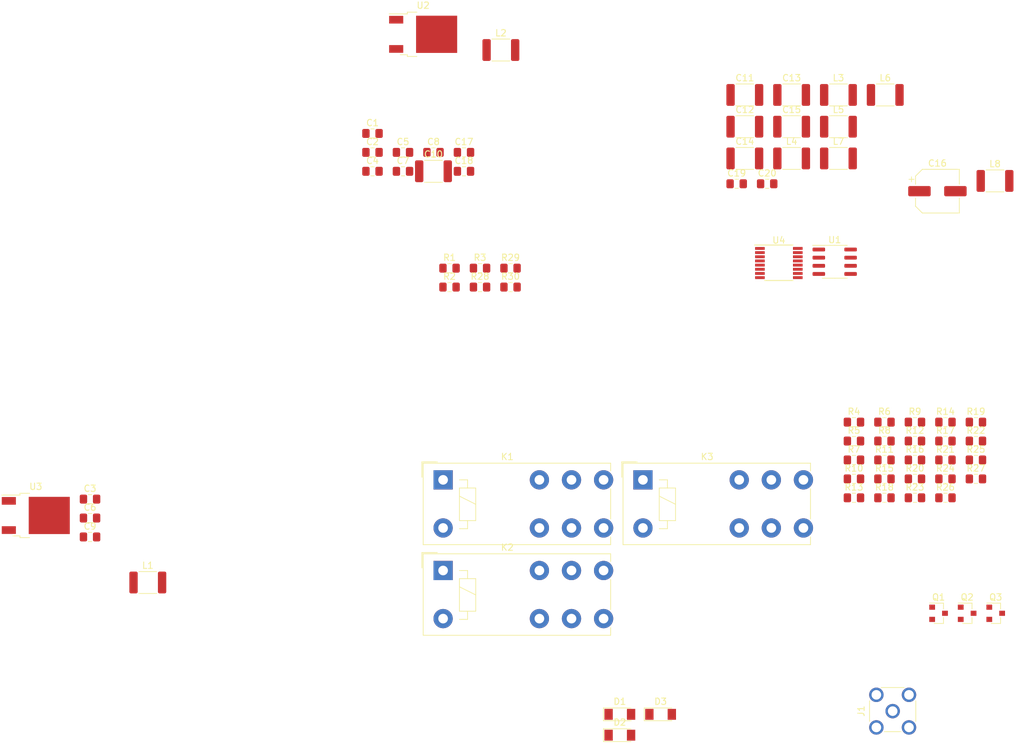
<source format=kicad_pcb>
(kicad_pcb (version 20171130) (host pcbnew "(5.1.2)-1")

  (general
    (thickness 1.6)
    (drawings 0)
    (tracks 0)
    (zones 0)
    (modules 72)
    (nets 41)
  )

  (page A4)
  (layers
    (0 F.Cu signal)
    (31 B.Cu signal)
    (32 B.Adhes user)
    (33 F.Adhes user)
    (34 B.Paste user)
    (35 F.Paste user)
    (36 B.SilkS user)
    (37 F.SilkS user)
    (38 B.Mask user)
    (39 F.Mask user)
    (40 Dwgs.User user)
    (41 Cmts.User user)
    (42 Eco1.User user)
    (43 Eco2.User user)
    (44 Edge.Cuts user)
    (45 Margin user)
    (46 B.CrtYd user)
    (47 F.CrtYd user)
    (48 B.Fab user)
    (49 F.Fab user)
  )

  (setup
    (last_trace_width 0.25)
    (trace_clearance 0.2)
    (zone_clearance 0.508)
    (zone_45_only no)
    (trace_min 0.2)
    (via_size 0.8)
    (via_drill 0.4)
    (via_min_size 0.4)
    (via_min_drill 0.3)
    (uvia_size 0.3)
    (uvia_drill 0.1)
    (uvias_allowed no)
    (uvia_min_size 0.2)
    (uvia_min_drill 0.1)
    (edge_width 0.05)
    (segment_width 0.2)
    (pcb_text_width 0.3)
    (pcb_text_size 1.5 1.5)
    (mod_edge_width 0.12)
    (mod_text_size 1 1)
    (mod_text_width 0.15)
    (pad_size 1.524 1.524)
    (pad_drill 0.762)
    (pad_to_mask_clearance 0.051)
    (solder_mask_min_width 0.25)
    (aux_axis_origin 0 0)
    (visible_elements 7FFFFFFF)
    (pcbplotparams
      (layerselection 0x010fc_ffffffff)
      (usegerberextensions false)
      (usegerberattributes false)
      (usegerberadvancedattributes false)
      (creategerberjobfile false)
      (excludeedgelayer true)
      (linewidth 0.100000)
      (plotframeref false)
      (viasonmask false)
      (mode 1)
      (useauxorigin false)
      (hpglpennumber 1)
      (hpglpenspeed 20)
      (hpglpendiameter 15.000000)
      (psnegative false)
      (psa4output false)
      (plotreference true)
      (plotvalue true)
      (plotinvisibletext false)
      (padsonsilk false)
      (subtractmaskfromsilk false)
      (outputformat 1)
      (mirror false)
      (drillshape 1)
      (scaleselection 1)
      (outputdirectory ""))
  )

  (net 0 "")
  (net 1 "Net-(K1-Pad21)")
  (net 2 "Net-(K1-Pad12)")
  (net 3 +9V)
  (net 4 "Net-(K2-Pad12)")
  (net 5 "Net-(K3-Pad12)")
  (net 6 "Net-(K1-Pad14)")
  (net 7 "Net-(K1-Pad24)")
  (net 8 RF_DDS)
  (net 9 "Net-(D1-Pad2)")
  (net 10 "Net-(K2-Pad14)")
  (net 11 "Net-(K2-Pad24)")
  (net 12 "Net-(D2-Pad2)")
  (net 13 "Net-(K3-Pad14)")
  (net 14 "Net-(J1-Pad1)")
  (net 15 "Net-(K3-Pad24)")
  (net 16 "Net-(D3-Pad2)")
  (net 17 GND)
  (net 18 "Net-(L4-Pad1)")
  (net 19 PSEL1)
  (net 20 "Net-(C13-Pad2)")
  (net 21 PSEL0)
  (net 22 "Net-(R29-Pad2)")
  (net 23 "Net-(C18-Pad1)")
  (net 24 "Net-(Q1-Pad1)")
  (net 25 "Net-(Q2-Pad1)")
  (net 26 "Net-(Q3-Pad1)")
  (net 27 VCC)
  (net 28 "Net-(C4-Pad2)")
  (net 29 "Net-(C5-Pad1)")
  (net 30 "Net-(C6-Pad1)")
  (net 31 "Net-(C7-Pad2)")
  (net 32 "Net-(C17-Pad1)")
  (net 33 "Net-(C9-Pad1)")
  (net 34 "Net-(C10-Pad2)")
  (net 35 "Net-(C17-Pad2)")
  (net 36 "Net-(C11-Pad2)")
  (net 37 "Net-(C12-Pad2)")
  (net 38 "Net-(C14-Pad2)")
  (net 39 5V_DIGITAL)
  (net 40 "Net-(C20-Pad1)")

  (net_class Default "This is the default net class."
    (clearance 0.2)
    (trace_width 0.25)
    (via_dia 0.8)
    (via_drill 0.4)
    (uvia_dia 0.3)
    (uvia_drill 0.1)
    (add_net +9V)
    (add_net /Attenuators/RELAY_1)
    (add_net /Attenuators/RELAY_2)
    (add_net /Attenuators/RELAY_3)
    (add_net 5V_DIGITAL)
    (add_net FSYNC)
    (add_net GND)
    (add_net "Net-(C10-Pad2)")
    (add_net "Net-(C11-Pad2)")
    (add_net "Net-(C12-Pad2)")
    (add_net "Net-(C13-Pad2)")
    (add_net "Net-(C14-Pad2)")
    (add_net "Net-(C17-Pad1)")
    (add_net "Net-(C17-Pad2)")
    (add_net "Net-(C18-Pad1)")
    (add_net "Net-(C20-Pad1)")
    (add_net "Net-(C4-Pad2)")
    (add_net "Net-(C5-Pad1)")
    (add_net "Net-(C6-Pad1)")
    (add_net "Net-(C7-Pad2)")
    (add_net "Net-(C9-Pad1)")
    (add_net "Net-(D1-Pad2)")
    (add_net "Net-(D2-Pad2)")
    (add_net "Net-(D3-Pad2)")
    (add_net "Net-(J1-Pad1)")
    (add_net "Net-(K1-Pad12)")
    (add_net "Net-(K1-Pad14)")
    (add_net "Net-(K1-Pad21)")
    (add_net "Net-(K1-Pad24)")
    (add_net "Net-(K2-Pad12)")
    (add_net "Net-(K2-Pad14)")
    (add_net "Net-(K2-Pad24)")
    (add_net "Net-(K3-Pad12)")
    (add_net "Net-(K3-Pad14)")
    (add_net "Net-(K3-Pad24)")
    (add_net "Net-(L4-Pad1)")
    (add_net "Net-(Q1-Pad1)")
    (add_net "Net-(Q2-Pad1)")
    (add_net "Net-(Q3-Pad1)")
    (add_net "Net-(R29-Pad2)")
    (add_net "Net-(U1-Pad3)")
    (add_net "Net-(U1-Pad6)")
    (add_net "Net-(U1-Pad7)")
    (add_net "Net-(U4-Pad2)")
    (add_net "Net-(U4-Pad3)")
    (add_net PSEL0)
    (add_net PSEL1)
    (add_net RF_DDS)
    (add_net SCLK)
    (add_net SDATA)
    (add_net VCC)
  )

  (module Inductor_SMD:L_1812_4532Metric_Pad1.30x3.40mm_HandSolder (layer F.Cu) (tedit 5B301BBE) (tstamp 5DACB83F)
    (at 208.97 9.4)
    (descr "Capacitor SMD 1812 (4532 Metric), square (rectangular) end terminal, IPC_7351 nominal with elongated pad for handsoldering. (Body size source: https://www.nikhef.nl/pub/departments/mt/projects/detectorR_D/dtddice/ERJ2G.pdf), generated with kicad-footprint-generator")
    (tags "inductor handsolder")
    (path /5DAEEEF4/5DB0720F)
    (attr smd)
    (fp_text reference L8 (at 0 -2.65) (layer F.SilkS)
      (effects (font (size 1 1) (thickness 0.15)))
    )
    (fp_text value 150n (at 0 2.65) (layer F.Fab)
      (effects (font (size 1 1) (thickness 0.15)))
    )
    (fp_text user %R (at 0 0) (layer F.Fab)
      (effects (font (size 1 1) (thickness 0.15)))
    )
    (fp_line (start 3.12 1.95) (end -3.12 1.95) (layer F.CrtYd) (width 0.05))
    (fp_line (start 3.12 -1.95) (end 3.12 1.95) (layer F.CrtYd) (width 0.05))
    (fp_line (start -3.12 -1.95) (end 3.12 -1.95) (layer F.CrtYd) (width 0.05))
    (fp_line (start -3.12 1.95) (end -3.12 -1.95) (layer F.CrtYd) (width 0.05))
    (fp_line (start -1.386252 1.71) (end 1.386252 1.71) (layer F.SilkS) (width 0.12))
    (fp_line (start -1.386252 -1.71) (end 1.386252 -1.71) (layer F.SilkS) (width 0.12))
    (fp_line (start 2.25 1.6) (end -2.25 1.6) (layer F.Fab) (width 0.1))
    (fp_line (start 2.25 -1.6) (end 2.25 1.6) (layer F.Fab) (width 0.1))
    (fp_line (start -2.25 -1.6) (end 2.25 -1.6) (layer F.Fab) (width 0.1))
    (fp_line (start -2.25 1.6) (end -2.25 -1.6) (layer F.Fab) (width 0.1))
    (pad 2 smd roundrect (at 2.225 0) (size 1.3 3.4) (layers F.Cu F.Paste F.Mask) (roundrect_rratio 0.192308)
      (net 38 "Net-(C14-Pad2)"))
    (pad 1 smd roundrect (at -2.225 0) (size 1.3 3.4) (layers F.Cu F.Paste F.Mask) (roundrect_rratio 0.192308)
      (net 20 "Net-(C13-Pad2)"))
    (model ${KISYS3DMOD}/Inductor_SMD.3dshapes/L_1812_4532Metric.wrl
      (at (xyz 0 0 0))
      (scale (xyz 1 1 1))
      (rotate (xyz 0 0 0))
    )
  )

  (module Diode_SMD:D_MiniMELF (layer F.Cu) (tedit 5905D8F5) (tstamp 5DACB614)
    (at 156.88 92.55)
    (descr "Diode Mini-MELF")
    (tags "Diode Mini-MELF")
    (path /5DA34623/5DA6AAB4)
    (attr smd)
    (fp_text reference D3 (at 0 -2) (layer F.SilkS)
      (effects (font (size 1 1) (thickness 0.15)))
    )
    (fp_text value D (at 0 1.75) (layer F.Fab)
      (effects (font (size 1 1) (thickness 0.15)))
    )
    (fp_line (start -2.65 1.1) (end -2.65 -1.1) (layer F.CrtYd) (width 0.05))
    (fp_line (start 2.65 1.1) (end -2.65 1.1) (layer F.CrtYd) (width 0.05))
    (fp_line (start 2.65 -1.1) (end 2.65 1.1) (layer F.CrtYd) (width 0.05))
    (fp_line (start -2.65 -1.1) (end 2.65 -1.1) (layer F.CrtYd) (width 0.05))
    (fp_line (start -0.75 0) (end -0.35 0) (layer F.Fab) (width 0.1))
    (fp_line (start -0.35 0) (end -0.35 -0.55) (layer F.Fab) (width 0.1))
    (fp_line (start -0.35 0) (end -0.35 0.55) (layer F.Fab) (width 0.1))
    (fp_line (start -0.35 0) (end 0.25 -0.4) (layer F.Fab) (width 0.1))
    (fp_line (start 0.25 -0.4) (end 0.25 0.4) (layer F.Fab) (width 0.1))
    (fp_line (start 0.25 0.4) (end -0.35 0) (layer F.Fab) (width 0.1))
    (fp_line (start 0.25 0) (end 0.75 0) (layer F.Fab) (width 0.1))
    (fp_line (start -1.65 -0.8) (end 1.65 -0.8) (layer F.Fab) (width 0.1))
    (fp_line (start -1.65 0.8) (end -1.65 -0.8) (layer F.Fab) (width 0.1))
    (fp_line (start 1.65 0.8) (end -1.65 0.8) (layer F.Fab) (width 0.1))
    (fp_line (start 1.65 -0.8) (end 1.65 0.8) (layer F.Fab) (width 0.1))
    (fp_line (start -2.55 1) (end 1.75 1) (layer F.SilkS) (width 0.12))
    (fp_line (start -2.55 -1) (end -2.55 1) (layer F.SilkS) (width 0.12))
    (fp_line (start 1.75 -1) (end -2.55 -1) (layer F.SilkS) (width 0.12))
    (fp_text user %R (at 0 -2) (layer F.Fab)
      (effects (font (size 1 1) (thickness 0.15)))
    )
    (pad 2 smd rect (at 1.75 0) (size 1.3 1.7) (layers F.Cu F.Paste F.Mask)
      (net 16 "Net-(D3-Pad2)"))
    (pad 1 smd rect (at -1.75 0) (size 1.3 1.7) (layers F.Cu F.Paste F.Mask)
      (net 3 +9V))
    (model ${KISYS3DMOD}/Diode_SMD.3dshapes/D_MiniMELF.wrl
      (at (xyz 0 0 0))
      (scale (xyz 1 1 1))
      (rotate (xyz 0 0 0))
    )
  )

  (module Diode_SMD:D_MiniMELF (layer F.Cu) (tedit 5905D8F5) (tstamp 5DACB5FB)
    (at 150.53 95.8)
    (descr "Diode Mini-MELF")
    (tags "Diode Mini-MELF")
    (path /5DA34623/5DA6546B)
    (attr smd)
    (fp_text reference D2 (at 0 -2) (layer F.SilkS)
      (effects (font (size 1 1) (thickness 0.15)))
    )
    (fp_text value D (at 0 1.75) (layer F.Fab)
      (effects (font (size 1 1) (thickness 0.15)))
    )
    (fp_line (start -2.65 1.1) (end -2.65 -1.1) (layer F.CrtYd) (width 0.05))
    (fp_line (start 2.65 1.1) (end -2.65 1.1) (layer F.CrtYd) (width 0.05))
    (fp_line (start 2.65 -1.1) (end 2.65 1.1) (layer F.CrtYd) (width 0.05))
    (fp_line (start -2.65 -1.1) (end 2.65 -1.1) (layer F.CrtYd) (width 0.05))
    (fp_line (start -0.75 0) (end -0.35 0) (layer F.Fab) (width 0.1))
    (fp_line (start -0.35 0) (end -0.35 -0.55) (layer F.Fab) (width 0.1))
    (fp_line (start -0.35 0) (end -0.35 0.55) (layer F.Fab) (width 0.1))
    (fp_line (start -0.35 0) (end 0.25 -0.4) (layer F.Fab) (width 0.1))
    (fp_line (start 0.25 -0.4) (end 0.25 0.4) (layer F.Fab) (width 0.1))
    (fp_line (start 0.25 0.4) (end -0.35 0) (layer F.Fab) (width 0.1))
    (fp_line (start 0.25 0) (end 0.75 0) (layer F.Fab) (width 0.1))
    (fp_line (start -1.65 -0.8) (end 1.65 -0.8) (layer F.Fab) (width 0.1))
    (fp_line (start -1.65 0.8) (end -1.65 -0.8) (layer F.Fab) (width 0.1))
    (fp_line (start 1.65 0.8) (end -1.65 0.8) (layer F.Fab) (width 0.1))
    (fp_line (start 1.65 -0.8) (end 1.65 0.8) (layer F.Fab) (width 0.1))
    (fp_line (start -2.55 1) (end 1.75 1) (layer F.SilkS) (width 0.12))
    (fp_line (start -2.55 -1) (end -2.55 1) (layer F.SilkS) (width 0.12))
    (fp_line (start 1.75 -1) (end -2.55 -1) (layer F.SilkS) (width 0.12))
    (fp_text user %R (at 0 -2) (layer F.Fab)
      (effects (font (size 1 1) (thickness 0.15)))
    )
    (pad 2 smd rect (at 1.75 0) (size 1.3 1.7) (layers F.Cu F.Paste F.Mask)
      (net 12 "Net-(D2-Pad2)"))
    (pad 1 smd rect (at -1.75 0) (size 1.3 1.7) (layers F.Cu F.Paste F.Mask)
      (net 3 +9V))
    (model ${KISYS3DMOD}/Diode_SMD.3dshapes/D_MiniMELF.wrl
      (at (xyz 0 0 0))
      (scale (xyz 1 1 1))
      (rotate (xyz 0 0 0))
    )
  )

  (module Diode_SMD:D_MiniMELF (layer F.Cu) (tedit 5905D8F5) (tstamp 5DACB5E2)
    (at 150.53 92.55)
    (descr "Diode Mini-MELF")
    (tags "Diode Mini-MELF")
    (path /5DA34623/5DA36261)
    (attr smd)
    (fp_text reference D1 (at 0 -2) (layer F.SilkS)
      (effects (font (size 1 1) (thickness 0.15)))
    )
    (fp_text value D (at 0 1.75) (layer F.Fab)
      (effects (font (size 1 1) (thickness 0.15)))
    )
    (fp_line (start -2.65 1.1) (end -2.65 -1.1) (layer F.CrtYd) (width 0.05))
    (fp_line (start 2.65 1.1) (end -2.65 1.1) (layer F.CrtYd) (width 0.05))
    (fp_line (start 2.65 -1.1) (end 2.65 1.1) (layer F.CrtYd) (width 0.05))
    (fp_line (start -2.65 -1.1) (end 2.65 -1.1) (layer F.CrtYd) (width 0.05))
    (fp_line (start -0.75 0) (end -0.35 0) (layer F.Fab) (width 0.1))
    (fp_line (start -0.35 0) (end -0.35 -0.55) (layer F.Fab) (width 0.1))
    (fp_line (start -0.35 0) (end -0.35 0.55) (layer F.Fab) (width 0.1))
    (fp_line (start -0.35 0) (end 0.25 -0.4) (layer F.Fab) (width 0.1))
    (fp_line (start 0.25 -0.4) (end 0.25 0.4) (layer F.Fab) (width 0.1))
    (fp_line (start 0.25 0.4) (end -0.35 0) (layer F.Fab) (width 0.1))
    (fp_line (start 0.25 0) (end 0.75 0) (layer F.Fab) (width 0.1))
    (fp_line (start -1.65 -0.8) (end 1.65 -0.8) (layer F.Fab) (width 0.1))
    (fp_line (start -1.65 0.8) (end -1.65 -0.8) (layer F.Fab) (width 0.1))
    (fp_line (start 1.65 0.8) (end -1.65 0.8) (layer F.Fab) (width 0.1))
    (fp_line (start 1.65 -0.8) (end 1.65 0.8) (layer F.Fab) (width 0.1))
    (fp_line (start -2.55 1) (end 1.75 1) (layer F.SilkS) (width 0.12))
    (fp_line (start -2.55 -1) (end -2.55 1) (layer F.SilkS) (width 0.12))
    (fp_line (start 1.75 -1) (end -2.55 -1) (layer F.SilkS) (width 0.12))
    (fp_text user %R (at 0 -2) (layer F.Fab)
      (effects (font (size 1 1) (thickness 0.15)))
    )
    (pad 2 smd rect (at 1.75 0) (size 1.3 1.7) (layers F.Cu F.Paste F.Mask)
      (net 9 "Net-(D1-Pad2)"))
    (pad 1 smd rect (at -1.75 0) (size 1.3 1.7) (layers F.Cu F.Paste F.Mask)
      (net 3 +9V))
    (model ${KISYS3DMOD}/Diode_SMD.3dshapes/D_MiniMELF.wrl
      (at (xyz 0 0 0))
      (scale (xyz 1 1 1))
      (rotate (xyz 0 0 0))
    )
  )

  (module Capacitor_SMD:CP_Elec_6.3x5.4 (layer F.Cu) (tedit 5BCA39D0) (tstamp 5DACB549)
    (at 200 11)
    (descr "SMD capacitor, aluminum electrolytic, Panasonic C55, 6.3x5.4mm")
    (tags "capacitor electrolytic")
    (path /5DAEEEF4/5DB071FD)
    (attr smd)
    (fp_text reference C16 (at 0 -4.35) (layer F.SilkS)
      (effects (font (size 1 1) (thickness 0.15)))
    )
    (fp_text value 22u/10V (at 0 4.35) (layer F.Fab)
      (effects (font (size 1 1) (thickness 0.15)))
    )
    (fp_text user %R (at 0 0) (layer F.Fab)
      (effects (font (size 1 1) (thickness 0.15)))
    )
    (fp_line (start -4.8 1.05) (end -3.55 1.05) (layer F.CrtYd) (width 0.05))
    (fp_line (start -4.8 -1.05) (end -4.8 1.05) (layer F.CrtYd) (width 0.05))
    (fp_line (start -3.55 -1.05) (end -4.8 -1.05) (layer F.CrtYd) (width 0.05))
    (fp_line (start -3.55 1.05) (end -3.55 2.4) (layer F.CrtYd) (width 0.05))
    (fp_line (start -3.55 -2.4) (end -3.55 -1.05) (layer F.CrtYd) (width 0.05))
    (fp_line (start -3.55 -2.4) (end -2.4 -3.55) (layer F.CrtYd) (width 0.05))
    (fp_line (start -3.55 2.4) (end -2.4 3.55) (layer F.CrtYd) (width 0.05))
    (fp_line (start -2.4 -3.55) (end 3.55 -3.55) (layer F.CrtYd) (width 0.05))
    (fp_line (start -2.4 3.55) (end 3.55 3.55) (layer F.CrtYd) (width 0.05))
    (fp_line (start 3.55 1.05) (end 3.55 3.55) (layer F.CrtYd) (width 0.05))
    (fp_line (start 4.8 1.05) (end 3.55 1.05) (layer F.CrtYd) (width 0.05))
    (fp_line (start 4.8 -1.05) (end 4.8 1.05) (layer F.CrtYd) (width 0.05))
    (fp_line (start 3.55 -1.05) (end 4.8 -1.05) (layer F.CrtYd) (width 0.05))
    (fp_line (start 3.55 -3.55) (end 3.55 -1.05) (layer F.CrtYd) (width 0.05))
    (fp_line (start -4.04375 -2.24125) (end -4.04375 -1.45375) (layer F.SilkS) (width 0.12))
    (fp_line (start -4.4375 -1.8475) (end -3.65 -1.8475) (layer F.SilkS) (width 0.12))
    (fp_line (start -3.41 2.345563) (end -2.345563 3.41) (layer F.SilkS) (width 0.12))
    (fp_line (start -3.41 -2.345563) (end -2.345563 -3.41) (layer F.SilkS) (width 0.12))
    (fp_line (start -3.41 -2.345563) (end -3.41 -1.06) (layer F.SilkS) (width 0.12))
    (fp_line (start -3.41 2.345563) (end -3.41 1.06) (layer F.SilkS) (width 0.12))
    (fp_line (start -2.345563 3.41) (end 3.41 3.41) (layer F.SilkS) (width 0.12))
    (fp_line (start -2.345563 -3.41) (end 3.41 -3.41) (layer F.SilkS) (width 0.12))
    (fp_line (start 3.41 -3.41) (end 3.41 -1.06) (layer F.SilkS) (width 0.12))
    (fp_line (start 3.41 3.41) (end 3.41 1.06) (layer F.SilkS) (width 0.12))
    (fp_line (start -2.389838 -1.645) (end -2.389838 -1.015) (layer F.Fab) (width 0.1))
    (fp_line (start -2.704838 -1.33) (end -2.074838 -1.33) (layer F.Fab) (width 0.1))
    (fp_line (start -3.3 2.3) (end -2.3 3.3) (layer F.Fab) (width 0.1))
    (fp_line (start -3.3 -2.3) (end -2.3 -3.3) (layer F.Fab) (width 0.1))
    (fp_line (start -3.3 -2.3) (end -3.3 2.3) (layer F.Fab) (width 0.1))
    (fp_line (start -2.3 3.3) (end 3.3 3.3) (layer F.Fab) (width 0.1))
    (fp_line (start -2.3 -3.3) (end 3.3 -3.3) (layer F.Fab) (width 0.1))
    (fp_line (start 3.3 -3.3) (end 3.3 3.3) (layer F.Fab) (width 0.1))
    (fp_circle (center 0 0) (end 3.15 0) (layer F.Fab) (width 0.1))
    (pad 2 smd roundrect (at 2.8 0) (size 3.5 1.6) (layers F.Cu F.Paste F.Mask) (roundrect_rratio 0.15625)
      (net 20 "Net-(C13-Pad2)"))
    (pad 1 smd roundrect (at -2.8 0) (size 3.5 1.6) (layers F.Cu F.Paste F.Mask) (roundrect_rratio 0.15625)
      (net 8 RF_DDS))
    (model ${KISYS3DMOD}/Capacitor_SMD.3dshapes/CP_Elec_6.3x5.4.wrl
      (at (xyz 0 0 0))
      (scale (xyz 1 1 1))
      (rotate (xyz 0 0 0))
    )
  )

  (module Inductor_SMD:L_1812_4532Metric_Pad1.30x3.40mm_HandSolder (layer F.Cu) (tedit 5B301BBE) (tstamp 5DAC9869)
    (at 184.58 5.9)
    (descr "Capacitor SMD 1812 (4532 Metric), square (rectangular) end terminal, IPC_7351 nominal with elongated pad for handsoldering. (Body size source: https://www.nikhef.nl/pub/departments/mt/projects/detectorR_D/dtddice/ERJ2G.pdf), generated with kicad-footprint-generator")
    (tags "inductor handsolder")
    (path /5DAEEEF4/5DB0721B)
    (attr smd)
    (fp_text reference L7 (at 0 -2.65) (layer F.SilkS)
      (effects (font (size 1 1) (thickness 0.15)))
    )
    (fp_text value 150n (at 0 2.65) (layer F.Fab)
      (effects (font (size 1 1) (thickness 0.15)))
    )
    (fp_text user %R (at 0 0) (layer F.Fab)
      (effects (font (size 1 1) (thickness 0.15)))
    )
    (fp_line (start 3.12 1.95) (end -3.12 1.95) (layer F.CrtYd) (width 0.05))
    (fp_line (start 3.12 -1.95) (end 3.12 1.95) (layer F.CrtYd) (width 0.05))
    (fp_line (start -3.12 -1.95) (end 3.12 -1.95) (layer F.CrtYd) (width 0.05))
    (fp_line (start -3.12 1.95) (end -3.12 -1.95) (layer F.CrtYd) (width 0.05))
    (fp_line (start -1.386252 1.71) (end 1.386252 1.71) (layer F.SilkS) (width 0.12))
    (fp_line (start -1.386252 -1.71) (end 1.386252 -1.71) (layer F.SilkS) (width 0.12))
    (fp_line (start 2.25 1.6) (end -2.25 1.6) (layer F.Fab) (width 0.1))
    (fp_line (start 2.25 -1.6) (end 2.25 1.6) (layer F.Fab) (width 0.1))
    (fp_line (start -2.25 -1.6) (end 2.25 -1.6) (layer F.Fab) (width 0.1))
    (fp_line (start -2.25 1.6) (end -2.25 -1.6) (layer F.Fab) (width 0.1))
    (pad 2 smd roundrect (at 2.225 0) (size 1.3 3.4) (layers F.Cu F.Paste F.Mask) (roundrect_rratio 0.192308)
      (net 20 "Net-(C13-Pad2)"))
    (pad 1 smd roundrect (at -2.225 0) (size 1.3 3.4) (layers F.Cu F.Paste F.Mask) (roundrect_rratio 0.192308)
      (net 37 "Net-(C12-Pad2)"))
    (model ${KISYS3DMOD}/Inductor_SMD.3dshapes/L_1812_4532Metric.wrl
      (at (xyz 0 0 0))
      (scale (xyz 1 1 1))
      (rotate (xyz 0 0 0))
    )
  )

  (module Inductor_SMD:L_1812_4532Metric_Pad1.30x3.40mm_HandSolder (layer F.Cu) (tedit 5B301BBE) (tstamp 5DAC9858)
    (at 191.87 -4)
    (descr "Capacitor SMD 1812 (4532 Metric), square (rectangular) end terminal, IPC_7351 nominal with elongated pad for handsoldering. (Body size source: https://www.nikhef.nl/pub/departments/mt/projects/detectorR_D/dtddice/ERJ2G.pdf), generated with kicad-footprint-generator")
    (tags "inductor handsolder")
    (path /5DAEEEF4/5DB07227)
    (attr smd)
    (fp_text reference L6 (at 0 -2.65) (layer F.SilkS)
      (effects (font (size 1 1) (thickness 0.15)))
    )
    (fp_text value 220n (at 0 2.65) (layer F.Fab)
      (effects (font (size 1 1) (thickness 0.15)))
    )
    (fp_text user %R (at 0 0) (layer F.Fab)
      (effects (font (size 1 1) (thickness 0.15)))
    )
    (fp_line (start 3.12 1.95) (end -3.12 1.95) (layer F.CrtYd) (width 0.05))
    (fp_line (start 3.12 -1.95) (end 3.12 1.95) (layer F.CrtYd) (width 0.05))
    (fp_line (start -3.12 -1.95) (end 3.12 -1.95) (layer F.CrtYd) (width 0.05))
    (fp_line (start -3.12 1.95) (end -3.12 -1.95) (layer F.CrtYd) (width 0.05))
    (fp_line (start -1.386252 1.71) (end 1.386252 1.71) (layer F.SilkS) (width 0.12))
    (fp_line (start -1.386252 -1.71) (end 1.386252 -1.71) (layer F.SilkS) (width 0.12))
    (fp_line (start 2.25 1.6) (end -2.25 1.6) (layer F.Fab) (width 0.1))
    (fp_line (start 2.25 -1.6) (end 2.25 1.6) (layer F.Fab) (width 0.1))
    (fp_line (start -2.25 -1.6) (end 2.25 -1.6) (layer F.Fab) (width 0.1))
    (fp_line (start -2.25 1.6) (end -2.25 -1.6) (layer F.Fab) (width 0.1))
    (pad 2 smd roundrect (at 2.225 0) (size 1.3 3.4) (layers F.Cu F.Paste F.Mask) (roundrect_rratio 0.192308)
      (net 37 "Net-(C12-Pad2)"))
    (pad 1 smd roundrect (at -2.225 0) (size 1.3 3.4) (layers F.Cu F.Paste F.Mask) (roundrect_rratio 0.192308)
      (net 36 "Net-(C11-Pad2)"))
    (model ${KISYS3DMOD}/Inductor_SMD.3dshapes/L_1812_4532Metric.wrl
      (at (xyz 0 0 0))
      (scale (xyz 1 1 1))
      (rotate (xyz 0 0 0))
    )
  )

  (module Inductor_SMD:L_1812_4532Metric_Pad1.30x3.40mm_HandSolder (layer F.Cu) (tedit 5B301BBE) (tstamp 5DAC9847)
    (at 184.58 0.95)
    (descr "Capacitor SMD 1812 (4532 Metric), square (rectangular) end terminal, IPC_7351 nominal with elongated pad for handsoldering. (Body size source: https://www.nikhef.nl/pub/departments/mt/projects/detectorR_D/dtddice/ERJ2G.pdf), generated with kicad-footprint-generator")
    (tags "inductor handsolder")
    (path /5DAEEEF4/5DB07233)
    (attr smd)
    (fp_text reference L5 (at 0 -2.65) (layer F.SilkS)
      (effects (font (size 1 1) (thickness 0.15)))
    )
    (fp_text value 150n (at 0 2.65) (layer F.Fab)
      (effects (font (size 1 1) (thickness 0.15)))
    )
    (fp_text user %R (at 0 0) (layer F.Fab)
      (effects (font (size 1 1) (thickness 0.15)))
    )
    (fp_line (start 3.12 1.95) (end -3.12 1.95) (layer F.CrtYd) (width 0.05))
    (fp_line (start 3.12 -1.95) (end 3.12 1.95) (layer F.CrtYd) (width 0.05))
    (fp_line (start -3.12 -1.95) (end 3.12 -1.95) (layer F.CrtYd) (width 0.05))
    (fp_line (start -3.12 1.95) (end -3.12 -1.95) (layer F.CrtYd) (width 0.05))
    (fp_line (start -1.386252 1.71) (end 1.386252 1.71) (layer F.SilkS) (width 0.12))
    (fp_line (start -1.386252 -1.71) (end 1.386252 -1.71) (layer F.SilkS) (width 0.12))
    (fp_line (start 2.25 1.6) (end -2.25 1.6) (layer F.Fab) (width 0.1))
    (fp_line (start 2.25 -1.6) (end 2.25 1.6) (layer F.Fab) (width 0.1))
    (fp_line (start -2.25 -1.6) (end 2.25 -1.6) (layer F.Fab) (width 0.1))
    (fp_line (start -2.25 1.6) (end -2.25 -1.6) (layer F.Fab) (width 0.1))
    (pad 2 smd roundrect (at 2.225 0) (size 1.3 3.4) (layers F.Cu F.Paste F.Mask) (roundrect_rratio 0.192308)
      (net 36 "Net-(C11-Pad2)"))
    (pad 1 smd roundrect (at -2.225 0) (size 1.3 3.4) (layers F.Cu F.Paste F.Mask) (roundrect_rratio 0.192308)
      (net 18 "Net-(L4-Pad1)"))
    (model ${KISYS3DMOD}/Inductor_SMD.3dshapes/L_1812_4532Metric.wrl
      (at (xyz 0 0 0))
      (scale (xyz 1 1 1))
      (rotate (xyz 0 0 0))
    )
  )

  (module Inductor_SMD:L_1812_4532Metric_Pad1.30x3.40mm_HandSolder (layer F.Cu) (tedit 5B301BBE) (tstamp 5DAC9836)
    (at 177.29 5.9)
    (descr "Capacitor SMD 1812 (4532 Metric), square (rectangular) end terminal, IPC_7351 nominal with elongated pad for handsoldering. (Body size source: https://www.nikhef.nl/pub/departments/mt/projects/detectorR_D/dtddice/ERJ2G.pdf), generated with kicad-footprint-generator")
    (tags "inductor handsolder")
    (path /5DAEEEF4/5DB0723F)
    (attr smd)
    (fp_text reference L4 (at 0 -2.65) (layer F.SilkS)
      (effects (font (size 1 1) (thickness 0.15)))
    )
    (fp_text value 120n (at 0 2.65) (layer F.Fab)
      (effects (font (size 1 1) (thickness 0.15)))
    )
    (fp_text user %R (at 0 0) (layer F.Fab)
      (effects (font (size 1 1) (thickness 0.15)))
    )
    (fp_line (start 3.12 1.95) (end -3.12 1.95) (layer F.CrtYd) (width 0.05))
    (fp_line (start 3.12 -1.95) (end 3.12 1.95) (layer F.CrtYd) (width 0.05))
    (fp_line (start -3.12 -1.95) (end 3.12 -1.95) (layer F.CrtYd) (width 0.05))
    (fp_line (start -3.12 1.95) (end -3.12 -1.95) (layer F.CrtYd) (width 0.05))
    (fp_line (start -1.386252 1.71) (end 1.386252 1.71) (layer F.SilkS) (width 0.12))
    (fp_line (start -1.386252 -1.71) (end 1.386252 -1.71) (layer F.SilkS) (width 0.12))
    (fp_line (start 2.25 1.6) (end -2.25 1.6) (layer F.Fab) (width 0.1))
    (fp_line (start 2.25 -1.6) (end 2.25 1.6) (layer F.Fab) (width 0.1))
    (fp_line (start -2.25 -1.6) (end 2.25 -1.6) (layer F.Fab) (width 0.1))
    (fp_line (start -2.25 1.6) (end -2.25 -1.6) (layer F.Fab) (width 0.1))
    (pad 2 smd roundrect (at 2.225 0) (size 1.3 3.4) (layers F.Cu F.Paste F.Mask) (roundrect_rratio 0.192308)
      (net 34 "Net-(C10-Pad2)"))
    (pad 1 smd roundrect (at -2.225 0) (size 1.3 3.4) (layers F.Cu F.Paste F.Mask) (roundrect_rratio 0.192308)
      (net 18 "Net-(L4-Pad1)"))
    (model ${KISYS3DMOD}/Inductor_SMD.3dshapes/L_1812_4532Metric.wrl
      (at (xyz 0 0 0))
      (scale (xyz 1 1 1))
      (rotate (xyz 0 0 0))
    )
  )

  (module Inductor_SMD:L_1812_4532Metric_Pad1.30x3.40mm_HandSolder (layer F.Cu) (tedit 5B301BBE) (tstamp 5DAC9825)
    (at 184.58 -4)
    (descr "Capacitor SMD 1812 (4532 Metric), square (rectangular) end terminal, IPC_7351 nominal with elongated pad for handsoldering. (Body size source: https://www.nikhef.nl/pub/departments/mt/projects/detectorR_D/dtddice/ERJ2G.pdf), generated with kicad-footprint-generator")
    (tags "inductor handsolder")
    (path /5DAEEEF4/5DAFAE22)
    (attr smd)
    (fp_text reference L3 (at 0 -2.65) (layer F.SilkS)
      (effects (font (size 1 1) (thickness 0.15)))
    )
    (fp_text value 4u7 (at 0 2.65) (layer F.Fab)
      (effects (font (size 1 1) (thickness 0.15)))
    )
    (fp_text user %R (at 0 0) (layer F.Fab)
      (effects (font (size 1 1) (thickness 0.15)))
    )
    (fp_line (start 3.12 1.95) (end -3.12 1.95) (layer F.CrtYd) (width 0.05))
    (fp_line (start 3.12 -1.95) (end 3.12 1.95) (layer F.CrtYd) (width 0.05))
    (fp_line (start -3.12 -1.95) (end 3.12 -1.95) (layer F.CrtYd) (width 0.05))
    (fp_line (start -3.12 1.95) (end -3.12 -1.95) (layer F.CrtYd) (width 0.05))
    (fp_line (start -1.386252 1.71) (end 1.386252 1.71) (layer F.SilkS) (width 0.12))
    (fp_line (start -1.386252 -1.71) (end 1.386252 -1.71) (layer F.SilkS) (width 0.12))
    (fp_line (start 2.25 1.6) (end -2.25 1.6) (layer F.Fab) (width 0.1))
    (fp_line (start 2.25 -1.6) (end 2.25 1.6) (layer F.Fab) (width 0.1))
    (fp_line (start -2.25 -1.6) (end 2.25 -1.6) (layer F.Fab) (width 0.1))
    (fp_line (start -2.25 1.6) (end -2.25 -1.6) (layer F.Fab) (width 0.1))
    (pad 2 smd roundrect (at 2.225 0) (size 1.3 3.4) (layers F.Cu F.Paste F.Mask) (roundrect_rratio 0.192308)
      (net 40 "Net-(C20-Pad1)"))
    (pad 1 smd roundrect (at -2.225 0) (size 1.3 3.4) (layers F.Cu F.Paste F.Mask) (roundrect_rratio 0.192308)
      (net 39 5V_DIGITAL))
    (model ${KISYS3DMOD}/Inductor_SMD.3dshapes/L_1812_4532Metric.wrl
      (at (xyz 0 0 0))
      (scale (xyz 1 1 1))
      (rotate (xyz 0 0 0))
    )
  )

  (module Capacitor_SMD:C_0805_2012Metric_Pad1.15x1.40mm_HandSolder (layer F.Cu) (tedit 5B36C52B) (tstamp 5DAC969A)
    (at 173.48 9.85)
    (descr "Capacitor SMD 0805 (2012 Metric), square (rectangular) end terminal, IPC_7351 nominal with elongated pad for handsoldering. (Body size source: https://docs.google.com/spreadsheets/d/1BsfQQcO9C6DZCsRaXUlFlo91Tg2WpOkGARC1WS5S8t0/edit?usp=sharing), generated with kicad-footprint-generator")
    (tags "capacitor handsolder")
    (path /5DAEEEF4/5DAE4F6B)
    (attr smd)
    (fp_text reference C20 (at 0 -1.65) (layer F.SilkS)
      (effects (font (size 1 1) (thickness 0.15)))
    )
    (fp_text value 100n (at 0 1.65) (layer F.Fab)
      (effects (font (size 1 1) (thickness 0.15)))
    )
    (fp_text user %R (at 0 0) (layer F.Fab)
      (effects (font (size 0.5 0.5) (thickness 0.08)))
    )
    (fp_line (start 1.85 0.95) (end -1.85 0.95) (layer F.CrtYd) (width 0.05))
    (fp_line (start 1.85 -0.95) (end 1.85 0.95) (layer F.CrtYd) (width 0.05))
    (fp_line (start -1.85 -0.95) (end 1.85 -0.95) (layer F.CrtYd) (width 0.05))
    (fp_line (start -1.85 0.95) (end -1.85 -0.95) (layer F.CrtYd) (width 0.05))
    (fp_line (start -0.261252 0.71) (end 0.261252 0.71) (layer F.SilkS) (width 0.12))
    (fp_line (start -0.261252 -0.71) (end 0.261252 -0.71) (layer F.SilkS) (width 0.12))
    (fp_line (start 1 0.6) (end -1 0.6) (layer F.Fab) (width 0.1))
    (fp_line (start 1 -0.6) (end 1 0.6) (layer F.Fab) (width 0.1))
    (fp_line (start -1 -0.6) (end 1 -0.6) (layer F.Fab) (width 0.1))
    (fp_line (start -1 0.6) (end -1 -0.6) (layer F.Fab) (width 0.1))
    (pad 2 smd roundrect (at 1.025 0) (size 1.15 1.4) (layers F.Cu F.Paste F.Mask) (roundrect_rratio 0.217391)
      (net 17 GND))
    (pad 1 smd roundrect (at -1.025 0) (size 1.15 1.4) (layers F.Cu F.Paste F.Mask) (roundrect_rratio 0.217391)
      (net 40 "Net-(C20-Pad1)"))
    (model ${KISYS3DMOD}/Capacitor_SMD.3dshapes/C_0805_2012Metric.wrl
      (at (xyz 0 0 0))
      (scale (xyz 1 1 1))
      (rotate (xyz 0 0 0))
    )
  )

  (module Capacitor_SMD:C_0805_2012Metric_Pad1.15x1.40mm_HandSolder (layer F.Cu) (tedit 5B36C52B) (tstamp 5DAC9689)
    (at 168.73 9.85)
    (descr "Capacitor SMD 0805 (2012 Metric), square (rectangular) end terminal, IPC_7351 nominal with elongated pad for handsoldering. (Body size source: https://docs.google.com/spreadsheets/d/1BsfQQcO9C6DZCsRaXUlFlo91Tg2WpOkGARC1WS5S8t0/edit?usp=sharing), generated with kicad-footprint-generator")
    (tags "capacitor handsolder")
    (path /5DAEEEF4/5DAFAE28)
    (attr smd)
    (fp_text reference C19 (at 0 -1.65) (layer F.SilkS)
      (effects (font (size 1 1) (thickness 0.15)))
    )
    (fp_text value 100n (at 0 1.65) (layer F.Fab)
      (effects (font (size 1 1) (thickness 0.15)))
    )
    (fp_text user %R (at 0 0) (layer F.Fab)
      (effects (font (size 0.5 0.5) (thickness 0.08)))
    )
    (fp_line (start 1.85 0.95) (end -1.85 0.95) (layer F.CrtYd) (width 0.05))
    (fp_line (start 1.85 -0.95) (end 1.85 0.95) (layer F.CrtYd) (width 0.05))
    (fp_line (start -1.85 -0.95) (end 1.85 -0.95) (layer F.CrtYd) (width 0.05))
    (fp_line (start -1.85 0.95) (end -1.85 -0.95) (layer F.CrtYd) (width 0.05))
    (fp_line (start -0.261252 0.71) (end 0.261252 0.71) (layer F.SilkS) (width 0.12))
    (fp_line (start -0.261252 -0.71) (end 0.261252 -0.71) (layer F.SilkS) (width 0.12))
    (fp_line (start 1 0.6) (end -1 0.6) (layer F.Fab) (width 0.1))
    (fp_line (start 1 -0.6) (end 1 0.6) (layer F.Fab) (width 0.1))
    (fp_line (start -1 -0.6) (end 1 -0.6) (layer F.Fab) (width 0.1))
    (fp_line (start -1 0.6) (end -1 -0.6) (layer F.Fab) (width 0.1))
    (pad 2 smd roundrect (at 1.025 0) (size 1.15 1.4) (layers F.Cu F.Paste F.Mask) (roundrect_rratio 0.217391)
      (net 17 GND))
    (pad 1 smd roundrect (at -1.025 0) (size 1.15 1.4) (layers F.Cu F.Paste F.Mask) (roundrect_rratio 0.217391)
      (net 39 5V_DIGITAL))
    (model ${KISYS3DMOD}/Capacitor_SMD.3dshapes/C_0805_2012Metric.wrl
      (at (xyz 0 0 0))
      (scale (xyz 1 1 1))
      (rotate (xyz 0 0 0))
    )
  )

  (module Inductor_SMD:L_1812_4532Metric_Pad1.30x3.40mm_HandSolder (layer F.Cu) (tedit 5B301BBE) (tstamp 5DAC9638)
    (at 177.29 0.95)
    (descr "Capacitor SMD 1812 (4532 Metric), square (rectangular) end terminal, IPC_7351 nominal with elongated pad for handsoldering. (Body size source: https://www.nikhef.nl/pub/departments/mt/projects/detectorR_D/dtddice/ERJ2G.pdf), generated with kicad-footprint-generator")
    (tags "inductor handsolder")
    (path /5DAEEEF4/5DB071F7)
    (attr smd)
    (fp_text reference C15 (at 0 -2.65) (layer F.SilkS)
      (effects (font (size 1 1) (thickness 0.15)))
    )
    (fp_text value 100n (at 0 2.65) (layer F.Fab)
      (effects (font (size 1 1) (thickness 0.15)))
    )
    (fp_text user %R (at 0 0) (layer F.Fab)
      (effects (font (size 1 1) (thickness 0.15)))
    )
    (fp_line (start 3.12 1.95) (end -3.12 1.95) (layer F.CrtYd) (width 0.05))
    (fp_line (start 3.12 -1.95) (end 3.12 1.95) (layer F.CrtYd) (width 0.05))
    (fp_line (start -3.12 -1.95) (end 3.12 -1.95) (layer F.CrtYd) (width 0.05))
    (fp_line (start -3.12 1.95) (end -3.12 -1.95) (layer F.CrtYd) (width 0.05))
    (fp_line (start -1.386252 1.71) (end 1.386252 1.71) (layer F.SilkS) (width 0.12))
    (fp_line (start -1.386252 -1.71) (end 1.386252 -1.71) (layer F.SilkS) (width 0.12))
    (fp_line (start 2.25 1.6) (end -2.25 1.6) (layer F.Fab) (width 0.1))
    (fp_line (start 2.25 -1.6) (end 2.25 1.6) (layer F.Fab) (width 0.1))
    (fp_line (start -2.25 -1.6) (end 2.25 -1.6) (layer F.Fab) (width 0.1))
    (fp_line (start -2.25 1.6) (end -2.25 -1.6) (layer F.Fab) (width 0.1))
    (pad 2 smd roundrect (at 2.225 0) (size 1.3 3.4) (layers F.Cu F.Paste F.Mask) (roundrect_rratio 0.192308)
      (net 8 RF_DDS))
    (pad 1 smd roundrect (at -2.225 0) (size 1.3 3.4) (layers F.Cu F.Paste F.Mask) (roundrect_rratio 0.192308)
      (net 20 "Net-(C13-Pad2)"))
    (model ${KISYS3DMOD}/Inductor_SMD.3dshapes/L_1812_4532Metric.wrl
      (at (xyz 0 0 0))
      (scale (xyz 1 1 1))
      (rotate (xyz 0 0 0))
    )
  )

  (module Inductor_SMD:L_1812_4532Metric_Pad1.30x3.40mm_HandSolder (layer F.Cu) (tedit 5B301BBE) (tstamp 5DAC9627)
    (at 170 5.9)
    (descr "Capacitor SMD 1812 (4532 Metric), square (rectangular) end terminal, IPC_7351 nominal with elongated pad for handsoldering. (Body size source: https://www.nikhef.nl/pub/departments/mt/projects/detectorR_D/dtddice/ERJ2G.pdf), generated with kicad-footprint-generator")
    (tags "inductor handsolder")
    (path /5DAEEEF4/5DB07215)
    (attr smd)
    (fp_text reference C14 (at 0 -2.65) (layer F.SilkS)
      (effects (font (size 1 1) (thickness 0.15)))
    )
    (fp_text value 18p (at 0 2.65) (layer F.Fab)
      (effects (font (size 1 1) (thickness 0.15)))
    )
    (fp_text user %R (at 0 0) (layer F.Fab)
      (effects (font (size 1 1) (thickness 0.15)))
    )
    (fp_line (start 3.12 1.95) (end -3.12 1.95) (layer F.CrtYd) (width 0.05))
    (fp_line (start 3.12 -1.95) (end 3.12 1.95) (layer F.CrtYd) (width 0.05))
    (fp_line (start -3.12 -1.95) (end 3.12 -1.95) (layer F.CrtYd) (width 0.05))
    (fp_line (start -3.12 1.95) (end -3.12 -1.95) (layer F.CrtYd) (width 0.05))
    (fp_line (start -1.386252 1.71) (end 1.386252 1.71) (layer F.SilkS) (width 0.12))
    (fp_line (start -1.386252 -1.71) (end 1.386252 -1.71) (layer F.SilkS) (width 0.12))
    (fp_line (start 2.25 1.6) (end -2.25 1.6) (layer F.Fab) (width 0.1))
    (fp_line (start 2.25 -1.6) (end 2.25 1.6) (layer F.Fab) (width 0.1))
    (fp_line (start -2.25 -1.6) (end 2.25 -1.6) (layer F.Fab) (width 0.1))
    (fp_line (start -2.25 1.6) (end -2.25 -1.6) (layer F.Fab) (width 0.1))
    (pad 2 smd roundrect (at 2.225 0) (size 1.3 3.4) (layers F.Cu F.Paste F.Mask) (roundrect_rratio 0.192308)
      (net 38 "Net-(C14-Pad2)"))
    (pad 1 smd roundrect (at -2.225 0) (size 1.3 3.4) (layers F.Cu F.Paste F.Mask) (roundrect_rratio 0.192308)
      (net 17 GND))
    (model ${KISYS3DMOD}/Inductor_SMD.3dshapes/L_1812_4532Metric.wrl
      (at (xyz 0 0 0))
      (scale (xyz 1 1 1))
      (rotate (xyz 0 0 0))
    )
  )

  (module Inductor_SMD:L_1812_4532Metric_Pad1.30x3.40mm_HandSolder (layer F.Cu) (tedit 5B301BBE) (tstamp 5DAC9616)
    (at 177.29 -4)
    (descr "Capacitor SMD 1812 (4532 Metric), square (rectangular) end terminal, IPC_7351 nominal with elongated pad for handsoldering. (Body size source: https://www.nikhef.nl/pub/departments/mt/projects/detectorR_D/dtddice/ERJ2G.pdf), generated with kicad-footprint-generator")
    (tags "inductor handsolder")
    (path /5DAEEEF4/5DB07209)
    (attr smd)
    (fp_text reference C13 (at 0 -2.65) (layer F.SilkS)
      (effects (font (size 1 1) (thickness 0.15)))
    )
    (fp_text value 5p6 (at 0 2.65) (layer F.Fab)
      (effects (font (size 1 1) (thickness 0.15)))
    )
    (fp_text user %R (at 0 0) (layer F.Fab)
      (effects (font (size 1 1) (thickness 0.15)))
    )
    (fp_line (start 3.12 1.95) (end -3.12 1.95) (layer F.CrtYd) (width 0.05))
    (fp_line (start 3.12 -1.95) (end 3.12 1.95) (layer F.CrtYd) (width 0.05))
    (fp_line (start -3.12 -1.95) (end 3.12 -1.95) (layer F.CrtYd) (width 0.05))
    (fp_line (start -3.12 1.95) (end -3.12 -1.95) (layer F.CrtYd) (width 0.05))
    (fp_line (start -1.386252 1.71) (end 1.386252 1.71) (layer F.SilkS) (width 0.12))
    (fp_line (start -1.386252 -1.71) (end 1.386252 -1.71) (layer F.SilkS) (width 0.12))
    (fp_line (start 2.25 1.6) (end -2.25 1.6) (layer F.Fab) (width 0.1))
    (fp_line (start 2.25 -1.6) (end 2.25 1.6) (layer F.Fab) (width 0.1))
    (fp_line (start -2.25 -1.6) (end 2.25 -1.6) (layer F.Fab) (width 0.1))
    (fp_line (start -2.25 1.6) (end -2.25 -1.6) (layer F.Fab) (width 0.1))
    (pad 2 smd roundrect (at 2.225 0) (size 1.3 3.4) (layers F.Cu F.Paste F.Mask) (roundrect_rratio 0.192308)
      (net 20 "Net-(C13-Pad2)"))
    (pad 1 smd roundrect (at -2.225 0) (size 1.3 3.4) (layers F.Cu F.Paste F.Mask) (roundrect_rratio 0.192308)
      (net 37 "Net-(C12-Pad2)"))
    (model ${KISYS3DMOD}/Inductor_SMD.3dshapes/L_1812_4532Metric.wrl
      (at (xyz 0 0 0))
      (scale (xyz 1 1 1))
      (rotate (xyz 0 0 0))
    )
  )

  (module Inductor_SMD:L_1812_4532Metric_Pad1.30x3.40mm_HandSolder (layer F.Cu) (tedit 5B301BBE) (tstamp 5DAC9605)
    (at 170 0.95)
    (descr "Capacitor SMD 1812 (4532 Metric), square (rectangular) end terminal, IPC_7351 nominal with elongated pad for handsoldering. (Body size source: https://www.nikhef.nl/pub/departments/mt/projects/detectorR_D/dtddice/ERJ2G.pdf), generated with kicad-footprint-generator")
    (tags "inductor handsolder")
    (path /5DAEEEF4/5DB07221)
    (attr smd)
    (fp_text reference C12 (at 0 -2.65) (layer F.SilkS)
      (effects (font (size 1 1) (thickness 0.15)))
    )
    (fp_text value 68p (at 0 2.65) (layer F.Fab)
      (effects (font (size 1 1) (thickness 0.15)))
    )
    (fp_text user %R (at 0 0) (layer F.Fab)
      (effects (font (size 1 1) (thickness 0.15)))
    )
    (fp_line (start 3.12 1.95) (end -3.12 1.95) (layer F.CrtYd) (width 0.05))
    (fp_line (start 3.12 -1.95) (end 3.12 1.95) (layer F.CrtYd) (width 0.05))
    (fp_line (start -3.12 -1.95) (end 3.12 -1.95) (layer F.CrtYd) (width 0.05))
    (fp_line (start -3.12 1.95) (end -3.12 -1.95) (layer F.CrtYd) (width 0.05))
    (fp_line (start -1.386252 1.71) (end 1.386252 1.71) (layer F.SilkS) (width 0.12))
    (fp_line (start -1.386252 -1.71) (end 1.386252 -1.71) (layer F.SilkS) (width 0.12))
    (fp_line (start 2.25 1.6) (end -2.25 1.6) (layer F.Fab) (width 0.1))
    (fp_line (start 2.25 -1.6) (end 2.25 1.6) (layer F.Fab) (width 0.1))
    (fp_line (start -2.25 -1.6) (end 2.25 -1.6) (layer F.Fab) (width 0.1))
    (fp_line (start -2.25 1.6) (end -2.25 -1.6) (layer F.Fab) (width 0.1))
    (pad 2 smd roundrect (at 2.225 0) (size 1.3 3.4) (layers F.Cu F.Paste F.Mask) (roundrect_rratio 0.192308)
      (net 37 "Net-(C12-Pad2)"))
    (pad 1 smd roundrect (at -2.225 0) (size 1.3 3.4) (layers F.Cu F.Paste F.Mask) (roundrect_rratio 0.192308)
      (net 17 GND))
    (model ${KISYS3DMOD}/Inductor_SMD.3dshapes/L_1812_4532Metric.wrl
      (at (xyz 0 0 0))
      (scale (xyz 1 1 1))
      (rotate (xyz 0 0 0))
    )
  )

  (module Inductor_SMD:L_1812_4532Metric_Pad1.30x3.40mm_HandSolder (layer F.Cu) (tedit 5B301BBE) (tstamp 5DAC95F4)
    (at 170 -4)
    (descr "Capacitor SMD 1812 (4532 Metric), square (rectangular) end terminal, IPC_7351 nominal with elongated pad for handsoldering. (Body size source: https://www.nikhef.nl/pub/departments/mt/projects/detectorR_D/dtddice/ERJ2G.pdf), generated with kicad-footprint-generator")
    (tags "inductor handsolder")
    (path /5DAEEEF4/5DB0722D)
    (attr smd)
    (fp_text reference C11 (at 0 -2.65) (layer F.SilkS)
      (effects (font (size 1 1) (thickness 0.15)))
    )
    (fp_text value 68p (at 0 2.65) (layer F.Fab)
      (effects (font (size 1 1) (thickness 0.15)))
    )
    (fp_text user %R (at 0 0) (layer F.Fab)
      (effects (font (size 1 1) (thickness 0.15)))
    )
    (fp_line (start 3.12 1.95) (end -3.12 1.95) (layer F.CrtYd) (width 0.05))
    (fp_line (start 3.12 -1.95) (end 3.12 1.95) (layer F.CrtYd) (width 0.05))
    (fp_line (start -3.12 -1.95) (end 3.12 -1.95) (layer F.CrtYd) (width 0.05))
    (fp_line (start -3.12 1.95) (end -3.12 -1.95) (layer F.CrtYd) (width 0.05))
    (fp_line (start -1.386252 1.71) (end 1.386252 1.71) (layer F.SilkS) (width 0.12))
    (fp_line (start -1.386252 -1.71) (end 1.386252 -1.71) (layer F.SilkS) (width 0.12))
    (fp_line (start 2.25 1.6) (end -2.25 1.6) (layer F.Fab) (width 0.1))
    (fp_line (start 2.25 -1.6) (end 2.25 1.6) (layer F.Fab) (width 0.1))
    (fp_line (start -2.25 -1.6) (end 2.25 -1.6) (layer F.Fab) (width 0.1))
    (fp_line (start -2.25 1.6) (end -2.25 -1.6) (layer F.Fab) (width 0.1))
    (pad 2 smd roundrect (at 2.225 0) (size 1.3 3.4) (layers F.Cu F.Paste F.Mask) (roundrect_rratio 0.192308)
      (net 36 "Net-(C11-Pad2)"))
    (pad 1 smd roundrect (at -2.225 0) (size 1.3 3.4) (layers F.Cu F.Paste F.Mask) (roundrect_rratio 0.192308)
      (net 17 GND))
    (model ${KISYS3DMOD}/Inductor_SMD.3dshapes/L_1812_4532Metric.wrl
      (at (xyz 0 0 0))
      (scale (xyz 1 1 1))
      (rotate (xyz 0 0 0))
    )
  )

  (module Inductor_SMD:L_1812_4532Metric_Pad1.30x3.40mm_HandSolder (layer F.Cu) (tedit 5B301BBE) (tstamp 5DAC3775)
    (at 121.5 7.9)
    (descr "Capacitor SMD 1812 (4532 Metric), square (rectangular) end terminal, IPC_7351 nominal with elongated pad for handsoldering. (Body size source: https://www.nikhef.nl/pub/departments/mt/projects/detectorR_D/dtddice/ERJ2G.pdf), generated with kicad-footprint-generator")
    (tags "inductor handsolder")
    (path /5DAEEEF4/5DB07239)
    (attr smd)
    (fp_text reference C10 (at 0 -2.65) (layer F.SilkS)
      (effects (font (size 1 1) (thickness 0.15)))
    )
    (fp_text value 18p (at 0 2.65) (layer F.Fab)
      (effects (font (size 1 1) (thickness 0.15)))
    )
    (fp_text user %R (at 0 0) (layer F.Fab)
      (effects (font (size 1 1) (thickness 0.15)))
    )
    (fp_line (start 3.12 1.95) (end -3.12 1.95) (layer F.CrtYd) (width 0.05))
    (fp_line (start 3.12 -1.95) (end 3.12 1.95) (layer F.CrtYd) (width 0.05))
    (fp_line (start -3.12 -1.95) (end 3.12 -1.95) (layer F.CrtYd) (width 0.05))
    (fp_line (start -3.12 1.95) (end -3.12 -1.95) (layer F.CrtYd) (width 0.05))
    (fp_line (start -1.386252 1.71) (end 1.386252 1.71) (layer F.SilkS) (width 0.12))
    (fp_line (start -1.386252 -1.71) (end 1.386252 -1.71) (layer F.SilkS) (width 0.12))
    (fp_line (start 2.25 1.6) (end -2.25 1.6) (layer F.Fab) (width 0.1))
    (fp_line (start 2.25 -1.6) (end 2.25 1.6) (layer F.Fab) (width 0.1))
    (fp_line (start -2.25 -1.6) (end 2.25 -1.6) (layer F.Fab) (width 0.1))
    (fp_line (start -2.25 1.6) (end -2.25 -1.6) (layer F.Fab) (width 0.1))
    (pad 2 smd roundrect (at 2.225 0) (size 1.3 3.4) (layers F.Cu F.Paste F.Mask) (roundrect_rratio 0.192308)
      (net 34 "Net-(C10-Pad2)"))
    (pad 1 smd roundrect (at -2.225 0) (size 1.3 3.4) (layers F.Cu F.Paste F.Mask) (roundrect_rratio 0.192308)
      (net 17 GND))
    (model ${KISYS3DMOD}/Inductor_SMD.3dshapes/L_1812_4532Metric.wrl
      (at (xyz 0 0 0))
      (scale (xyz 1 1 1))
      (rotate (xyz 0 0 0))
    )
  )

  (module Inductor_SMD:L_1812_4532Metric_Pad1.30x3.40mm_HandSolder (layer F.Cu) (tedit 5B301BBE) (tstamp 5DAC8509)
    (at 132 -11)
    (descr "Capacitor SMD 1812 (4532 Metric), square (rectangular) end terminal, IPC_7351 nominal with elongated pad for handsoldering. (Body size source: https://www.nikhef.nl/pub/departments/mt/projects/detectorR_D/dtddice/ERJ2G.pdf), generated with kicad-footprint-generator")
    (tags "inductor handsolder")
    (path /5DAEEEF4/5DB071A8)
    (attr smd)
    (fp_text reference L2 (at 0 -2.65) (layer F.SilkS)
      (effects (font (size 1 1) (thickness 0.15)))
    )
    (fp_text value 4u7 (at 0 2.65) (layer F.Fab)
      (effects (font (size 1 1) (thickness 0.15)))
    )
    (fp_text user %R (at 0 0) (layer F.Fab)
      (effects (font (size 1 1) (thickness 0.15)))
    )
    (fp_line (start 3.12 1.95) (end -3.12 1.95) (layer F.CrtYd) (width 0.05))
    (fp_line (start 3.12 -1.95) (end 3.12 1.95) (layer F.CrtYd) (width 0.05))
    (fp_line (start -3.12 -1.95) (end 3.12 -1.95) (layer F.CrtYd) (width 0.05))
    (fp_line (start -3.12 1.95) (end -3.12 -1.95) (layer F.CrtYd) (width 0.05))
    (fp_line (start -1.386252 1.71) (end 1.386252 1.71) (layer F.SilkS) (width 0.12))
    (fp_line (start -1.386252 -1.71) (end 1.386252 -1.71) (layer F.SilkS) (width 0.12))
    (fp_line (start 2.25 1.6) (end -2.25 1.6) (layer F.Fab) (width 0.1))
    (fp_line (start 2.25 -1.6) (end 2.25 1.6) (layer F.Fab) (width 0.1))
    (fp_line (start -2.25 -1.6) (end 2.25 -1.6) (layer F.Fab) (width 0.1))
    (fp_line (start -2.25 1.6) (end -2.25 -1.6) (layer F.Fab) (width 0.1))
    (pad 2 smd roundrect (at 2.225 0) (size 1.3 3.4) (layers F.Cu F.Paste F.Mask) (roundrect_rratio 0.192308)
      (net 32 "Net-(C17-Pad1)"))
    (pad 1 smd roundrect (at -2.225 0) (size 1.3 3.4) (layers F.Cu F.Paste F.Mask) (roundrect_rratio 0.192308)
      (net 29 "Net-(C5-Pad1)"))
    (model ${KISYS3DMOD}/Inductor_SMD.3dshapes/L_1812_4532Metric.wrl
      (at (xyz 0 0 0))
      (scale (xyz 1 1 1))
      (rotate (xyz 0 0 0))
    )
  )

  (module Inductor_SMD:L_1812_4532Metric_Pad1.30x3.40mm_HandSolder (layer F.Cu) (tedit 5B301BBE) (tstamp 5DAC74BC)
    (at 77 72)
    (descr "Capacitor SMD 1812 (4532 Metric), square (rectangular) end terminal, IPC_7351 nominal with elongated pad for handsoldering. (Body size source: https://www.nikhef.nl/pub/departments/mt/projects/detectorR_D/dtddice/ERJ2G.pdf), generated with kicad-footprint-generator")
    (tags "inductor handsolder")
    (path /5DD5C7F6/5DAE2564)
    (attr smd)
    (fp_text reference L1 (at 0 -2.65) (layer F.SilkS)
      (effects (font (size 1 1) (thickness 0.15)))
    )
    (fp_text value 4u7 (at 0 2.65) (layer F.Fab)
      (effects (font (size 1 1) (thickness 0.15)))
    )
    (fp_text user %R (at 0 0) (layer F.Fab)
      (effects (font (size 1 1) (thickness 0.15)))
    )
    (fp_line (start 3.12 1.95) (end -3.12 1.95) (layer F.CrtYd) (width 0.05))
    (fp_line (start 3.12 -1.95) (end 3.12 1.95) (layer F.CrtYd) (width 0.05))
    (fp_line (start -3.12 -1.95) (end 3.12 -1.95) (layer F.CrtYd) (width 0.05))
    (fp_line (start -3.12 1.95) (end -3.12 -1.95) (layer F.CrtYd) (width 0.05))
    (fp_line (start -1.386252 1.71) (end 1.386252 1.71) (layer F.SilkS) (width 0.12))
    (fp_line (start -1.386252 -1.71) (end 1.386252 -1.71) (layer F.SilkS) (width 0.12))
    (fp_line (start 2.25 1.6) (end -2.25 1.6) (layer F.Fab) (width 0.1))
    (fp_line (start 2.25 -1.6) (end 2.25 1.6) (layer F.Fab) (width 0.1))
    (fp_line (start -2.25 -1.6) (end 2.25 -1.6) (layer F.Fab) (width 0.1))
    (fp_line (start -2.25 1.6) (end -2.25 -1.6) (layer F.Fab) (width 0.1))
    (pad 2 smd roundrect (at 2.225 0) (size 1.3 3.4) (layers F.Cu F.Paste F.Mask) (roundrect_rratio 0.192308)
      (net 33 "Net-(C9-Pad1)"))
    (pad 1 smd roundrect (at -2.225 0) (size 1.3 3.4) (layers F.Cu F.Paste F.Mask) (roundrect_rratio 0.192308)
      (net 30 "Net-(C6-Pad1)"))
    (model ${KISYS3DMOD}/Inductor_SMD.3dshapes/L_1812_4532Metric.wrl
      (at (xyz 0 0 0))
      (scale (xyz 1 1 1))
      (rotate (xyz 0 0 0))
    )
  )

  (module Package_TO_SOT_SMD:TO-252-2 (layer F.Cu) (tedit 5A70A390) (tstamp 5DAC65AE)
    (at 59.55 61.55)
    (descr "TO-252 / DPAK SMD package, http://www.infineon.com/cms/en/product/packages/PG-TO252/PG-TO252-3-1/")
    (tags "DPAK TO-252 DPAK-3 TO-252-3 SOT-428")
    (path /5DD5C7F6/5DAE2576)
    (attr smd)
    (fp_text reference U3 (at 0 -4.5) (layer F.SilkS)
      (effects (font (size 1 1) (thickness 0.15)))
    )
    (fp_text value L7805 (at 0 4.5) (layer F.Fab)
      (effects (font (size 1 1) (thickness 0.15)))
    )
    (fp_text user %R (at 0 0) (layer F.Fab)
      (effects (font (size 1 1) (thickness 0.15)))
    )
    (fp_line (start 5.55 -3.5) (end -5.55 -3.5) (layer F.CrtYd) (width 0.05))
    (fp_line (start 5.55 3.5) (end 5.55 -3.5) (layer F.CrtYd) (width 0.05))
    (fp_line (start -5.55 3.5) (end 5.55 3.5) (layer F.CrtYd) (width 0.05))
    (fp_line (start -5.55 -3.5) (end -5.55 3.5) (layer F.CrtYd) (width 0.05))
    (fp_line (start -2.47 3.18) (end -3.57 3.18) (layer F.SilkS) (width 0.12))
    (fp_line (start -2.47 3.45) (end -2.47 3.18) (layer F.SilkS) (width 0.12))
    (fp_line (start -0.97 3.45) (end -2.47 3.45) (layer F.SilkS) (width 0.12))
    (fp_line (start -2.47 -3.18) (end -5.3 -3.18) (layer F.SilkS) (width 0.12))
    (fp_line (start -2.47 -3.45) (end -2.47 -3.18) (layer F.SilkS) (width 0.12))
    (fp_line (start -0.97 -3.45) (end -2.47 -3.45) (layer F.SilkS) (width 0.12))
    (fp_line (start -4.97 2.655) (end -2.27 2.655) (layer F.Fab) (width 0.1))
    (fp_line (start -4.97 1.905) (end -4.97 2.655) (layer F.Fab) (width 0.1))
    (fp_line (start -2.27 1.905) (end -4.97 1.905) (layer F.Fab) (width 0.1))
    (fp_line (start -4.97 -1.905) (end -2.27 -1.905) (layer F.Fab) (width 0.1))
    (fp_line (start -4.97 -2.655) (end -4.97 -1.905) (layer F.Fab) (width 0.1))
    (fp_line (start -1.865 -2.655) (end -4.97 -2.655) (layer F.Fab) (width 0.1))
    (fp_line (start -1.27 -3.25) (end 3.95 -3.25) (layer F.Fab) (width 0.1))
    (fp_line (start -2.27 -2.25) (end -1.27 -3.25) (layer F.Fab) (width 0.1))
    (fp_line (start -2.27 3.25) (end -2.27 -2.25) (layer F.Fab) (width 0.1))
    (fp_line (start 3.95 3.25) (end -2.27 3.25) (layer F.Fab) (width 0.1))
    (fp_line (start 3.95 -3.25) (end 3.95 3.25) (layer F.Fab) (width 0.1))
    (fp_line (start 4.95 2.7) (end 3.95 2.7) (layer F.Fab) (width 0.1))
    (fp_line (start 4.95 -2.7) (end 4.95 2.7) (layer F.Fab) (width 0.1))
    (fp_line (start 3.95 -2.7) (end 4.95 -2.7) (layer F.Fab) (width 0.1))
    (pad "" smd rect (at 0.425 1.525) (size 3.05 2.75) (layers F.Paste))
    (pad "" smd rect (at 3.775 -1.525) (size 3.05 2.75) (layers F.Paste))
    (pad "" smd rect (at 0.425 -1.525) (size 3.05 2.75) (layers F.Paste))
    (pad "" smd rect (at 3.775 1.525) (size 3.05 2.75) (layers F.Paste))
    (pad 2 smd rect (at 2.1 0) (size 6.4 5.8) (layers F.Cu F.Mask)
      (net 17 GND))
    (pad 3 smd rect (at -4.2 2.28) (size 2.2 1.2) (layers F.Cu F.Paste F.Mask)
      (net 30 "Net-(C6-Pad1)"))
    (pad 1 smd rect (at -4.2 -2.28) (size 2.2 1.2) (layers F.Cu F.Paste F.Mask)
      (net 27 VCC))
    (model ${KISYS3DMOD}/Package_TO_SOT_SMD.3dshapes/TO-252-2.wrl
      (at (xyz 0 0 0))
      (scale (xyz 1 1 1))
      (rotate (xyz 0 0 0))
    )
  )

  (module Package_TO_SOT_SMD:TO-252-2 (layer F.Cu) (tedit 5A70A390) (tstamp 5DAC658A)
    (at 119.89 -13.45)
    (descr "TO-252 / DPAK SMD package, http://www.infineon.com/cms/en/product/packages/PG-TO252/PG-TO252-3-1/")
    (tags "DPAK TO-252 DPAK-3 TO-252-3 SOT-428")
    (path /5DAEEEF4/5DB071BA)
    (attr smd)
    (fp_text reference U2 (at 0 -4.5) (layer F.SilkS)
      (effects (font (size 1 1) (thickness 0.15)))
    )
    (fp_text value L7805 (at 0 4.5) (layer F.Fab)
      (effects (font (size 1 1) (thickness 0.15)))
    )
    (fp_text user %R (at 0 0) (layer F.Fab)
      (effects (font (size 1 1) (thickness 0.15)))
    )
    (fp_line (start 5.55 -3.5) (end -5.55 -3.5) (layer F.CrtYd) (width 0.05))
    (fp_line (start 5.55 3.5) (end 5.55 -3.5) (layer F.CrtYd) (width 0.05))
    (fp_line (start -5.55 3.5) (end 5.55 3.5) (layer F.CrtYd) (width 0.05))
    (fp_line (start -5.55 -3.5) (end -5.55 3.5) (layer F.CrtYd) (width 0.05))
    (fp_line (start -2.47 3.18) (end -3.57 3.18) (layer F.SilkS) (width 0.12))
    (fp_line (start -2.47 3.45) (end -2.47 3.18) (layer F.SilkS) (width 0.12))
    (fp_line (start -0.97 3.45) (end -2.47 3.45) (layer F.SilkS) (width 0.12))
    (fp_line (start -2.47 -3.18) (end -5.3 -3.18) (layer F.SilkS) (width 0.12))
    (fp_line (start -2.47 -3.45) (end -2.47 -3.18) (layer F.SilkS) (width 0.12))
    (fp_line (start -0.97 -3.45) (end -2.47 -3.45) (layer F.SilkS) (width 0.12))
    (fp_line (start -4.97 2.655) (end -2.27 2.655) (layer F.Fab) (width 0.1))
    (fp_line (start -4.97 1.905) (end -4.97 2.655) (layer F.Fab) (width 0.1))
    (fp_line (start -2.27 1.905) (end -4.97 1.905) (layer F.Fab) (width 0.1))
    (fp_line (start -4.97 -1.905) (end -2.27 -1.905) (layer F.Fab) (width 0.1))
    (fp_line (start -4.97 -2.655) (end -4.97 -1.905) (layer F.Fab) (width 0.1))
    (fp_line (start -1.865 -2.655) (end -4.97 -2.655) (layer F.Fab) (width 0.1))
    (fp_line (start -1.27 -3.25) (end 3.95 -3.25) (layer F.Fab) (width 0.1))
    (fp_line (start -2.27 -2.25) (end -1.27 -3.25) (layer F.Fab) (width 0.1))
    (fp_line (start -2.27 3.25) (end -2.27 -2.25) (layer F.Fab) (width 0.1))
    (fp_line (start 3.95 3.25) (end -2.27 3.25) (layer F.Fab) (width 0.1))
    (fp_line (start 3.95 -3.25) (end 3.95 3.25) (layer F.Fab) (width 0.1))
    (fp_line (start 4.95 2.7) (end 3.95 2.7) (layer F.Fab) (width 0.1))
    (fp_line (start 4.95 -2.7) (end 4.95 2.7) (layer F.Fab) (width 0.1))
    (fp_line (start 3.95 -2.7) (end 4.95 -2.7) (layer F.Fab) (width 0.1))
    (pad "" smd rect (at 0.425 1.525) (size 3.05 2.75) (layers F.Paste))
    (pad "" smd rect (at 3.775 -1.525) (size 3.05 2.75) (layers F.Paste))
    (pad "" smd rect (at 0.425 -1.525) (size 3.05 2.75) (layers F.Paste))
    (pad "" smd rect (at 3.775 1.525) (size 3.05 2.75) (layers F.Paste))
    (pad 2 smd rect (at 2.1 0) (size 6.4 5.8) (layers F.Cu F.Mask)
      (net 17 GND))
    (pad 3 smd rect (at -4.2 2.28) (size 2.2 1.2) (layers F.Cu F.Paste F.Mask)
      (net 29 "Net-(C5-Pad1)"))
    (pad 1 smd rect (at -4.2 -2.28) (size 2.2 1.2) (layers F.Cu F.Paste F.Mask)
      (net 27 VCC))
    (model ${KISYS3DMOD}/Package_TO_SOT_SMD.3dshapes/TO-252-2.wrl
      (at (xyz 0 0 0))
      (scale (xyz 1 1 1))
      (rotate (xyz 0 0 0))
    )
  )

  (module Package_SO:SOIC-8_3.9x4.9mm_P1.27mm (layer F.Cu) (tedit 5C97300E) (tstamp 5DAC5029)
    (at 184 22)
    (descr "SOIC, 8 Pin (JEDEC MS-012AA, https://www.analog.com/media/en/package-pcb-resources/package/pkg_pdf/soic_narrow-r/r_8.pdf), generated with kicad-footprint-generator ipc_gullwing_generator.py")
    (tags "SOIC SO")
    (path /5DAEEEF4/5DC56DA0)
    (attr smd)
    (fp_text reference U1 (at 0 -3.4) (layer F.SilkS)
      (effects (font (size 1 1) (thickness 0.15)))
    )
    (fp_text value TC1107-3.3VOA (at 0 3.4) (layer F.Fab)
      (effects (font (size 1 1) (thickness 0.15)))
    )
    (fp_text user %R (at 0 0) (layer F.Fab)
      (effects (font (size 0.98 0.98) (thickness 0.15)))
    )
    (fp_line (start 3.7 -2.7) (end -3.7 -2.7) (layer F.CrtYd) (width 0.05))
    (fp_line (start 3.7 2.7) (end 3.7 -2.7) (layer F.CrtYd) (width 0.05))
    (fp_line (start -3.7 2.7) (end 3.7 2.7) (layer F.CrtYd) (width 0.05))
    (fp_line (start -3.7 -2.7) (end -3.7 2.7) (layer F.CrtYd) (width 0.05))
    (fp_line (start -1.95 -1.475) (end -0.975 -2.45) (layer F.Fab) (width 0.1))
    (fp_line (start -1.95 2.45) (end -1.95 -1.475) (layer F.Fab) (width 0.1))
    (fp_line (start 1.95 2.45) (end -1.95 2.45) (layer F.Fab) (width 0.1))
    (fp_line (start 1.95 -2.45) (end 1.95 2.45) (layer F.Fab) (width 0.1))
    (fp_line (start -0.975 -2.45) (end 1.95 -2.45) (layer F.Fab) (width 0.1))
    (fp_line (start 0 -2.56) (end -3.45 -2.56) (layer F.SilkS) (width 0.12))
    (fp_line (start 0 -2.56) (end 1.95 -2.56) (layer F.SilkS) (width 0.12))
    (fp_line (start 0 2.56) (end -1.95 2.56) (layer F.SilkS) (width 0.12))
    (fp_line (start 0 2.56) (end 1.95 2.56) (layer F.SilkS) (width 0.12))
    (pad 8 smd roundrect (at 2.475 -1.905) (size 1.95 0.6) (layers F.Cu F.Paste F.Mask) (roundrect_rratio 0.25)
      (net 27 VCC))
    (pad 7 smd roundrect (at 2.475 -0.635) (size 1.95 0.6) (layers F.Cu F.Paste F.Mask) (roundrect_rratio 0.25))
    (pad 6 smd roundrect (at 2.475 0.635) (size 1.95 0.6) (layers F.Cu F.Paste F.Mask) (roundrect_rratio 0.25))
    (pad 5 smd roundrect (at 2.475 1.905) (size 1.95 0.6) (layers F.Cu F.Paste F.Mask) (roundrect_rratio 0.25)
      (net 27 VCC))
    (pad 4 smd roundrect (at -2.475 1.905) (size 1.95 0.6) (layers F.Cu F.Paste F.Mask) (roundrect_rratio 0.25)
      (net 28 "Net-(C4-Pad2)"))
    (pad 3 smd roundrect (at -2.475 0.635) (size 1.95 0.6) (layers F.Cu F.Paste F.Mask) (roundrect_rratio 0.25))
    (pad 2 smd roundrect (at -2.475 -0.635) (size 1.95 0.6) (layers F.Cu F.Paste F.Mask) (roundrect_rratio 0.25)
      (net 17 GND))
    (pad 1 smd roundrect (at -2.475 -1.905) (size 1.95 0.6) (layers F.Cu F.Paste F.Mask) (roundrect_rratio 0.25)
      (net 31 "Net-(C7-Pad2)"))
    (model ${KISYS3DMOD}/Package_SO.3dshapes/SOIC-8_3.9x4.9mm_P1.27mm.wrl
      (at (xyz 0 0 0))
      (scale (xyz 1 1 1))
      (rotate (xyz 0 0 0))
    )
  )

  (module Capacitor_SMD:C_0805_2012Metric_Pad1.15x1.40mm_HandSolder (layer F.Cu) (tedit 5B36C52B) (tstamp 5DAC5F7B)
    (at 68 64.9)
    (descr "Capacitor SMD 0805 (2012 Metric), square (rectangular) end terminal, IPC_7351 nominal with elongated pad for handsoldering. (Body size source: https://docs.google.com/spreadsheets/d/1BsfQQcO9C6DZCsRaXUlFlo91Tg2WpOkGARC1WS5S8t0/edit?usp=sharing), generated with kicad-footprint-generator")
    (tags "capacitor handsolder")
    (path /5DD5C7F6/5DAE255E)
    (attr smd)
    (fp_text reference C9 (at 0 -1.65) (layer F.SilkS)
      (effects (font (size 1 1) (thickness 0.15)))
    )
    (fp_text value 100n (at 0 1.65) (layer F.Fab)
      (effects (font (size 1 1) (thickness 0.15)))
    )
    (fp_text user %R (at 0 0) (layer F.Fab)
      (effects (font (size 0.5 0.5) (thickness 0.08)))
    )
    (fp_line (start 1.85 0.95) (end -1.85 0.95) (layer F.CrtYd) (width 0.05))
    (fp_line (start 1.85 -0.95) (end 1.85 0.95) (layer F.CrtYd) (width 0.05))
    (fp_line (start -1.85 -0.95) (end 1.85 -0.95) (layer F.CrtYd) (width 0.05))
    (fp_line (start -1.85 0.95) (end -1.85 -0.95) (layer F.CrtYd) (width 0.05))
    (fp_line (start -0.261252 0.71) (end 0.261252 0.71) (layer F.SilkS) (width 0.12))
    (fp_line (start -0.261252 -0.71) (end 0.261252 -0.71) (layer F.SilkS) (width 0.12))
    (fp_line (start 1 0.6) (end -1 0.6) (layer F.Fab) (width 0.1))
    (fp_line (start 1 -0.6) (end 1 0.6) (layer F.Fab) (width 0.1))
    (fp_line (start -1 -0.6) (end 1 -0.6) (layer F.Fab) (width 0.1))
    (fp_line (start -1 0.6) (end -1 -0.6) (layer F.Fab) (width 0.1))
    (pad 2 smd roundrect (at 1.025 0) (size 1.15 1.4) (layers F.Cu F.Paste F.Mask) (roundrect_rratio 0.217391)
      (net 17 GND))
    (pad 1 smd roundrect (at -1.025 0) (size 1.15 1.4) (layers F.Cu F.Paste F.Mask) (roundrect_rratio 0.217391)
      (net 33 "Net-(C9-Pad1)"))
    (model ${KISYS3DMOD}/Capacitor_SMD.3dshapes/C_0805_2012Metric.wrl
      (at (xyz 0 0 0))
      (scale (xyz 1 1 1))
      (rotate (xyz 0 0 0))
    )
  )

  (module Capacitor_SMD:C_0805_2012Metric_Pad1.15x1.40mm_HandSolder (layer F.Cu) (tedit 5B36C52B) (tstamp 5DAC5F2A)
    (at 68 61.95)
    (descr "Capacitor SMD 0805 (2012 Metric), square (rectangular) end terminal, IPC_7351 nominal with elongated pad for handsoldering. (Body size source: https://docs.google.com/spreadsheets/d/1BsfQQcO9C6DZCsRaXUlFlo91Tg2WpOkGARC1WS5S8t0/edit?usp=sharing), generated with kicad-footprint-generator")
    (tags "capacitor handsolder")
    (path /5DD5C7F6/5DAE256A)
    (attr smd)
    (fp_text reference C6 (at 0 -1.65) (layer F.SilkS)
      (effects (font (size 1 1) (thickness 0.15)))
    )
    (fp_text value 100n (at 0 1.65) (layer F.Fab)
      (effects (font (size 1 1) (thickness 0.15)))
    )
    (fp_text user %R (at 0 0) (layer F.Fab)
      (effects (font (size 0.5 0.5) (thickness 0.08)))
    )
    (fp_line (start 1.85 0.95) (end -1.85 0.95) (layer F.CrtYd) (width 0.05))
    (fp_line (start 1.85 -0.95) (end 1.85 0.95) (layer F.CrtYd) (width 0.05))
    (fp_line (start -1.85 -0.95) (end 1.85 -0.95) (layer F.CrtYd) (width 0.05))
    (fp_line (start -1.85 0.95) (end -1.85 -0.95) (layer F.CrtYd) (width 0.05))
    (fp_line (start -0.261252 0.71) (end 0.261252 0.71) (layer F.SilkS) (width 0.12))
    (fp_line (start -0.261252 -0.71) (end 0.261252 -0.71) (layer F.SilkS) (width 0.12))
    (fp_line (start 1 0.6) (end -1 0.6) (layer F.Fab) (width 0.1))
    (fp_line (start 1 -0.6) (end 1 0.6) (layer F.Fab) (width 0.1))
    (fp_line (start -1 -0.6) (end 1 -0.6) (layer F.Fab) (width 0.1))
    (fp_line (start -1 0.6) (end -1 -0.6) (layer F.Fab) (width 0.1))
    (pad 2 smd roundrect (at 1.025 0) (size 1.15 1.4) (layers F.Cu F.Paste F.Mask) (roundrect_rratio 0.217391)
      (net 17 GND))
    (pad 1 smd roundrect (at -1.025 0) (size 1.15 1.4) (layers F.Cu F.Paste F.Mask) (roundrect_rratio 0.217391)
      (net 30 "Net-(C6-Pad1)"))
    (model ${KISYS3DMOD}/Capacitor_SMD.3dshapes/C_0805_2012Metric.wrl
      (at (xyz 0 0 0))
      (scale (xyz 1 1 1))
      (rotate (xyz 0 0 0))
    )
  )

  (module Capacitor_SMD:C_0805_2012Metric_Pad1.15x1.40mm_HandSolder (layer F.Cu) (tedit 5B36C52B) (tstamp 5DAC5ED9)
    (at 68 59)
    (descr "Capacitor SMD 0805 (2012 Metric), square (rectangular) end terminal, IPC_7351 nominal with elongated pad for handsoldering. (Body size source: https://docs.google.com/spreadsheets/d/1BsfQQcO9C6DZCsRaXUlFlo91Tg2WpOkGARC1WS5S8t0/edit?usp=sharing), generated with kicad-footprint-generator")
    (tags "capacitor handsolder")
    (path /5DD5C7F6/5DAE2570)
    (attr smd)
    (fp_text reference C3 (at 0 -1.65) (layer F.SilkS)
      (effects (font (size 1 1) (thickness 0.15)))
    )
    (fp_text value 100n (at 0 1.65) (layer F.Fab)
      (effects (font (size 1 1) (thickness 0.15)))
    )
    (fp_text user %R (at 0 0) (layer F.Fab)
      (effects (font (size 0.5 0.5) (thickness 0.08)))
    )
    (fp_line (start 1.85 0.95) (end -1.85 0.95) (layer F.CrtYd) (width 0.05))
    (fp_line (start 1.85 -0.95) (end 1.85 0.95) (layer F.CrtYd) (width 0.05))
    (fp_line (start -1.85 -0.95) (end 1.85 -0.95) (layer F.CrtYd) (width 0.05))
    (fp_line (start -1.85 0.95) (end -1.85 -0.95) (layer F.CrtYd) (width 0.05))
    (fp_line (start -0.261252 0.71) (end 0.261252 0.71) (layer F.SilkS) (width 0.12))
    (fp_line (start -0.261252 -0.71) (end 0.261252 -0.71) (layer F.SilkS) (width 0.12))
    (fp_line (start 1 0.6) (end -1 0.6) (layer F.Fab) (width 0.1))
    (fp_line (start 1 -0.6) (end 1 0.6) (layer F.Fab) (width 0.1))
    (fp_line (start -1 -0.6) (end 1 -0.6) (layer F.Fab) (width 0.1))
    (fp_line (start -1 0.6) (end -1 -0.6) (layer F.Fab) (width 0.1))
    (pad 2 smd roundrect (at 1.025 0) (size 1.15 1.4) (layers F.Cu F.Paste F.Mask) (roundrect_rratio 0.217391)
      (net 17 GND))
    (pad 1 smd roundrect (at -1.025 0) (size 1.15 1.4) (layers F.Cu F.Paste F.Mask) (roundrect_rratio 0.217391)
      (net 27 VCC))
    (model ${KISYS3DMOD}/Capacitor_SMD.3dshapes/C_0805_2012Metric.wrl
      (at (xyz 0 0 0))
      (scale (xyz 1 1 1))
      (rotate (xyz 0 0 0))
    )
  )

  (module Package_SO:TSSOP-16_4.4x5mm_P0.65mm (layer F.Cu) (tedit 5A02F25C) (tstamp 5DAC5049)
    (at 175.3 22.2)
    (descr "16-Lead Plastic Thin Shrink Small Outline (ST)-4.4 mm Body [TSSOP] (see Microchip Packaging Specification 00000049BS.pdf)")
    (tags "SSOP 0.65")
    (path /5DAEEEF4/5DAEFB8F)
    (attr smd)
    (fp_text reference U4 (at 0 -3.55) (layer F.SilkS)
      (effects (font (size 1 1) (thickness 0.15)))
    )
    (fp_text value AD9832 (at 0 3.55) (layer F.Fab)
      (effects (font (size 1 1) (thickness 0.15)))
    )
    (fp_text user %R (at 0 0) (layer F.Fab)
      (effects (font (size 0.8 0.8) (thickness 0.15)))
    )
    (fp_line (start -3.775 -2.8) (end 2.2 -2.8) (layer F.SilkS) (width 0.15))
    (fp_line (start -2.2 2.725) (end 2.2 2.725) (layer F.SilkS) (width 0.15))
    (fp_line (start -3.95 2.8) (end 3.95 2.8) (layer F.CrtYd) (width 0.05))
    (fp_line (start -3.95 -2.9) (end 3.95 -2.9) (layer F.CrtYd) (width 0.05))
    (fp_line (start 3.95 -2.9) (end 3.95 2.8) (layer F.CrtYd) (width 0.05))
    (fp_line (start -3.95 -2.9) (end -3.95 2.8) (layer F.CrtYd) (width 0.05))
    (fp_line (start -2.2 -1.5) (end -1.2 -2.5) (layer F.Fab) (width 0.15))
    (fp_line (start -2.2 2.5) (end -2.2 -1.5) (layer F.Fab) (width 0.15))
    (fp_line (start 2.2 2.5) (end -2.2 2.5) (layer F.Fab) (width 0.15))
    (fp_line (start 2.2 -2.5) (end 2.2 2.5) (layer F.Fab) (width 0.15))
    (fp_line (start -1.2 -2.5) (end 2.2 -2.5) (layer F.Fab) (width 0.15))
    (pad 16 smd rect (at 2.95 -2.275) (size 1.5 0.45) (layers F.Cu F.Paste F.Mask)
      (net 35 "Net-(C17-Pad2)"))
    (pad 15 smd rect (at 2.95 -1.625) (size 1.5 0.45) (layers F.Cu F.Paste F.Mask)
      (net 32 "Net-(C17-Pad1)"))
    (pad 14 smd rect (at 2.95 -0.975) (size 1.5 0.45) (layers F.Cu F.Paste F.Mask)
      (net 18 "Net-(L4-Pad1)"))
    (pad 13 smd rect (at 2.95 -0.325) (size 1.5 0.45) (layers F.Cu F.Paste F.Mask)
      (net 17 GND))
    (pad 12 smd rect (at 2.95 0.325) (size 1.5 0.45) (layers F.Cu F.Paste F.Mask)
      (net 21 PSEL0))
    (pad 11 smd rect (at 2.95 0.975) (size 1.5 0.45) (layers F.Cu F.Paste F.Mask)
      (net 19 PSEL1))
    (pad 10 smd rect (at 2.95 1.625) (size 1.5 0.45) (layers F.Cu F.Paste F.Mask)
      (net 22 "Net-(R29-Pad2)"))
    (pad 9 smd rect (at 2.95 2.275) (size 1.5 0.45) (layers F.Cu F.Paste F.Mask))
    (pad 8 smd rect (at -2.95 2.275) (size 1.5 0.45) (layers F.Cu F.Paste F.Mask))
    (pad 7 smd rect (at -2.95 1.625) (size 1.5 0.45) (layers F.Cu F.Paste F.Mask))
    (pad 6 smd rect (at -2.95 0.975) (size 1.5 0.45) (layers F.Cu F.Paste F.Mask)
      (net 31 "Net-(C7-Pad2)"))
    (pad 5 smd rect (at -2.95 0.325) (size 1.5 0.45) (layers F.Cu F.Paste F.Mask)
      (net 17 GND))
    (pad 4 smd rect (at -2.95 -0.325) (size 1.5 0.45) (layers F.Cu F.Paste F.Mask)
      (net 40 "Net-(C20-Pad1)"))
    (pad 3 smd rect (at -2.95 -0.975) (size 1.5 0.45) (layers F.Cu F.Paste F.Mask))
    (pad 2 smd rect (at -2.95 -1.625) (size 1.5 0.45) (layers F.Cu F.Paste F.Mask))
    (pad 1 smd rect (at -2.95 -2.275) (size 1.5 0.45) (layers F.Cu F.Paste F.Mask)
      (net 23 "Net-(C18-Pad1)"))
    (model ${KISYS3DMOD}/Package_SO.3dshapes/TSSOP-16_4.4x5mm_P0.65mm.wrl
      (at (xyz 0 0 0))
      (scale (xyz 1 1 1))
      (rotate (xyz 0 0 0))
    )
  )

  (module Package_TO_SOT_SMD:SOT-23 (layer F.Cu) (tedit 5A02FF57) (tstamp 5DAC38EC)
    (at 209.08 76.8)
    (descr "SOT-23, Standard")
    (tags SOT-23)
    (path /5DA34623/5DA6AAC0)
    (attr smd)
    (fp_text reference Q3 (at 0 -2.5) (layer F.SilkS)
      (effects (font (size 1 1) (thickness 0.15)))
    )
    (fp_text value Q_NPN_BEC (at 0 2.5) (layer F.Fab)
      (effects (font (size 1 1) (thickness 0.15)))
    )
    (fp_line (start 0.76 1.58) (end -0.7 1.58) (layer F.SilkS) (width 0.12))
    (fp_line (start 0.76 -1.58) (end -1.4 -1.58) (layer F.SilkS) (width 0.12))
    (fp_line (start -1.7 1.75) (end -1.7 -1.75) (layer F.CrtYd) (width 0.05))
    (fp_line (start 1.7 1.75) (end -1.7 1.75) (layer F.CrtYd) (width 0.05))
    (fp_line (start 1.7 -1.75) (end 1.7 1.75) (layer F.CrtYd) (width 0.05))
    (fp_line (start -1.7 -1.75) (end 1.7 -1.75) (layer F.CrtYd) (width 0.05))
    (fp_line (start 0.76 -1.58) (end 0.76 -0.65) (layer F.SilkS) (width 0.12))
    (fp_line (start 0.76 1.58) (end 0.76 0.65) (layer F.SilkS) (width 0.12))
    (fp_line (start -0.7 1.52) (end 0.7 1.52) (layer F.Fab) (width 0.1))
    (fp_line (start 0.7 -1.52) (end 0.7 1.52) (layer F.Fab) (width 0.1))
    (fp_line (start -0.7 -0.95) (end -0.15 -1.52) (layer F.Fab) (width 0.1))
    (fp_line (start -0.15 -1.52) (end 0.7 -1.52) (layer F.Fab) (width 0.1))
    (fp_line (start -0.7 -0.95) (end -0.7 1.5) (layer F.Fab) (width 0.1))
    (fp_text user %R (at 0 0 90) (layer F.Fab)
      (effects (font (size 0.5 0.5) (thickness 0.075)))
    )
    (pad 3 smd rect (at 1 0) (size 0.9 0.8) (layers F.Cu F.Paste F.Mask)
      (net 16 "Net-(D3-Pad2)"))
    (pad 2 smd rect (at -1 0.95) (size 0.9 0.8) (layers F.Cu F.Paste F.Mask)
      (net 17 GND))
    (pad 1 smd rect (at -1 -0.95) (size 0.9 0.8) (layers F.Cu F.Paste F.Mask)
      (net 26 "Net-(Q3-Pad1)"))
    (model ${KISYS3DMOD}/Package_TO_SOT_SMD.3dshapes/SOT-23.wrl
      (at (xyz 0 0 0))
      (scale (xyz 1 1 1))
      (rotate (xyz 0 0 0))
    )
  )

  (module Package_TO_SOT_SMD:SOT-23 (layer F.Cu) (tedit 5A02FF57) (tstamp 5DAC38D7)
    (at 204.63 76.8)
    (descr "SOT-23, Standard")
    (tags SOT-23)
    (path /5DA34623/5DA65477)
    (attr smd)
    (fp_text reference Q2 (at 0 -2.5) (layer F.SilkS)
      (effects (font (size 1 1) (thickness 0.15)))
    )
    (fp_text value Q_NPN_BEC (at 0 2.5) (layer F.Fab)
      (effects (font (size 1 1) (thickness 0.15)))
    )
    (fp_line (start 0.76 1.58) (end -0.7 1.58) (layer F.SilkS) (width 0.12))
    (fp_line (start 0.76 -1.58) (end -1.4 -1.58) (layer F.SilkS) (width 0.12))
    (fp_line (start -1.7 1.75) (end -1.7 -1.75) (layer F.CrtYd) (width 0.05))
    (fp_line (start 1.7 1.75) (end -1.7 1.75) (layer F.CrtYd) (width 0.05))
    (fp_line (start 1.7 -1.75) (end 1.7 1.75) (layer F.CrtYd) (width 0.05))
    (fp_line (start -1.7 -1.75) (end 1.7 -1.75) (layer F.CrtYd) (width 0.05))
    (fp_line (start 0.76 -1.58) (end 0.76 -0.65) (layer F.SilkS) (width 0.12))
    (fp_line (start 0.76 1.58) (end 0.76 0.65) (layer F.SilkS) (width 0.12))
    (fp_line (start -0.7 1.52) (end 0.7 1.52) (layer F.Fab) (width 0.1))
    (fp_line (start 0.7 -1.52) (end 0.7 1.52) (layer F.Fab) (width 0.1))
    (fp_line (start -0.7 -0.95) (end -0.15 -1.52) (layer F.Fab) (width 0.1))
    (fp_line (start -0.15 -1.52) (end 0.7 -1.52) (layer F.Fab) (width 0.1))
    (fp_line (start -0.7 -0.95) (end -0.7 1.5) (layer F.Fab) (width 0.1))
    (fp_text user %R (at 0 0 90) (layer F.Fab)
      (effects (font (size 0.5 0.5) (thickness 0.075)))
    )
    (pad 3 smd rect (at 1 0) (size 0.9 0.8) (layers F.Cu F.Paste F.Mask)
      (net 12 "Net-(D2-Pad2)"))
    (pad 2 smd rect (at -1 0.95) (size 0.9 0.8) (layers F.Cu F.Paste F.Mask)
      (net 17 GND))
    (pad 1 smd rect (at -1 -0.95) (size 0.9 0.8) (layers F.Cu F.Paste F.Mask)
      (net 25 "Net-(Q2-Pad1)"))
    (model ${KISYS3DMOD}/Package_TO_SOT_SMD.3dshapes/SOT-23.wrl
      (at (xyz 0 0 0))
      (scale (xyz 1 1 1))
      (rotate (xyz 0 0 0))
    )
  )

  (module Package_TO_SOT_SMD:SOT-23 (layer F.Cu) (tedit 5A02FF57) (tstamp 5DAC38C2)
    (at 200.18 76.8)
    (descr "SOT-23, Standard")
    (tags SOT-23)
    (path /5DA34623/5DA379E5)
    (attr smd)
    (fp_text reference Q1 (at 0 -2.5) (layer F.SilkS)
      (effects (font (size 1 1) (thickness 0.15)))
    )
    (fp_text value Q_NPN_BEC (at 0 2.5) (layer F.Fab)
      (effects (font (size 1 1) (thickness 0.15)))
    )
    (fp_line (start 0.76 1.58) (end -0.7 1.58) (layer F.SilkS) (width 0.12))
    (fp_line (start 0.76 -1.58) (end -1.4 -1.58) (layer F.SilkS) (width 0.12))
    (fp_line (start -1.7 1.75) (end -1.7 -1.75) (layer F.CrtYd) (width 0.05))
    (fp_line (start 1.7 1.75) (end -1.7 1.75) (layer F.CrtYd) (width 0.05))
    (fp_line (start 1.7 -1.75) (end 1.7 1.75) (layer F.CrtYd) (width 0.05))
    (fp_line (start -1.7 -1.75) (end 1.7 -1.75) (layer F.CrtYd) (width 0.05))
    (fp_line (start 0.76 -1.58) (end 0.76 -0.65) (layer F.SilkS) (width 0.12))
    (fp_line (start 0.76 1.58) (end 0.76 0.65) (layer F.SilkS) (width 0.12))
    (fp_line (start -0.7 1.52) (end 0.7 1.52) (layer F.Fab) (width 0.1))
    (fp_line (start 0.7 -1.52) (end 0.7 1.52) (layer F.Fab) (width 0.1))
    (fp_line (start -0.7 -0.95) (end -0.15 -1.52) (layer F.Fab) (width 0.1))
    (fp_line (start -0.15 -1.52) (end 0.7 -1.52) (layer F.Fab) (width 0.1))
    (fp_line (start -0.7 -0.95) (end -0.7 1.5) (layer F.Fab) (width 0.1))
    (fp_text user %R (at 0 0 90) (layer F.Fab)
      (effects (font (size 0.5 0.5) (thickness 0.075)))
    )
    (pad 3 smd rect (at 1 0) (size 0.9 0.8) (layers F.Cu F.Paste F.Mask)
      (net 9 "Net-(D1-Pad2)"))
    (pad 2 smd rect (at -1 0.95) (size 0.9 0.8) (layers F.Cu F.Paste F.Mask)
      (net 17 GND))
    (pad 1 smd rect (at -1 -0.95) (size 0.9 0.8) (layers F.Cu F.Paste F.Mask)
      (net 24 "Net-(Q1-Pad1)"))
    (model ${KISYS3DMOD}/Package_TO_SOT_SMD.3dshapes/SOT-23.wrl
      (at (xyz 0 0 0))
      (scale (xyz 1 1 1))
      (rotate (xyz 0 0 0))
    )
  )

  (module Connector_Coaxial:SMA_Molex_73251-2200_Horizontal (layer F.Cu) (tedit 5C07CA7C) (tstamp 5DAC37BD)
    (at 193.03 92.05)
    (descr https://www.molex.com/webdocs/datasheets/pdf/en-us/0732512200_RF_COAX_CONNECTORS.pdf)
    (tags "SMA THT Female Jack Horizontal")
    (path /5DA34623/5DB1C35E)
    (fp_text reference J1 (at -4.9 0 90) (layer F.SilkS)
      (effects (font (size 1 1) (thickness 0.15)))
    )
    (fp_text value Conn_Coaxial (at 0 5) (layer F.Fab)
      (effects (font (size 1 1) (thickness 0.15)))
    )
    (fp_line (start -3 -14) (end 3 -14.7) (layer F.Fab) (width 0.1))
    (fp_line (start -3 -13) (end 3 -13.7) (layer F.Fab) (width 0.1))
    (fp_line (start -3 -12) (end 3 -12.7) (layer F.Fab) (width 0.1))
    (fp_line (start -3 -11) (end 3 -11.7) (layer F.Fab) (width 0.1))
    (fp_line (start -3 -10) (end 3 -10.7) (layer F.Fab) (width 0.1))
    (fp_line (start -3 -9) (end 3 -9.7) (layer F.Fab) (width 0.1))
    (fp_line (start -3 -8) (end 3 -8.7) (layer F.Fab) (width 0.1))
    (fp_line (start -3 -7) (end 3 -7.7) (layer F.Fab) (width 0.1))
    (fp_line (start -3 -6) (end 3 -6.7) (layer F.Fab) (width 0.1))
    (fp_line (start -3.9 -3.95) (end 3.9 -3.95) (layer F.Fab) (width 0.1))
    (fp_line (start -3.9 -5.07) (end -3.9 -3.95) (layer F.Fab) (width 0.1))
    (fp_line (start 3.9 -5.07) (end -3.9 -5.07) (layer F.Fab) (width 0.1))
    (fp_line (start 3.9 -3.95) (end 3.9 -5.07) (layer F.Fab) (width 0.1))
    (fp_line (start 3 -16.5) (end 3 -5.07) (layer F.Fab) (width 0.1))
    (fp_line (start -3 -16.5) (end -3 -5.07) (layer F.Fab) (width 0.1))
    (fp_line (start -3 -16.5) (end 3 -16.5) (layer F.Fab) (width 0.1))
    (fp_text user %R (at 0 0) (layer F.Fab)
      (effects (font (size 1 1) (thickness 0.15)))
    )
    (fp_line (start -1.8 -3.68) (end 1.8 -3.68) (layer F.SilkS) (width 0.12))
    (fp_line (start -1.3 3.2) (end 1.3 3.2) (layer F.SilkS) (width 0.12))
    (fp_line (start 3.6 -1.6) (end 3.6 1.6) (layer F.SilkS) (width 0.12))
    (fp_line (start -3.6 -1.6) (end -3.6 1.6) (layer F.SilkS) (width 0.12))
    (fp_line (start 3.5 -3.95) (end 3.5 3.05) (layer F.Fab) (width 0.1))
    (fp_line (start -3.5 3.05) (end 3.5 3.05) (layer F.Fab) (width 0.1))
    (fp_line (start -3.5 -3.95) (end -3.5 3.05) (layer F.Fab) (width 0.1))
    (fp_line (start -3.5 -3.95) (end 3.5 -3.95) (layer F.Fab) (width 0.1))
    (fp_line (start -4.4 -17) (end 4.4 -17) (layer F.CrtYd) (width 0.05))
    (fp_line (start -4.4 -17) (end -4.4 4.16) (layer F.CrtYd) (width 0.05))
    (fp_line (start 4.4 4.16) (end 4.4 -17) (layer F.CrtYd) (width 0.05))
    (fp_line (start 4.4 4.16) (end -4.4 4.16) (layer F.CrtYd) (width 0.05))
    (pad 2 thru_hole circle (at -2.54 2.54) (size 2.25 2.25) (drill 1.5) (layers *.Cu *.Mask)
      (net 17 GND))
    (pad 2 thru_hole circle (at -2.54 -2.54) (size 2.25 2.25) (drill 1.5) (layers *.Cu *.Mask)
      (net 17 GND))
    (pad 2 thru_hole circle (at 2.54 -2.54) (size 2.25 2.25) (drill 1.5) (layers *.Cu *.Mask)
      (net 17 GND))
    (pad 2 thru_hole circle (at 2.54 2.54 90) (size 2.25 2.25) (drill 1.5) (layers *.Cu *.Mask)
      (net 17 GND))
    (pad 1 thru_hole circle (at 0 0) (size 2.25 2.25) (drill 1.5) (layers *.Cu *.Mask)
      (net 14 "Net-(J1-Pad1)"))
    (model ${KISYS3DMOD}/Connector_Coaxial.3dshapes/SMA_Molex_73251-2200_Horizontal.wrl
      (at (xyz 0 0 0))
      (scale (xyz 1 1 1))
      (rotate (xyz 0 0 0))
    )
  )

  (module Capacitor_SMD:C_0805_2012Metric_Pad1.15x1.40mm_HandSolder (layer F.Cu) (tedit 5B36C52B) (tstamp 5DAC3797)
    (at 126.25 7.9)
    (descr "Capacitor SMD 0805 (2012 Metric), square (rectangular) end terminal, IPC_7351 nominal with elongated pad for handsoldering. (Body size source: https://docs.google.com/spreadsheets/d/1BsfQQcO9C6DZCsRaXUlFlo91Tg2WpOkGARC1WS5S8t0/edit?usp=sharing), generated with kicad-footprint-generator")
    (tags "capacitor handsolder")
    (path /5DAEEEF4/5DBBCE12)
    (attr smd)
    (fp_text reference C18 (at 0 -1.65) (layer F.SilkS)
      (effects (font (size 1 1) (thickness 0.15)))
    )
    (fp_text value 10n (at 0 1.65) (layer F.Fab)
      (effects (font (size 1 1) (thickness 0.15)))
    )
    (fp_text user %R (at 0 0) (layer F.Fab)
      (effects (font (size 0.5 0.5) (thickness 0.08)))
    )
    (fp_line (start 1.85 0.95) (end -1.85 0.95) (layer F.CrtYd) (width 0.05))
    (fp_line (start 1.85 -0.95) (end 1.85 0.95) (layer F.CrtYd) (width 0.05))
    (fp_line (start -1.85 -0.95) (end 1.85 -0.95) (layer F.CrtYd) (width 0.05))
    (fp_line (start -1.85 0.95) (end -1.85 -0.95) (layer F.CrtYd) (width 0.05))
    (fp_line (start -0.261252 0.71) (end 0.261252 0.71) (layer F.SilkS) (width 0.12))
    (fp_line (start -0.261252 -0.71) (end 0.261252 -0.71) (layer F.SilkS) (width 0.12))
    (fp_line (start 1 0.6) (end -1 0.6) (layer F.Fab) (width 0.1))
    (fp_line (start 1 -0.6) (end 1 0.6) (layer F.Fab) (width 0.1))
    (fp_line (start -1 -0.6) (end 1 -0.6) (layer F.Fab) (width 0.1))
    (fp_line (start -1 0.6) (end -1 -0.6) (layer F.Fab) (width 0.1))
    (pad 2 smd roundrect (at 1.025 0) (size 1.15 1.4) (layers F.Cu F.Paste F.Mask) (roundrect_rratio 0.217391)
      (net 17 GND))
    (pad 1 smd roundrect (at -1.025 0) (size 1.15 1.4) (layers F.Cu F.Paste F.Mask) (roundrect_rratio 0.217391)
      (net 23 "Net-(C18-Pad1)"))
    (model ${KISYS3DMOD}/Capacitor_SMD.3dshapes/C_0805_2012Metric.wrl
      (at (xyz 0 0 0))
      (scale (xyz 1 1 1))
      (rotate (xyz 0 0 0))
    )
  )

  (module Capacitor_SMD:C_0805_2012Metric_Pad1.15x1.40mm_HandSolder (layer F.Cu) (tedit 5B36C52B) (tstamp 5DAC3786)
    (at 126.25 4.95)
    (descr "Capacitor SMD 0805 (2012 Metric), square (rectangular) end terminal, IPC_7351 nominal with elongated pad for handsoldering. (Body size source: https://docs.google.com/spreadsheets/d/1BsfQQcO9C6DZCsRaXUlFlo91Tg2WpOkGARC1WS5S8t0/edit?usp=sharing), generated with kicad-footprint-generator")
    (tags "capacitor handsolder")
    (path /5DAEEEF4/5DBB3EEB)
    (attr smd)
    (fp_text reference C17 (at 0 -1.65) (layer F.SilkS)
      (effects (font (size 1 1) (thickness 0.15)))
    )
    (fp_text value 10n (at 0 1.65) (layer F.Fab)
      (effects (font (size 1 1) (thickness 0.15)))
    )
    (fp_text user %R (at 0 0) (layer F.Fab)
      (effects (font (size 0.5 0.5) (thickness 0.08)))
    )
    (fp_line (start 1.85 0.95) (end -1.85 0.95) (layer F.CrtYd) (width 0.05))
    (fp_line (start 1.85 -0.95) (end 1.85 0.95) (layer F.CrtYd) (width 0.05))
    (fp_line (start -1.85 -0.95) (end 1.85 -0.95) (layer F.CrtYd) (width 0.05))
    (fp_line (start -1.85 0.95) (end -1.85 -0.95) (layer F.CrtYd) (width 0.05))
    (fp_line (start -0.261252 0.71) (end 0.261252 0.71) (layer F.SilkS) (width 0.12))
    (fp_line (start -0.261252 -0.71) (end 0.261252 -0.71) (layer F.SilkS) (width 0.12))
    (fp_line (start 1 0.6) (end -1 0.6) (layer F.Fab) (width 0.1))
    (fp_line (start 1 -0.6) (end 1 0.6) (layer F.Fab) (width 0.1))
    (fp_line (start -1 -0.6) (end 1 -0.6) (layer F.Fab) (width 0.1))
    (fp_line (start -1 0.6) (end -1 -0.6) (layer F.Fab) (width 0.1))
    (pad 2 smd roundrect (at 1.025 0) (size 1.15 1.4) (layers F.Cu F.Paste F.Mask) (roundrect_rratio 0.217391)
      (net 35 "Net-(C17-Pad2)"))
    (pad 1 smd roundrect (at -1.025 0) (size 1.15 1.4) (layers F.Cu F.Paste F.Mask) (roundrect_rratio 0.217391)
      (net 32 "Net-(C17-Pad1)"))
    (model ${KISYS3DMOD}/Capacitor_SMD.3dshapes/C_0805_2012Metric.wrl
      (at (xyz 0 0 0))
      (scale (xyz 1 1 1))
      (rotate (xyz 0 0 0))
    )
  )

  (module Capacitor_SMD:C_0805_2012Metric_Pad1.15x1.40mm_HandSolder (layer F.Cu) (tedit 5B36C52B) (tstamp 5DAC3753)
    (at 121.5 4.95)
    (descr "Capacitor SMD 0805 (2012 Metric), square (rectangular) end terminal, IPC_7351 nominal with elongated pad for handsoldering. (Body size source: https://docs.google.com/spreadsheets/d/1BsfQQcO9C6DZCsRaXUlFlo91Tg2WpOkGARC1WS5S8t0/edit?usp=sharing), generated with kicad-footprint-generator")
    (tags "capacitor handsolder")
    (path /5DAEEEF4/5DB071A2)
    (attr smd)
    (fp_text reference C8 (at 0 -1.65) (layer F.SilkS)
      (effects (font (size 1 1) (thickness 0.15)))
    )
    (fp_text value 100n (at 0 1.65) (layer F.Fab)
      (effects (font (size 1 1) (thickness 0.15)))
    )
    (fp_text user %R (at 0 0) (layer F.Fab)
      (effects (font (size 0.5 0.5) (thickness 0.08)))
    )
    (fp_line (start 1.85 0.95) (end -1.85 0.95) (layer F.CrtYd) (width 0.05))
    (fp_line (start 1.85 -0.95) (end 1.85 0.95) (layer F.CrtYd) (width 0.05))
    (fp_line (start -1.85 -0.95) (end 1.85 -0.95) (layer F.CrtYd) (width 0.05))
    (fp_line (start -1.85 0.95) (end -1.85 -0.95) (layer F.CrtYd) (width 0.05))
    (fp_line (start -0.261252 0.71) (end 0.261252 0.71) (layer F.SilkS) (width 0.12))
    (fp_line (start -0.261252 -0.71) (end 0.261252 -0.71) (layer F.SilkS) (width 0.12))
    (fp_line (start 1 0.6) (end -1 0.6) (layer F.Fab) (width 0.1))
    (fp_line (start 1 -0.6) (end 1 0.6) (layer F.Fab) (width 0.1))
    (fp_line (start -1 -0.6) (end 1 -0.6) (layer F.Fab) (width 0.1))
    (fp_line (start -1 0.6) (end -1 -0.6) (layer F.Fab) (width 0.1))
    (pad 2 smd roundrect (at 1.025 0) (size 1.15 1.4) (layers F.Cu F.Paste F.Mask) (roundrect_rratio 0.217391)
      (net 17 GND))
    (pad 1 smd roundrect (at -1.025 0) (size 1.15 1.4) (layers F.Cu F.Paste F.Mask) (roundrect_rratio 0.217391)
      (net 32 "Net-(C17-Pad1)"))
    (model ${KISYS3DMOD}/Capacitor_SMD.3dshapes/C_0805_2012Metric.wrl
      (at (xyz 0 0 0))
      (scale (xyz 1 1 1))
      (rotate (xyz 0 0 0))
    )
  )

  (module Capacitor_SMD:C_0805_2012Metric_Pad1.15x1.40mm_HandSolder (layer F.Cu) (tedit 5B36C52B) (tstamp 5DAC3742)
    (at 116.75 7.9)
    (descr "Capacitor SMD 0805 (2012 Metric), square (rectangular) end terminal, IPC_7351 nominal with elongated pad for handsoldering. (Body size source: https://docs.google.com/spreadsheets/d/1BsfQQcO9C6DZCsRaXUlFlo91Tg2WpOkGARC1WS5S8t0/edit?usp=sharing), generated with kicad-footprint-generator")
    (tags "capacitor handsolder")
    (path /5DAEEEF4/5DCF19C2)
    (attr smd)
    (fp_text reference C7 (at 0 -1.65) (layer F.SilkS)
      (effects (font (size 1 1) (thickness 0.15)))
    )
    (fp_text value 1u (at 0 1.65) (layer F.Fab)
      (effects (font (size 1 1) (thickness 0.15)))
    )
    (fp_text user %R (at 0 0) (layer F.Fab)
      (effects (font (size 0.5 0.5) (thickness 0.08)))
    )
    (fp_line (start 1.85 0.95) (end -1.85 0.95) (layer F.CrtYd) (width 0.05))
    (fp_line (start 1.85 -0.95) (end 1.85 0.95) (layer F.CrtYd) (width 0.05))
    (fp_line (start -1.85 -0.95) (end 1.85 -0.95) (layer F.CrtYd) (width 0.05))
    (fp_line (start -1.85 0.95) (end -1.85 -0.95) (layer F.CrtYd) (width 0.05))
    (fp_line (start -0.261252 0.71) (end 0.261252 0.71) (layer F.SilkS) (width 0.12))
    (fp_line (start -0.261252 -0.71) (end 0.261252 -0.71) (layer F.SilkS) (width 0.12))
    (fp_line (start 1 0.6) (end -1 0.6) (layer F.Fab) (width 0.1))
    (fp_line (start 1 -0.6) (end 1 0.6) (layer F.Fab) (width 0.1))
    (fp_line (start -1 -0.6) (end 1 -0.6) (layer F.Fab) (width 0.1))
    (fp_line (start -1 0.6) (end -1 -0.6) (layer F.Fab) (width 0.1))
    (pad 2 smd roundrect (at 1.025 0) (size 1.15 1.4) (layers F.Cu F.Paste F.Mask) (roundrect_rratio 0.217391)
      (net 31 "Net-(C7-Pad2)"))
    (pad 1 smd roundrect (at -1.025 0) (size 1.15 1.4) (layers F.Cu F.Paste F.Mask) (roundrect_rratio 0.217391)
      (net 17 GND))
    (model ${KISYS3DMOD}/Capacitor_SMD.3dshapes/C_0805_2012Metric.wrl
      (at (xyz 0 0 0))
      (scale (xyz 1 1 1))
      (rotate (xyz 0 0 0))
    )
  )

  (module Capacitor_SMD:C_0805_2012Metric_Pad1.15x1.40mm_HandSolder (layer F.Cu) (tedit 5B36C52B) (tstamp 5DAC3720)
    (at 116.75 4.95)
    (descr "Capacitor SMD 0805 (2012 Metric), square (rectangular) end terminal, IPC_7351 nominal with elongated pad for handsoldering. (Body size source: https://docs.google.com/spreadsheets/d/1BsfQQcO9C6DZCsRaXUlFlo91Tg2WpOkGARC1WS5S8t0/edit?usp=sharing), generated with kicad-footprint-generator")
    (tags "capacitor handsolder")
    (path /5DAEEEF4/5DB071AE)
    (attr smd)
    (fp_text reference C5 (at 0 -1.65) (layer F.SilkS)
      (effects (font (size 1 1) (thickness 0.15)))
    )
    (fp_text value 100n (at 0 1.65) (layer F.Fab)
      (effects (font (size 1 1) (thickness 0.15)))
    )
    (fp_text user %R (at 0 0) (layer F.Fab)
      (effects (font (size 0.5 0.5) (thickness 0.08)))
    )
    (fp_line (start 1.85 0.95) (end -1.85 0.95) (layer F.CrtYd) (width 0.05))
    (fp_line (start 1.85 -0.95) (end 1.85 0.95) (layer F.CrtYd) (width 0.05))
    (fp_line (start -1.85 -0.95) (end 1.85 -0.95) (layer F.CrtYd) (width 0.05))
    (fp_line (start -1.85 0.95) (end -1.85 -0.95) (layer F.CrtYd) (width 0.05))
    (fp_line (start -0.261252 0.71) (end 0.261252 0.71) (layer F.SilkS) (width 0.12))
    (fp_line (start -0.261252 -0.71) (end 0.261252 -0.71) (layer F.SilkS) (width 0.12))
    (fp_line (start 1 0.6) (end -1 0.6) (layer F.Fab) (width 0.1))
    (fp_line (start 1 -0.6) (end 1 0.6) (layer F.Fab) (width 0.1))
    (fp_line (start -1 -0.6) (end 1 -0.6) (layer F.Fab) (width 0.1))
    (fp_line (start -1 0.6) (end -1 -0.6) (layer F.Fab) (width 0.1))
    (pad 2 smd roundrect (at 1.025 0) (size 1.15 1.4) (layers F.Cu F.Paste F.Mask) (roundrect_rratio 0.217391)
      (net 17 GND))
    (pad 1 smd roundrect (at -1.025 0) (size 1.15 1.4) (layers F.Cu F.Paste F.Mask) (roundrect_rratio 0.217391)
      (net 29 "Net-(C5-Pad1)"))
    (model ${KISYS3DMOD}/Capacitor_SMD.3dshapes/C_0805_2012Metric.wrl
      (at (xyz 0 0 0))
      (scale (xyz 1 1 1))
      (rotate (xyz 0 0 0))
    )
  )

  (module Capacitor_SMD:C_0805_2012Metric_Pad1.15x1.40mm_HandSolder (layer F.Cu) (tedit 5B36C52B) (tstamp 5DAC370F)
    (at 112 7.9)
    (descr "Capacitor SMD 0805 (2012 Metric), square (rectangular) end terminal, IPC_7351 nominal with elongated pad for handsoldering. (Body size source: https://docs.google.com/spreadsheets/d/1BsfQQcO9C6DZCsRaXUlFlo91Tg2WpOkGARC1WS5S8t0/edit?usp=sharing), generated with kicad-footprint-generator")
    (tags "capacitor handsolder")
    (path /5DAEEEF4/5DCD63C6)
    (attr smd)
    (fp_text reference C4 (at 0 -1.65) (layer F.SilkS)
      (effects (font (size 1 1) (thickness 0.15)))
    )
    (fp_text value 470p (at 0 1.65) (layer F.Fab)
      (effects (font (size 1 1) (thickness 0.15)))
    )
    (fp_text user %R (at 0 0) (layer F.Fab)
      (effects (font (size 0.5 0.5) (thickness 0.08)))
    )
    (fp_line (start 1.85 0.95) (end -1.85 0.95) (layer F.CrtYd) (width 0.05))
    (fp_line (start 1.85 -0.95) (end 1.85 0.95) (layer F.CrtYd) (width 0.05))
    (fp_line (start -1.85 -0.95) (end 1.85 -0.95) (layer F.CrtYd) (width 0.05))
    (fp_line (start -1.85 0.95) (end -1.85 -0.95) (layer F.CrtYd) (width 0.05))
    (fp_line (start -0.261252 0.71) (end 0.261252 0.71) (layer F.SilkS) (width 0.12))
    (fp_line (start -0.261252 -0.71) (end 0.261252 -0.71) (layer F.SilkS) (width 0.12))
    (fp_line (start 1 0.6) (end -1 0.6) (layer F.Fab) (width 0.1))
    (fp_line (start 1 -0.6) (end 1 0.6) (layer F.Fab) (width 0.1))
    (fp_line (start -1 -0.6) (end 1 -0.6) (layer F.Fab) (width 0.1))
    (fp_line (start -1 0.6) (end -1 -0.6) (layer F.Fab) (width 0.1))
    (pad 2 smd roundrect (at 1.025 0) (size 1.15 1.4) (layers F.Cu F.Paste F.Mask) (roundrect_rratio 0.217391)
      (net 28 "Net-(C4-Pad2)"))
    (pad 1 smd roundrect (at -1.025 0) (size 1.15 1.4) (layers F.Cu F.Paste F.Mask) (roundrect_rratio 0.217391)
      (net 17 GND))
    (model ${KISYS3DMOD}/Capacitor_SMD.3dshapes/C_0805_2012Metric.wrl
      (at (xyz 0 0 0))
      (scale (xyz 1 1 1))
      (rotate (xyz 0 0 0))
    )
  )

  (module Capacitor_SMD:C_0805_2012Metric_Pad1.15x1.40mm_HandSolder (layer F.Cu) (tedit 5B36C52B) (tstamp 5DAC36ED)
    (at 112 4.95)
    (descr "Capacitor SMD 0805 (2012 Metric), square (rectangular) end terminal, IPC_7351 nominal with elongated pad for handsoldering. (Body size source: https://docs.google.com/spreadsheets/d/1BsfQQcO9C6DZCsRaXUlFlo91Tg2WpOkGARC1WS5S8t0/edit?usp=sharing), generated with kicad-footprint-generator")
    (tags "capacitor handsolder")
    (path /5DAEEEF4/5DB071B4)
    (attr smd)
    (fp_text reference C2 (at 0 -1.65) (layer F.SilkS)
      (effects (font (size 1 1) (thickness 0.15)))
    )
    (fp_text value 100n (at 0 1.65) (layer F.Fab)
      (effects (font (size 1 1) (thickness 0.15)))
    )
    (fp_text user %R (at 0 0) (layer F.Fab)
      (effects (font (size 0.5 0.5) (thickness 0.08)))
    )
    (fp_line (start 1.85 0.95) (end -1.85 0.95) (layer F.CrtYd) (width 0.05))
    (fp_line (start 1.85 -0.95) (end 1.85 0.95) (layer F.CrtYd) (width 0.05))
    (fp_line (start -1.85 -0.95) (end 1.85 -0.95) (layer F.CrtYd) (width 0.05))
    (fp_line (start -1.85 0.95) (end -1.85 -0.95) (layer F.CrtYd) (width 0.05))
    (fp_line (start -0.261252 0.71) (end 0.261252 0.71) (layer F.SilkS) (width 0.12))
    (fp_line (start -0.261252 -0.71) (end 0.261252 -0.71) (layer F.SilkS) (width 0.12))
    (fp_line (start 1 0.6) (end -1 0.6) (layer F.Fab) (width 0.1))
    (fp_line (start 1 -0.6) (end 1 0.6) (layer F.Fab) (width 0.1))
    (fp_line (start -1 -0.6) (end 1 -0.6) (layer F.Fab) (width 0.1))
    (fp_line (start -1 0.6) (end -1 -0.6) (layer F.Fab) (width 0.1))
    (pad 2 smd roundrect (at 1.025 0) (size 1.15 1.4) (layers F.Cu F.Paste F.Mask) (roundrect_rratio 0.217391)
      (net 17 GND))
    (pad 1 smd roundrect (at -1.025 0) (size 1.15 1.4) (layers F.Cu F.Paste F.Mask) (roundrect_rratio 0.217391)
      (net 27 VCC))
    (model ${KISYS3DMOD}/Capacitor_SMD.3dshapes/C_0805_2012Metric.wrl
      (at (xyz 0 0 0))
      (scale (xyz 1 1 1))
      (rotate (xyz 0 0 0))
    )
  )

  (module Capacitor_SMD:C_0805_2012Metric_Pad1.15x1.40mm_HandSolder (layer F.Cu) (tedit 5B36C52B) (tstamp 5DAC36DC)
    (at 112 2)
    (descr "Capacitor SMD 0805 (2012 Metric), square (rectangular) end terminal, IPC_7351 nominal with elongated pad for handsoldering. (Body size source: https://docs.google.com/spreadsheets/d/1BsfQQcO9C6DZCsRaXUlFlo91Tg2WpOkGARC1WS5S8t0/edit?usp=sharing), generated with kicad-footprint-generator")
    (tags "capacitor handsolder")
    (path /5DAEEEF4/5DCF1FA4)
    (attr smd)
    (fp_text reference C1 (at 0 -1.65) (layer F.SilkS)
      (effects (font (size 1 1) (thickness 0.15)))
    )
    (fp_text value 1u (at 0 1.65) (layer F.Fab)
      (effects (font (size 1 1) (thickness 0.15)))
    )
    (fp_text user %R (at 0 0) (layer F.Fab)
      (effects (font (size 0.5 0.5) (thickness 0.08)))
    )
    (fp_line (start 1.85 0.95) (end -1.85 0.95) (layer F.CrtYd) (width 0.05))
    (fp_line (start 1.85 -0.95) (end 1.85 0.95) (layer F.CrtYd) (width 0.05))
    (fp_line (start -1.85 -0.95) (end 1.85 -0.95) (layer F.CrtYd) (width 0.05))
    (fp_line (start -1.85 0.95) (end -1.85 -0.95) (layer F.CrtYd) (width 0.05))
    (fp_line (start -0.261252 0.71) (end 0.261252 0.71) (layer F.SilkS) (width 0.12))
    (fp_line (start -0.261252 -0.71) (end 0.261252 -0.71) (layer F.SilkS) (width 0.12))
    (fp_line (start 1 0.6) (end -1 0.6) (layer F.Fab) (width 0.1))
    (fp_line (start 1 -0.6) (end 1 0.6) (layer F.Fab) (width 0.1))
    (fp_line (start -1 -0.6) (end 1 -0.6) (layer F.Fab) (width 0.1))
    (fp_line (start -1 0.6) (end -1 -0.6) (layer F.Fab) (width 0.1))
    (pad 2 smd roundrect (at 1.025 0) (size 1.15 1.4) (layers F.Cu F.Paste F.Mask) (roundrect_rratio 0.217391)
      (net 27 VCC))
    (pad 1 smd roundrect (at -1.025 0) (size 1.15 1.4) (layers F.Cu F.Paste F.Mask) (roundrect_rratio 0.217391)
      (net 17 GND))
    (model ${KISYS3DMOD}/Capacitor_SMD.3dshapes/C_0805_2012Metric.wrl
      (at (xyz 0 0 0))
      (scale (xyz 1 1 1))
      (rotate (xyz 0 0 0))
    )
  )

  (module Resistor_SMD:R_0805_2012Metric_Pad1.15x1.40mm_HandSolder (layer F.Cu) (tedit 5B36C52B) (tstamp 5DAC2C24)
    (at 206 55.85)
    (descr "Resistor SMD 0805 (2012 Metric), square (rectangular) end terminal, IPC_7351 nominal with elongated pad for handsoldering. (Body size source: https://docs.google.com/spreadsheets/d/1BsfQQcO9C6DZCsRaXUlFlo91Tg2WpOkGARC1WS5S8t0/edit?usp=sharing), generated with kicad-footprint-generator")
    (tags "resistor handsolder")
    (path /5DA34623/5DA6AB01)
    (attr smd)
    (fp_text reference R27 (at 0 -1.65) (layer F.SilkS)
      (effects (font (size 1 1) (thickness 0.15)))
    )
    (fp_text value 105R (at 0 1.65) (layer F.Fab)
      (effects (font (size 1 1) (thickness 0.15)))
    )
    (fp_text user %R (at 0 0) (layer F.Fab)
      (effects (font (size 0.5 0.5) (thickness 0.08)))
    )
    (fp_line (start 1.85 0.95) (end -1.85 0.95) (layer F.CrtYd) (width 0.05))
    (fp_line (start 1.85 -0.95) (end 1.85 0.95) (layer F.CrtYd) (width 0.05))
    (fp_line (start -1.85 -0.95) (end 1.85 -0.95) (layer F.CrtYd) (width 0.05))
    (fp_line (start -1.85 0.95) (end -1.85 -0.95) (layer F.CrtYd) (width 0.05))
    (fp_line (start -0.261252 0.71) (end 0.261252 0.71) (layer F.SilkS) (width 0.12))
    (fp_line (start -0.261252 -0.71) (end 0.261252 -0.71) (layer F.SilkS) (width 0.12))
    (fp_line (start 1 0.6) (end -1 0.6) (layer F.Fab) (width 0.1))
    (fp_line (start 1 -0.6) (end 1 0.6) (layer F.Fab) (width 0.1))
    (fp_line (start -1 -0.6) (end 1 -0.6) (layer F.Fab) (width 0.1))
    (fp_line (start -1 0.6) (end -1 -0.6) (layer F.Fab) (width 0.1))
    (pad 2 smd roundrect (at 1.025 0) (size 1.15 1.4) (layers F.Cu F.Paste F.Mask) (roundrect_rratio 0.217391)
      (net 17 GND))
    (pad 1 smd roundrect (at -1.025 0) (size 1.15 1.4) (layers F.Cu F.Paste F.Mask) (roundrect_rratio 0.217391)
      (net 15 "Net-(K3-Pad24)"))
    (model ${KISYS3DMOD}/Resistor_SMD.3dshapes/R_0805_2012Metric.wrl
      (at (xyz 0 0 0))
      (scale (xyz 1 1 1))
      (rotate (xyz 0 0 0))
    )
  )

  (module Resistor_SMD:R_0805_2012Metric_Pad1.15x1.40mm_HandSolder (layer F.Cu) (tedit 5B36C52B) (tstamp 5DAC2C13)
    (at 201.25 58.8)
    (descr "Resistor SMD 0805 (2012 Metric), square (rectangular) end terminal, IPC_7351 nominal with elongated pad for handsoldering. (Body size source: https://docs.google.com/spreadsheets/d/1BsfQQcO9C6DZCsRaXUlFlo91Tg2WpOkGARC1WS5S8t0/edit?usp=sharing), generated with kicad-footprint-generator")
    (tags "resistor handsolder")
    (path /5DA34623/5DA6AAFB)
    (attr smd)
    (fp_text reference R26 (at 0 -1.65) (layer F.SilkS)
      (effects (font (size 1 1) (thickness 0.15)))
    )
    (fp_text value 105R (at 0 1.65) (layer F.Fab)
      (effects (font (size 1 1) (thickness 0.15)))
    )
    (fp_text user %R (at 0 0) (layer F.Fab)
      (effects (font (size 0.5 0.5) (thickness 0.08)))
    )
    (fp_line (start 1.85 0.95) (end -1.85 0.95) (layer F.CrtYd) (width 0.05))
    (fp_line (start 1.85 -0.95) (end 1.85 0.95) (layer F.CrtYd) (width 0.05))
    (fp_line (start -1.85 -0.95) (end 1.85 -0.95) (layer F.CrtYd) (width 0.05))
    (fp_line (start -1.85 0.95) (end -1.85 -0.95) (layer F.CrtYd) (width 0.05))
    (fp_line (start -0.261252 0.71) (end 0.261252 0.71) (layer F.SilkS) (width 0.12))
    (fp_line (start -0.261252 -0.71) (end 0.261252 -0.71) (layer F.SilkS) (width 0.12))
    (fp_line (start 1 0.6) (end -1 0.6) (layer F.Fab) (width 0.1))
    (fp_line (start 1 -0.6) (end 1 0.6) (layer F.Fab) (width 0.1))
    (fp_line (start -1 -0.6) (end 1 -0.6) (layer F.Fab) (width 0.1))
    (fp_line (start -1 0.6) (end -1 -0.6) (layer F.Fab) (width 0.1))
    (pad 2 smd roundrect (at 1.025 0) (size 1.15 1.4) (layers F.Cu F.Paste F.Mask) (roundrect_rratio 0.217391)
      (net 17 GND))
    (pad 1 smd roundrect (at -1.025 0) (size 1.15 1.4) (layers F.Cu F.Paste F.Mask) (roundrect_rratio 0.217391)
      (net 15 "Net-(K3-Pad24)"))
    (model ${KISYS3DMOD}/Resistor_SMD.3dshapes/R_0805_2012Metric.wrl
      (at (xyz 0 0 0))
      (scale (xyz 1 1 1))
      (rotate (xyz 0 0 0))
    )
  )

  (module Resistor_SMD:R_0805_2012Metric_Pad1.15x1.40mm_HandSolder (layer F.Cu) (tedit 5B36C52B) (tstamp 5DAC2C02)
    (at 206 52.9)
    (descr "Resistor SMD 0805 (2012 Metric), square (rectangular) end terminal, IPC_7351 nominal with elongated pad for handsoldering. (Body size source: https://docs.google.com/spreadsheets/d/1BsfQQcO9C6DZCsRaXUlFlo91Tg2WpOkGARC1WS5S8t0/edit?usp=sharing), generated with kicad-footprint-generator")
    (tags "resistor handsolder")
    (path /5DA34623/5DA6AB07)
    (attr smd)
    (fp_text reference R25 (at 0 -1.65) (layer F.SilkS)
      (effects (font (size 1 1) (thickness 0.15)))
    )
    (fp_text value 2k (at 0 1.65) (layer F.Fab)
      (effects (font (size 1 1) (thickness 0.15)))
    )
    (fp_text user %R (at 0 0) (layer F.Fab)
      (effects (font (size 0.5 0.5) (thickness 0.08)))
    )
    (fp_line (start 1.85 0.95) (end -1.85 0.95) (layer F.CrtYd) (width 0.05))
    (fp_line (start 1.85 -0.95) (end 1.85 0.95) (layer F.CrtYd) (width 0.05))
    (fp_line (start -1.85 -0.95) (end 1.85 -0.95) (layer F.CrtYd) (width 0.05))
    (fp_line (start -1.85 0.95) (end -1.85 -0.95) (layer F.CrtYd) (width 0.05))
    (fp_line (start -0.261252 0.71) (end 0.261252 0.71) (layer F.SilkS) (width 0.12))
    (fp_line (start -0.261252 -0.71) (end 0.261252 -0.71) (layer F.SilkS) (width 0.12))
    (fp_line (start 1 0.6) (end -1 0.6) (layer F.Fab) (width 0.1))
    (fp_line (start 1 -0.6) (end 1 0.6) (layer F.Fab) (width 0.1))
    (fp_line (start -1 -0.6) (end 1 -0.6) (layer F.Fab) (width 0.1))
    (fp_line (start -1 0.6) (end -1 -0.6) (layer F.Fab) (width 0.1))
    (pad 2 smd roundrect (at 1.025 0) (size 1.15 1.4) (layers F.Cu F.Paste F.Mask) (roundrect_rratio 0.217391)
      (net 13 "Net-(K3-Pad14)"))
    (pad 1 smd roundrect (at -1.025 0) (size 1.15 1.4) (layers F.Cu F.Paste F.Mask) (roundrect_rratio 0.217391)
      (net 15 "Net-(K3-Pad24)"))
    (model ${KISYS3DMOD}/Resistor_SMD.3dshapes/R_0805_2012Metric.wrl
      (at (xyz 0 0 0))
      (scale (xyz 1 1 1))
      (rotate (xyz 0 0 0))
    )
  )

  (module Resistor_SMD:R_0805_2012Metric_Pad1.15x1.40mm_HandSolder (layer F.Cu) (tedit 5B36C52B) (tstamp 5DAC2BF1)
    (at 201.25 55.85)
    (descr "Resistor SMD 0805 (2012 Metric), square (rectangular) end terminal, IPC_7351 nominal with elongated pad for handsoldering. (Body size source: https://docs.google.com/spreadsheets/d/1BsfQQcO9C6DZCsRaXUlFlo91Tg2WpOkGARC1WS5S8t0/edit?usp=sharing), generated with kicad-footprint-generator")
    (tags "resistor handsolder")
    (path /5DA34623/5DA6AB0D)
    (attr smd)
    (fp_text reference R24 (at 0 -1.65) (layer F.SilkS)
      (effects (font (size 1 1) (thickness 0.15)))
    )
    (fp_text value 1k69 (at 0 1.65) (layer F.Fab)
      (effects (font (size 1 1) (thickness 0.15)))
    )
    (fp_text user %R (at 0 0) (layer F.Fab)
      (effects (font (size 0.5 0.5) (thickness 0.08)))
    )
    (fp_line (start 1.85 0.95) (end -1.85 0.95) (layer F.CrtYd) (width 0.05))
    (fp_line (start 1.85 -0.95) (end 1.85 0.95) (layer F.CrtYd) (width 0.05))
    (fp_line (start -1.85 -0.95) (end 1.85 -0.95) (layer F.CrtYd) (width 0.05))
    (fp_line (start -1.85 0.95) (end -1.85 -0.95) (layer F.CrtYd) (width 0.05))
    (fp_line (start -0.261252 0.71) (end 0.261252 0.71) (layer F.SilkS) (width 0.12))
    (fp_line (start -0.261252 -0.71) (end 0.261252 -0.71) (layer F.SilkS) (width 0.12))
    (fp_line (start 1 0.6) (end -1 0.6) (layer F.Fab) (width 0.1))
    (fp_line (start 1 -0.6) (end 1 0.6) (layer F.Fab) (width 0.1))
    (fp_line (start -1 -0.6) (end 1 -0.6) (layer F.Fab) (width 0.1))
    (fp_line (start -1 0.6) (end -1 -0.6) (layer F.Fab) (width 0.1))
    (pad 2 smd roundrect (at 1.025 0) (size 1.15 1.4) (layers F.Cu F.Paste F.Mask) (roundrect_rratio 0.217391)
      (net 13 "Net-(K3-Pad14)"))
    (pad 1 smd roundrect (at -1.025 0) (size 1.15 1.4) (layers F.Cu F.Paste F.Mask) (roundrect_rratio 0.217391)
      (net 15 "Net-(K3-Pad24)"))
    (model ${KISYS3DMOD}/Resistor_SMD.3dshapes/R_0805_2012Metric.wrl
      (at (xyz 0 0 0))
      (scale (xyz 1 1 1))
      (rotate (xyz 0 0 0))
    )
  )

  (module Resistor_SMD:R_0805_2012Metric_Pad1.15x1.40mm_HandSolder (layer F.Cu) (tedit 5B36C52B) (tstamp 5DAC2BE0)
    (at 196.5 58.8)
    (descr "Resistor SMD 0805 (2012 Metric), square (rectangular) end terminal, IPC_7351 nominal with elongated pad for handsoldering. (Body size source: https://docs.google.com/spreadsheets/d/1BsfQQcO9C6DZCsRaXUlFlo91Tg2WpOkGARC1WS5S8t0/edit?usp=sharing), generated with kicad-footprint-generator")
    (tags "resistor handsolder")
    (path /5DA34623/5DA6AAF5)
    (attr smd)
    (fp_text reference R23 (at 0 -1.65) (layer F.SilkS)
      (effects (font (size 1 1) (thickness 0.15)))
    )
    (fp_text value 105R (at 0 1.65) (layer F.Fab)
      (effects (font (size 1 1) (thickness 0.15)))
    )
    (fp_text user %R (at 0 0) (layer F.Fab)
      (effects (font (size 0.5 0.5) (thickness 0.08)))
    )
    (fp_line (start 1.85 0.95) (end -1.85 0.95) (layer F.CrtYd) (width 0.05))
    (fp_line (start 1.85 -0.95) (end 1.85 0.95) (layer F.CrtYd) (width 0.05))
    (fp_line (start -1.85 -0.95) (end 1.85 -0.95) (layer F.CrtYd) (width 0.05))
    (fp_line (start -1.85 0.95) (end -1.85 -0.95) (layer F.CrtYd) (width 0.05))
    (fp_line (start -0.261252 0.71) (end 0.261252 0.71) (layer F.SilkS) (width 0.12))
    (fp_line (start -0.261252 -0.71) (end 0.261252 -0.71) (layer F.SilkS) (width 0.12))
    (fp_line (start 1 0.6) (end -1 0.6) (layer F.Fab) (width 0.1))
    (fp_line (start 1 -0.6) (end 1 0.6) (layer F.Fab) (width 0.1))
    (fp_line (start -1 -0.6) (end 1 -0.6) (layer F.Fab) (width 0.1))
    (fp_line (start -1 0.6) (end -1 -0.6) (layer F.Fab) (width 0.1))
    (pad 2 smd roundrect (at 1.025 0) (size 1.15 1.4) (layers F.Cu F.Paste F.Mask) (roundrect_rratio 0.217391)
      (net 17 GND))
    (pad 1 smd roundrect (at -1.025 0) (size 1.15 1.4) (layers F.Cu F.Paste F.Mask) (roundrect_rratio 0.217391)
      (net 13 "Net-(K3-Pad14)"))
    (model ${KISYS3DMOD}/Resistor_SMD.3dshapes/R_0805_2012Metric.wrl
      (at (xyz 0 0 0))
      (scale (xyz 1 1 1))
      (rotate (xyz 0 0 0))
    )
  )

  (module Resistor_SMD:R_0805_2012Metric_Pad1.15x1.40mm_HandSolder (layer F.Cu) (tedit 5B36C52B) (tstamp 5DAC2BCF)
    (at 206 49.95)
    (descr "Resistor SMD 0805 (2012 Metric), square (rectangular) end terminal, IPC_7351 nominal with elongated pad for handsoldering. (Body size source: https://docs.google.com/spreadsheets/d/1BsfQQcO9C6DZCsRaXUlFlo91Tg2WpOkGARC1WS5S8t0/edit?usp=sharing), generated with kicad-footprint-generator")
    (tags "resistor handsolder")
    (path /5DA34623/5DA6AAEF)
    (attr smd)
    (fp_text reference R22 (at 0 -1.65) (layer F.SilkS)
      (effects (font (size 1 1) (thickness 0.15)))
    )
    (fp_text value 105R (at 0 1.65) (layer F.Fab)
      (effects (font (size 1 1) (thickness 0.15)))
    )
    (fp_text user %R (at 0 0) (layer F.Fab)
      (effects (font (size 0.5 0.5) (thickness 0.08)))
    )
    (fp_line (start 1.85 0.95) (end -1.85 0.95) (layer F.CrtYd) (width 0.05))
    (fp_line (start 1.85 -0.95) (end 1.85 0.95) (layer F.CrtYd) (width 0.05))
    (fp_line (start -1.85 -0.95) (end 1.85 -0.95) (layer F.CrtYd) (width 0.05))
    (fp_line (start -1.85 0.95) (end -1.85 -0.95) (layer F.CrtYd) (width 0.05))
    (fp_line (start -0.261252 0.71) (end 0.261252 0.71) (layer F.SilkS) (width 0.12))
    (fp_line (start -0.261252 -0.71) (end 0.261252 -0.71) (layer F.SilkS) (width 0.12))
    (fp_line (start 1 0.6) (end -1 0.6) (layer F.Fab) (width 0.1))
    (fp_line (start 1 -0.6) (end 1 0.6) (layer F.Fab) (width 0.1))
    (fp_line (start -1 -0.6) (end 1 -0.6) (layer F.Fab) (width 0.1))
    (fp_line (start -1 0.6) (end -1 -0.6) (layer F.Fab) (width 0.1))
    (pad 2 smd roundrect (at 1.025 0) (size 1.15 1.4) (layers F.Cu F.Paste F.Mask) (roundrect_rratio 0.217391)
      (net 17 GND))
    (pad 1 smd roundrect (at -1.025 0) (size 1.15 1.4) (layers F.Cu F.Paste F.Mask) (roundrect_rratio 0.217391)
      (net 13 "Net-(K3-Pad14)"))
    (model ${KISYS3DMOD}/Resistor_SMD.3dshapes/R_0805_2012Metric.wrl
      (at (xyz 0 0 0))
      (scale (xyz 1 1 1))
      (rotate (xyz 0 0 0))
    )
  )

  (module Resistor_SMD:R_0805_2012Metric_Pad1.15x1.40mm_HandSolder (layer F.Cu) (tedit 5B36C52B) (tstamp 5DAC2BBE)
    (at 201.25 52.9)
    (descr "Resistor SMD 0805 (2012 Metric), square (rectangular) end terminal, IPC_7351 nominal with elongated pad for handsoldering. (Body size source: https://docs.google.com/spreadsheets/d/1BsfQQcO9C6DZCsRaXUlFlo91Tg2WpOkGARC1WS5S8t0/edit?usp=sharing), generated with kicad-footprint-generator")
    (tags "resistor handsolder")
    (path /5DA34623/5DA6AAC6)
    (attr smd)
    (fp_text reference R21 (at 0 -1.65) (layer F.SilkS)
      (effects (font (size 1 1) (thickness 0.15)))
    )
    (fp_text value 10k (at 0 1.65) (layer F.Fab)
      (effects (font (size 1 1) (thickness 0.15)))
    )
    (fp_text user %R (at 0 0) (layer F.Fab)
      (effects (font (size 0.5 0.5) (thickness 0.08)))
    )
    (fp_line (start 1.85 0.95) (end -1.85 0.95) (layer F.CrtYd) (width 0.05))
    (fp_line (start 1.85 -0.95) (end 1.85 0.95) (layer F.CrtYd) (width 0.05))
    (fp_line (start -1.85 -0.95) (end 1.85 -0.95) (layer F.CrtYd) (width 0.05))
    (fp_line (start -1.85 0.95) (end -1.85 -0.95) (layer F.CrtYd) (width 0.05))
    (fp_line (start -0.261252 0.71) (end 0.261252 0.71) (layer F.SilkS) (width 0.12))
    (fp_line (start -0.261252 -0.71) (end 0.261252 -0.71) (layer F.SilkS) (width 0.12))
    (fp_line (start 1 0.6) (end -1 0.6) (layer F.Fab) (width 0.1))
    (fp_line (start 1 -0.6) (end 1 0.6) (layer F.Fab) (width 0.1))
    (fp_line (start -1 -0.6) (end 1 -0.6) (layer F.Fab) (width 0.1))
    (fp_line (start -1 0.6) (end -1 -0.6) (layer F.Fab) (width 0.1))
    (pad 2 smd roundrect (at 1.025 0) (size 1.15 1.4) (layers F.Cu F.Paste F.Mask) (roundrect_rratio 0.217391)
      (net 17 GND))
    (pad 1 smd roundrect (at -1.025 0) (size 1.15 1.4) (layers F.Cu F.Paste F.Mask) (roundrect_rratio 0.217391)
      (net 26 "Net-(Q3-Pad1)"))
    (model ${KISYS3DMOD}/Resistor_SMD.3dshapes/R_0805_2012Metric.wrl
      (at (xyz 0 0 0))
      (scale (xyz 1 1 1))
      (rotate (xyz 0 0 0))
    )
  )

  (module Resistor_SMD:R_0805_2012Metric_Pad1.15x1.40mm_HandSolder (layer F.Cu) (tedit 5B36C52B) (tstamp 5DAC2BAD)
    (at 196.5 55.85)
    (descr "Resistor SMD 0805 (2012 Metric), square (rectangular) end terminal, IPC_7351 nominal with elongated pad for handsoldering. (Body size source: https://docs.google.com/spreadsheets/d/1BsfQQcO9C6DZCsRaXUlFlo91Tg2WpOkGARC1WS5S8t0/edit?usp=sharing), generated with kicad-footprint-generator")
    (tags "resistor handsolder")
    (path /5DA34623/5DA6AAD2)
    (attr smd)
    (fp_text reference R20 (at 0 -1.65) (layer F.SilkS)
      (effects (font (size 1 1) (thickness 0.15)))
    )
    (fp_text value 2k2 (at 0 1.65) (layer F.Fab)
      (effects (font (size 1 1) (thickness 0.15)))
    )
    (fp_text user %R (at 0 0) (layer F.Fab)
      (effects (font (size 0.5 0.5) (thickness 0.08)))
    )
    (fp_line (start 1.85 0.95) (end -1.85 0.95) (layer F.CrtYd) (width 0.05))
    (fp_line (start 1.85 -0.95) (end 1.85 0.95) (layer F.CrtYd) (width 0.05))
    (fp_line (start -1.85 -0.95) (end 1.85 -0.95) (layer F.CrtYd) (width 0.05))
    (fp_line (start -1.85 0.95) (end -1.85 -0.95) (layer F.CrtYd) (width 0.05))
    (fp_line (start -0.261252 0.71) (end 0.261252 0.71) (layer F.SilkS) (width 0.12))
    (fp_line (start -0.261252 -0.71) (end 0.261252 -0.71) (layer F.SilkS) (width 0.12))
    (fp_line (start 1 0.6) (end -1 0.6) (layer F.Fab) (width 0.1))
    (fp_line (start 1 -0.6) (end 1 0.6) (layer F.Fab) (width 0.1))
    (fp_line (start -1 -0.6) (end 1 -0.6) (layer F.Fab) (width 0.1))
    (fp_line (start -1 0.6) (end -1 -0.6) (layer F.Fab) (width 0.1))
    (pad 2 smd roundrect (at 1.025 0) (size 1.15 1.4) (layers F.Cu F.Paste F.Mask) (roundrect_rratio 0.217391))
    (pad 1 smd roundrect (at -1.025 0) (size 1.15 1.4) (layers F.Cu F.Paste F.Mask) (roundrect_rratio 0.217391)
      (net 26 "Net-(Q3-Pad1)"))
    (model ${KISYS3DMOD}/Resistor_SMD.3dshapes/R_0805_2012Metric.wrl
      (at (xyz 0 0 0))
      (scale (xyz 1 1 1))
      (rotate (xyz 0 0 0))
    )
  )

  (module Resistor_SMD:R_0805_2012Metric_Pad1.15x1.40mm_HandSolder (layer F.Cu) (tedit 5B36C52B) (tstamp 5DAC2B9C)
    (at 206 47)
    (descr "Resistor SMD 0805 (2012 Metric), square (rectangular) end terminal, IPC_7351 nominal with elongated pad for handsoldering. (Body size source: https://docs.google.com/spreadsheets/d/1BsfQQcO9C6DZCsRaXUlFlo91Tg2WpOkGARC1WS5S8t0/edit?usp=sharing), generated with kicad-footprint-generator")
    (tags "resistor handsolder")
    (path /5DA34623/5DA654B8)
    (attr smd)
    (fp_text reference R19 (at 0 -1.65) (layer F.SilkS)
      (effects (font (size 1 1) (thickness 0.15)))
    )
    (fp_text value 105R (at 0 1.65) (layer F.Fab)
      (effects (font (size 1 1) (thickness 0.15)))
    )
    (fp_text user %R (at 0 0) (layer F.Fab)
      (effects (font (size 0.5 0.5) (thickness 0.08)))
    )
    (fp_line (start 1.85 0.95) (end -1.85 0.95) (layer F.CrtYd) (width 0.05))
    (fp_line (start 1.85 -0.95) (end 1.85 0.95) (layer F.CrtYd) (width 0.05))
    (fp_line (start -1.85 -0.95) (end 1.85 -0.95) (layer F.CrtYd) (width 0.05))
    (fp_line (start -1.85 0.95) (end -1.85 -0.95) (layer F.CrtYd) (width 0.05))
    (fp_line (start -0.261252 0.71) (end 0.261252 0.71) (layer F.SilkS) (width 0.12))
    (fp_line (start -0.261252 -0.71) (end 0.261252 -0.71) (layer F.SilkS) (width 0.12))
    (fp_line (start 1 0.6) (end -1 0.6) (layer F.Fab) (width 0.1))
    (fp_line (start 1 -0.6) (end 1 0.6) (layer F.Fab) (width 0.1))
    (fp_line (start -1 -0.6) (end 1 -0.6) (layer F.Fab) (width 0.1))
    (fp_line (start -1 0.6) (end -1 -0.6) (layer F.Fab) (width 0.1))
    (pad 2 smd roundrect (at 1.025 0) (size 1.15 1.4) (layers F.Cu F.Paste F.Mask) (roundrect_rratio 0.217391)
      (net 17 GND))
    (pad 1 smd roundrect (at -1.025 0) (size 1.15 1.4) (layers F.Cu F.Paste F.Mask) (roundrect_rratio 0.217391)
      (net 11 "Net-(K2-Pad24)"))
    (model ${KISYS3DMOD}/Resistor_SMD.3dshapes/R_0805_2012Metric.wrl
      (at (xyz 0 0 0))
      (scale (xyz 1 1 1))
      (rotate (xyz 0 0 0))
    )
  )

  (module Resistor_SMD:R_0805_2012Metric_Pad1.15x1.40mm_HandSolder (layer F.Cu) (tedit 5B36C52B) (tstamp 5DAC2B8B)
    (at 191.75 58.8)
    (descr "Resistor SMD 0805 (2012 Metric), square (rectangular) end terminal, IPC_7351 nominal with elongated pad for handsoldering. (Body size source: https://docs.google.com/spreadsheets/d/1BsfQQcO9C6DZCsRaXUlFlo91Tg2WpOkGARC1WS5S8t0/edit?usp=sharing), generated with kicad-footprint-generator")
    (tags "resistor handsolder")
    (path /5DA34623/5DA654B2)
    (attr smd)
    (fp_text reference R18 (at 0 -1.65) (layer F.SilkS)
      (effects (font (size 1 1) (thickness 0.15)))
    )
    (fp_text value 105R (at 0 1.65) (layer F.Fab)
      (effects (font (size 1 1) (thickness 0.15)))
    )
    (fp_text user %R (at 0 0) (layer F.Fab)
      (effects (font (size 0.5 0.5) (thickness 0.08)))
    )
    (fp_line (start 1.85 0.95) (end -1.85 0.95) (layer F.CrtYd) (width 0.05))
    (fp_line (start 1.85 -0.95) (end 1.85 0.95) (layer F.CrtYd) (width 0.05))
    (fp_line (start -1.85 -0.95) (end 1.85 -0.95) (layer F.CrtYd) (width 0.05))
    (fp_line (start -1.85 0.95) (end -1.85 -0.95) (layer F.CrtYd) (width 0.05))
    (fp_line (start -0.261252 0.71) (end 0.261252 0.71) (layer F.SilkS) (width 0.12))
    (fp_line (start -0.261252 -0.71) (end 0.261252 -0.71) (layer F.SilkS) (width 0.12))
    (fp_line (start 1 0.6) (end -1 0.6) (layer F.Fab) (width 0.1))
    (fp_line (start 1 -0.6) (end 1 0.6) (layer F.Fab) (width 0.1))
    (fp_line (start -1 -0.6) (end 1 -0.6) (layer F.Fab) (width 0.1))
    (fp_line (start -1 0.6) (end -1 -0.6) (layer F.Fab) (width 0.1))
    (pad 2 smd roundrect (at 1.025 0) (size 1.15 1.4) (layers F.Cu F.Paste F.Mask) (roundrect_rratio 0.217391)
      (net 17 GND))
    (pad 1 smd roundrect (at -1.025 0) (size 1.15 1.4) (layers F.Cu F.Paste F.Mask) (roundrect_rratio 0.217391)
      (net 11 "Net-(K2-Pad24)"))
    (model ${KISYS3DMOD}/Resistor_SMD.3dshapes/R_0805_2012Metric.wrl
      (at (xyz 0 0 0))
      (scale (xyz 1 1 1))
      (rotate (xyz 0 0 0))
    )
  )

  (module Resistor_SMD:R_0805_2012Metric_Pad1.15x1.40mm_HandSolder (layer F.Cu) (tedit 5B36C52B) (tstamp 5DAC2B7A)
    (at 201.25 49.95)
    (descr "Resistor SMD 0805 (2012 Metric), square (rectangular) end terminal, IPC_7351 nominal with elongated pad for handsoldering. (Body size source: https://docs.google.com/spreadsheets/d/1BsfQQcO9C6DZCsRaXUlFlo91Tg2WpOkGARC1WS5S8t0/edit?usp=sharing), generated with kicad-footprint-generator")
    (tags "resistor handsolder")
    (path /5DA34623/5DA654BE)
    (attr smd)
    (fp_text reference R17 (at 0 -1.65) (layer F.SilkS)
      (effects (font (size 1 1) (thickness 0.15)))
    )
    (fp_text value 2k (at 0 1.65) (layer F.Fab)
      (effects (font (size 1 1) (thickness 0.15)))
    )
    (fp_text user %R (at 0 0) (layer F.Fab)
      (effects (font (size 0.5 0.5) (thickness 0.08)))
    )
    (fp_line (start 1.85 0.95) (end -1.85 0.95) (layer F.CrtYd) (width 0.05))
    (fp_line (start 1.85 -0.95) (end 1.85 0.95) (layer F.CrtYd) (width 0.05))
    (fp_line (start -1.85 -0.95) (end 1.85 -0.95) (layer F.CrtYd) (width 0.05))
    (fp_line (start -1.85 0.95) (end -1.85 -0.95) (layer F.CrtYd) (width 0.05))
    (fp_line (start -0.261252 0.71) (end 0.261252 0.71) (layer F.SilkS) (width 0.12))
    (fp_line (start -0.261252 -0.71) (end 0.261252 -0.71) (layer F.SilkS) (width 0.12))
    (fp_line (start 1 0.6) (end -1 0.6) (layer F.Fab) (width 0.1))
    (fp_line (start 1 -0.6) (end 1 0.6) (layer F.Fab) (width 0.1))
    (fp_line (start -1 -0.6) (end 1 -0.6) (layer F.Fab) (width 0.1))
    (fp_line (start -1 0.6) (end -1 -0.6) (layer F.Fab) (width 0.1))
    (pad 2 smd roundrect (at 1.025 0) (size 1.15 1.4) (layers F.Cu F.Paste F.Mask) (roundrect_rratio 0.217391)
      (net 10 "Net-(K2-Pad14)"))
    (pad 1 smd roundrect (at -1.025 0) (size 1.15 1.4) (layers F.Cu F.Paste F.Mask) (roundrect_rratio 0.217391)
      (net 11 "Net-(K2-Pad24)"))
    (model ${KISYS3DMOD}/Resistor_SMD.3dshapes/R_0805_2012Metric.wrl
      (at (xyz 0 0 0))
      (scale (xyz 1 1 1))
      (rotate (xyz 0 0 0))
    )
  )

  (module Resistor_SMD:R_0805_2012Metric_Pad1.15x1.40mm_HandSolder (layer F.Cu) (tedit 5B36C52B) (tstamp 5DAC2B69)
    (at 196.5 52.9)
    (descr "Resistor SMD 0805 (2012 Metric), square (rectangular) end terminal, IPC_7351 nominal with elongated pad for handsoldering. (Body size source: https://docs.google.com/spreadsheets/d/1BsfQQcO9C6DZCsRaXUlFlo91Tg2WpOkGARC1WS5S8t0/edit?usp=sharing), generated with kicad-footprint-generator")
    (tags "resistor handsolder")
    (path /5DA34623/5DA654C4)
    (attr smd)
    (fp_text reference R16 (at 0 -1.65) (layer F.SilkS)
      (effects (font (size 1 1) (thickness 0.15)))
    )
    (fp_text value 1k69 (at 0 1.65) (layer F.Fab)
      (effects (font (size 1 1) (thickness 0.15)))
    )
    (fp_text user %R (at 0 0) (layer F.Fab)
      (effects (font (size 0.5 0.5) (thickness 0.08)))
    )
    (fp_line (start 1.85 0.95) (end -1.85 0.95) (layer F.CrtYd) (width 0.05))
    (fp_line (start 1.85 -0.95) (end 1.85 0.95) (layer F.CrtYd) (width 0.05))
    (fp_line (start -1.85 -0.95) (end 1.85 -0.95) (layer F.CrtYd) (width 0.05))
    (fp_line (start -1.85 0.95) (end -1.85 -0.95) (layer F.CrtYd) (width 0.05))
    (fp_line (start -0.261252 0.71) (end 0.261252 0.71) (layer F.SilkS) (width 0.12))
    (fp_line (start -0.261252 -0.71) (end 0.261252 -0.71) (layer F.SilkS) (width 0.12))
    (fp_line (start 1 0.6) (end -1 0.6) (layer F.Fab) (width 0.1))
    (fp_line (start 1 -0.6) (end 1 0.6) (layer F.Fab) (width 0.1))
    (fp_line (start -1 -0.6) (end 1 -0.6) (layer F.Fab) (width 0.1))
    (fp_line (start -1 0.6) (end -1 -0.6) (layer F.Fab) (width 0.1))
    (pad 2 smd roundrect (at 1.025 0) (size 1.15 1.4) (layers F.Cu F.Paste F.Mask) (roundrect_rratio 0.217391)
      (net 10 "Net-(K2-Pad14)"))
    (pad 1 smd roundrect (at -1.025 0) (size 1.15 1.4) (layers F.Cu F.Paste F.Mask) (roundrect_rratio 0.217391)
      (net 11 "Net-(K2-Pad24)"))
    (model ${KISYS3DMOD}/Resistor_SMD.3dshapes/R_0805_2012Metric.wrl
      (at (xyz 0 0 0))
      (scale (xyz 1 1 1))
      (rotate (xyz 0 0 0))
    )
  )

  (module Resistor_SMD:R_0805_2012Metric_Pad1.15x1.40mm_HandSolder (layer F.Cu) (tedit 5B36C52B) (tstamp 5DAC2B58)
    (at 191.75 55.85)
    (descr "Resistor SMD 0805 (2012 Metric), square (rectangular) end terminal, IPC_7351 nominal with elongated pad for handsoldering. (Body size source: https://docs.google.com/spreadsheets/d/1BsfQQcO9C6DZCsRaXUlFlo91Tg2WpOkGARC1WS5S8t0/edit?usp=sharing), generated with kicad-footprint-generator")
    (tags "resistor handsolder")
    (path /5DA34623/5DA654AC)
    (attr smd)
    (fp_text reference R15 (at 0 -1.65) (layer F.SilkS)
      (effects (font (size 1 1) (thickness 0.15)))
    )
    (fp_text value 105R (at 0 1.65) (layer F.Fab)
      (effects (font (size 1 1) (thickness 0.15)))
    )
    (fp_text user %R (at 0 0) (layer F.Fab)
      (effects (font (size 0.5 0.5) (thickness 0.08)))
    )
    (fp_line (start 1.85 0.95) (end -1.85 0.95) (layer F.CrtYd) (width 0.05))
    (fp_line (start 1.85 -0.95) (end 1.85 0.95) (layer F.CrtYd) (width 0.05))
    (fp_line (start -1.85 -0.95) (end 1.85 -0.95) (layer F.CrtYd) (width 0.05))
    (fp_line (start -1.85 0.95) (end -1.85 -0.95) (layer F.CrtYd) (width 0.05))
    (fp_line (start -0.261252 0.71) (end 0.261252 0.71) (layer F.SilkS) (width 0.12))
    (fp_line (start -0.261252 -0.71) (end 0.261252 -0.71) (layer F.SilkS) (width 0.12))
    (fp_line (start 1 0.6) (end -1 0.6) (layer F.Fab) (width 0.1))
    (fp_line (start 1 -0.6) (end 1 0.6) (layer F.Fab) (width 0.1))
    (fp_line (start -1 -0.6) (end 1 -0.6) (layer F.Fab) (width 0.1))
    (fp_line (start -1 0.6) (end -1 -0.6) (layer F.Fab) (width 0.1))
    (pad 2 smd roundrect (at 1.025 0) (size 1.15 1.4) (layers F.Cu F.Paste F.Mask) (roundrect_rratio 0.217391)
      (net 17 GND))
    (pad 1 smd roundrect (at -1.025 0) (size 1.15 1.4) (layers F.Cu F.Paste F.Mask) (roundrect_rratio 0.217391)
      (net 10 "Net-(K2-Pad14)"))
    (model ${KISYS3DMOD}/Resistor_SMD.3dshapes/R_0805_2012Metric.wrl
      (at (xyz 0 0 0))
      (scale (xyz 1 1 1))
      (rotate (xyz 0 0 0))
    )
  )

  (module Resistor_SMD:R_0805_2012Metric_Pad1.15x1.40mm_HandSolder (layer F.Cu) (tedit 5B36C52B) (tstamp 5DAC2B47)
    (at 201.25 47)
    (descr "Resistor SMD 0805 (2012 Metric), square (rectangular) end terminal, IPC_7351 nominal with elongated pad for handsoldering. (Body size source: https://docs.google.com/spreadsheets/d/1BsfQQcO9C6DZCsRaXUlFlo91Tg2WpOkGARC1WS5S8t0/edit?usp=sharing), generated with kicad-footprint-generator")
    (tags "resistor handsolder")
    (path /5DA34623/5DA654A6)
    (attr smd)
    (fp_text reference R14 (at 0 -1.65) (layer F.SilkS)
      (effects (font (size 1 1) (thickness 0.15)))
    )
    (fp_text value 105R (at 0 1.65) (layer F.Fab)
      (effects (font (size 1 1) (thickness 0.15)))
    )
    (fp_text user %R (at 0 0) (layer F.Fab)
      (effects (font (size 0.5 0.5) (thickness 0.08)))
    )
    (fp_line (start 1.85 0.95) (end -1.85 0.95) (layer F.CrtYd) (width 0.05))
    (fp_line (start 1.85 -0.95) (end 1.85 0.95) (layer F.CrtYd) (width 0.05))
    (fp_line (start -1.85 -0.95) (end 1.85 -0.95) (layer F.CrtYd) (width 0.05))
    (fp_line (start -1.85 0.95) (end -1.85 -0.95) (layer F.CrtYd) (width 0.05))
    (fp_line (start -0.261252 0.71) (end 0.261252 0.71) (layer F.SilkS) (width 0.12))
    (fp_line (start -0.261252 -0.71) (end 0.261252 -0.71) (layer F.SilkS) (width 0.12))
    (fp_line (start 1 0.6) (end -1 0.6) (layer F.Fab) (width 0.1))
    (fp_line (start 1 -0.6) (end 1 0.6) (layer F.Fab) (width 0.1))
    (fp_line (start -1 -0.6) (end 1 -0.6) (layer F.Fab) (width 0.1))
    (fp_line (start -1 0.6) (end -1 -0.6) (layer F.Fab) (width 0.1))
    (pad 2 smd roundrect (at 1.025 0) (size 1.15 1.4) (layers F.Cu F.Paste F.Mask) (roundrect_rratio 0.217391)
      (net 17 GND))
    (pad 1 smd roundrect (at -1.025 0) (size 1.15 1.4) (layers F.Cu F.Paste F.Mask) (roundrect_rratio 0.217391)
      (net 10 "Net-(K2-Pad14)"))
    (model ${KISYS3DMOD}/Resistor_SMD.3dshapes/R_0805_2012Metric.wrl
      (at (xyz 0 0 0))
      (scale (xyz 1 1 1))
      (rotate (xyz 0 0 0))
    )
  )

  (module Resistor_SMD:R_0805_2012Metric_Pad1.15x1.40mm_HandSolder (layer F.Cu) (tedit 5B36C52B) (tstamp 5DAC2B36)
    (at 187 58.8)
    (descr "Resistor SMD 0805 (2012 Metric), square (rectangular) end terminal, IPC_7351 nominal with elongated pad for handsoldering. (Body size source: https://docs.google.com/spreadsheets/d/1BsfQQcO9C6DZCsRaXUlFlo91Tg2WpOkGARC1WS5S8t0/edit?usp=sharing), generated with kicad-footprint-generator")
    (tags "resistor handsolder")
    (path /5DA34623/5DA6547D)
    (attr smd)
    (fp_text reference R13 (at 0 -1.65) (layer F.SilkS)
      (effects (font (size 1 1) (thickness 0.15)))
    )
    (fp_text value 10k (at 0 1.65) (layer F.Fab)
      (effects (font (size 1 1) (thickness 0.15)))
    )
    (fp_text user %R (at 0 0) (layer F.Fab)
      (effects (font (size 0.5 0.5) (thickness 0.08)))
    )
    (fp_line (start 1.85 0.95) (end -1.85 0.95) (layer F.CrtYd) (width 0.05))
    (fp_line (start 1.85 -0.95) (end 1.85 0.95) (layer F.CrtYd) (width 0.05))
    (fp_line (start -1.85 -0.95) (end 1.85 -0.95) (layer F.CrtYd) (width 0.05))
    (fp_line (start -1.85 0.95) (end -1.85 -0.95) (layer F.CrtYd) (width 0.05))
    (fp_line (start -0.261252 0.71) (end 0.261252 0.71) (layer F.SilkS) (width 0.12))
    (fp_line (start -0.261252 -0.71) (end 0.261252 -0.71) (layer F.SilkS) (width 0.12))
    (fp_line (start 1 0.6) (end -1 0.6) (layer F.Fab) (width 0.1))
    (fp_line (start 1 -0.6) (end 1 0.6) (layer F.Fab) (width 0.1))
    (fp_line (start -1 -0.6) (end 1 -0.6) (layer F.Fab) (width 0.1))
    (fp_line (start -1 0.6) (end -1 -0.6) (layer F.Fab) (width 0.1))
    (pad 2 smd roundrect (at 1.025 0) (size 1.15 1.4) (layers F.Cu F.Paste F.Mask) (roundrect_rratio 0.217391)
      (net 17 GND))
    (pad 1 smd roundrect (at -1.025 0) (size 1.15 1.4) (layers F.Cu F.Paste F.Mask) (roundrect_rratio 0.217391)
      (net 25 "Net-(Q2-Pad1)"))
    (model ${KISYS3DMOD}/Resistor_SMD.3dshapes/R_0805_2012Metric.wrl
      (at (xyz 0 0 0))
      (scale (xyz 1 1 1))
      (rotate (xyz 0 0 0))
    )
  )

  (module Resistor_SMD:R_0805_2012Metric_Pad1.15x1.40mm_HandSolder (layer F.Cu) (tedit 5B36C52B) (tstamp 5DAC2B25)
    (at 196.5 49.95)
    (descr "Resistor SMD 0805 (2012 Metric), square (rectangular) end terminal, IPC_7351 nominal with elongated pad for handsoldering. (Body size source: https://docs.google.com/spreadsheets/d/1BsfQQcO9C6DZCsRaXUlFlo91Tg2WpOkGARC1WS5S8t0/edit?usp=sharing), generated with kicad-footprint-generator")
    (tags "resistor handsolder")
    (path /5DA34623/5DA65489)
    (attr smd)
    (fp_text reference R12 (at 0 -1.65) (layer F.SilkS)
      (effects (font (size 1 1) (thickness 0.15)))
    )
    (fp_text value 2k2 (at 0 1.65) (layer F.Fab)
      (effects (font (size 1 1) (thickness 0.15)))
    )
    (fp_text user %R (at 0 0) (layer F.Fab)
      (effects (font (size 0.5 0.5) (thickness 0.08)))
    )
    (fp_line (start 1.85 0.95) (end -1.85 0.95) (layer F.CrtYd) (width 0.05))
    (fp_line (start 1.85 -0.95) (end 1.85 0.95) (layer F.CrtYd) (width 0.05))
    (fp_line (start -1.85 -0.95) (end 1.85 -0.95) (layer F.CrtYd) (width 0.05))
    (fp_line (start -1.85 0.95) (end -1.85 -0.95) (layer F.CrtYd) (width 0.05))
    (fp_line (start -0.261252 0.71) (end 0.261252 0.71) (layer F.SilkS) (width 0.12))
    (fp_line (start -0.261252 -0.71) (end 0.261252 -0.71) (layer F.SilkS) (width 0.12))
    (fp_line (start 1 0.6) (end -1 0.6) (layer F.Fab) (width 0.1))
    (fp_line (start 1 -0.6) (end 1 0.6) (layer F.Fab) (width 0.1))
    (fp_line (start -1 -0.6) (end 1 -0.6) (layer F.Fab) (width 0.1))
    (fp_line (start -1 0.6) (end -1 -0.6) (layer F.Fab) (width 0.1))
    (pad 2 smd roundrect (at 1.025 0) (size 1.15 1.4) (layers F.Cu F.Paste F.Mask) (roundrect_rratio 0.217391))
    (pad 1 smd roundrect (at -1.025 0) (size 1.15 1.4) (layers F.Cu F.Paste F.Mask) (roundrect_rratio 0.217391)
      (net 25 "Net-(Q2-Pad1)"))
    (model ${KISYS3DMOD}/Resistor_SMD.3dshapes/R_0805_2012Metric.wrl
      (at (xyz 0 0 0))
      (scale (xyz 1 1 1))
      (rotate (xyz 0 0 0))
    )
  )

  (module Resistor_SMD:R_0805_2012Metric_Pad1.15x1.40mm_HandSolder (layer F.Cu) (tedit 5B36C52B) (tstamp 5DAC2B14)
    (at 191.75 52.9)
    (descr "Resistor SMD 0805 (2012 Metric), square (rectangular) end terminal, IPC_7351 nominal with elongated pad for handsoldering. (Body size source: https://docs.google.com/spreadsheets/d/1BsfQQcO9C6DZCsRaXUlFlo91Tg2WpOkGARC1WS5S8t0/edit?usp=sharing), generated with kicad-footprint-generator")
    (tags "resistor handsolder")
    (path /5DA34623/5DA3C011)
    (attr smd)
    (fp_text reference R11 (at 0 -1.65) (layer F.SilkS)
      (effects (font (size 1 1) (thickness 0.15)))
    )
    (fp_text value 105R (at 0 1.65) (layer F.Fab)
      (effects (font (size 1 1) (thickness 0.15)))
    )
    (fp_text user %R (at 0 0) (layer F.Fab)
      (effects (font (size 0.5 0.5) (thickness 0.08)))
    )
    (fp_line (start 1.85 0.95) (end -1.85 0.95) (layer F.CrtYd) (width 0.05))
    (fp_line (start 1.85 -0.95) (end 1.85 0.95) (layer F.CrtYd) (width 0.05))
    (fp_line (start -1.85 -0.95) (end 1.85 -0.95) (layer F.CrtYd) (width 0.05))
    (fp_line (start -1.85 0.95) (end -1.85 -0.95) (layer F.CrtYd) (width 0.05))
    (fp_line (start -0.261252 0.71) (end 0.261252 0.71) (layer F.SilkS) (width 0.12))
    (fp_line (start -0.261252 -0.71) (end 0.261252 -0.71) (layer F.SilkS) (width 0.12))
    (fp_line (start 1 0.6) (end -1 0.6) (layer F.Fab) (width 0.1))
    (fp_line (start 1 -0.6) (end 1 0.6) (layer F.Fab) (width 0.1))
    (fp_line (start -1 -0.6) (end 1 -0.6) (layer F.Fab) (width 0.1))
    (fp_line (start -1 0.6) (end -1 -0.6) (layer F.Fab) (width 0.1))
    (pad 2 smd roundrect (at 1.025 0) (size 1.15 1.4) (layers F.Cu F.Paste F.Mask) (roundrect_rratio 0.217391)
      (net 17 GND))
    (pad 1 smd roundrect (at -1.025 0) (size 1.15 1.4) (layers F.Cu F.Paste F.Mask) (roundrect_rratio 0.217391)
      (net 7 "Net-(K1-Pad24)"))
    (model ${KISYS3DMOD}/Resistor_SMD.3dshapes/R_0805_2012Metric.wrl
      (at (xyz 0 0 0))
      (scale (xyz 1 1 1))
      (rotate (xyz 0 0 0))
    )
  )

  (module Resistor_SMD:R_0805_2012Metric_Pad1.15x1.40mm_HandSolder (layer F.Cu) (tedit 5B36C52B) (tstamp 5DAC2B03)
    (at 187 55.85)
    (descr "Resistor SMD 0805 (2012 Metric), square (rectangular) end terminal, IPC_7351 nominal with elongated pad for handsoldering. (Body size source: https://docs.google.com/spreadsheets/d/1BsfQQcO9C6DZCsRaXUlFlo91Tg2WpOkGARC1WS5S8t0/edit?usp=sharing), generated with kicad-footprint-generator")
    (tags "resistor handsolder")
    (path /5DA34623/5DA3BD27)
    (attr smd)
    (fp_text reference R10 (at 0 -1.65) (layer F.SilkS)
      (effects (font (size 1 1) (thickness 0.15)))
    )
    (fp_text value 105R (at 0 1.65) (layer F.Fab)
      (effects (font (size 1 1) (thickness 0.15)))
    )
    (fp_text user %R (at 0 0) (layer F.Fab)
      (effects (font (size 0.5 0.5) (thickness 0.08)))
    )
    (fp_line (start 1.85 0.95) (end -1.85 0.95) (layer F.CrtYd) (width 0.05))
    (fp_line (start 1.85 -0.95) (end 1.85 0.95) (layer F.CrtYd) (width 0.05))
    (fp_line (start -1.85 -0.95) (end 1.85 -0.95) (layer F.CrtYd) (width 0.05))
    (fp_line (start -1.85 0.95) (end -1.85 -0.95) (layer F.CrtYd) (width 0.05))
    (fp_line (start -0.261252 0.71) (end 0.261252 0.71) (layer F.SilkS) (width 0.12))
    (fp_line (start -0.261252 -0.71) (end 0.261252 -0.71) (layer F.SilkS) (width 0.12))
    (fp_line (start 1 0.6) (end -1 0.6) (layer F.Fab) (width 0.1))
    (fp_line (start 1 -0.6) (end 1 0.6) (layer F.Fab) (width 0.1))
    (fp_line (start -1 -0.6) (end 1 -0.6) (layer F.Fab) (width 0.1))
    (fp_line (start -1 0.6) (end -1 -0.6) (layer F.Fab) (width 0.1))
    (pad 2 smd roundrect (at 1.025 0) (size 1.15 1.4) (layers F.Cu F.Paste F.Mask) (roundrect_rratio 0.217391)
      (net 17 GND))
    (pad 1 smd roundrect (at -1.025 0) (size 1.15 1.4) (layers F.Cu F.Paste F.Mask) (roundrect_rratio 0.217391)
      (net 7 "Net-(K1-Pad24)"))
    (model ${KISYS3DMOD}/Resistor_SMD.3dshapes/R_0805_2012Metric.wrl
      (at (xyz 0 0 0))
      (scale (xyz 1 1 1))
      (rotate (xyz 0 0 0))
    )
  )

  (module Resistor_SMD:R_0805_2012Metric_Pad1.15x1.40mm_HandSolder (layer F.Cu) (tedit 5B36C52B) (tstamp 5DAC2AF2)
    (at 196.5 47)
    (descr "Resistor SMD 0805 (2012 Metric), square (rectangular) end terminal, IPC_7351 nominal with elongated pad for handsoldering. (Body size source: https://docs.google.com/spreadsheets/d/1BsfQQcO9C6DZCsRaXUlFlo91Tg2WpOkGARC1WS5S8t0/edit?usp=sharing), generated with kicad-footprint-generator")
    (tags "resistor handsolder")
    (path /5DA34623/5DA3C955)
    (attr smd)
    (fp_text reference R9 (at 0 -1.65) (layer F.SilkS)
      (effects (font (size 1 1) (thickness 0.15)))
    )
    (fp_text value 2k (at 0 1.65) (layer F.Fab)
      (effects (font (size 1 1) (thickness 0.15)))
    )
    (fp_text user %R (at 0 0) (layer F.Fab)
      (effects (font (size 0.5 0.5) (thickness 0.08)))
    )
    (fp_line (start 1.85 0.95) (end -1.85 0.95) (layer F.CrtYd) (width 0.05))
    (fp_line (start 1.85 -0.95) (end 1.85 0.95) (layer F.CrtYd) (width 0.05))
    (fp_line (start -1.85 -0.95) (end 1.85 -0.95) (layer F.CrtYd) (width 0.05))
    (fp_line (start -1.85 0.95) (end -1.85 -0.95) (layer F.CrtYd) (width 0.05))
    (fp_line (start -0.261252 0.71) (end 0.261252 0.71) (layer F.SilkS) (width 0.12))
    (fp_line (start -0.261252 -0.71) (end 0.261252 -0.71) (layer F.SilkS) (width 0.12))
    (fp_line (start 1 0.6) (end -1 0.6) (layer F.Fab) (width 0.1))
    (fp_line (start 1 -0.6) (end 1 0.6) (layer F.Fab) (width 0.1))
    (fp_line (start -1 -0.6) (end 1 -0.6) (layer F.Fab) (width 0.1))
    (fp_line (start -1 0.6) (end -1 -0.6) (layer F.Fab) (width 0.1))
    (pad 2 smd roundrect (at 1.025 0) (size 1.15 1.4) (layers F.Cu F.Paste F.Mask) (roundrect_rratio 0.217391)
      (net 6 "Net-(K1-Pad14)"))
    (pad 1 smd roundrect (at -1.025 0) (size 1.15 1.4) (layers F.Cu F.Paste F.Mask) (roundrect_rratio 0.217391)
      (net 7 "Net-(K1-Pad24)"))
    (model ${KISYS3DMOD}/Resistor_SMD.3dshapes/R_0805_2012Metric.wrl
      (at (xyz 0 0 0))
      (scale (xyz 1 1 1))
      (rotate (xyz 0 0 0))
    )
  )

  (module Resistor_SMD:R_0805_2012Metric_Pad1.15x1.40mm_HandSolder (layer F.Cu) (tedit 5B36C52B) (tstamp 5DAC2AE1)
    (at 191.75 49.95)
    (descr "Resistor SMD 0805 (2012 Metric), square (rectangular) end terminal, IPC_7351 nominal with elongated pad for handsoldering. (Body size source: https://docs.google.com/spreadsheets/d/1BsfQQcO9C6DZCsRaXUlFlo91Tg2WpOkGARC1WS5S8t0/edit?usp=sharing), generated with kicad-footprint-generator")
    (tags "resistor handsolder")
    (path /5DA34623/5DA3CC7E)
    (attr smd)
    (fp_text reference R8 (at 0 -1.65) (layer F.SilkS)
      (effects (font (size 1 1) (thickness 0.15)))
    )
    (fp_text value 1k69 (at 0 1.65) (layer F.Fab)
      (effects (font (size 1 1) (thickness 0.15)))
    )
    (fp_text user %R (at 0 0) (layer F.Fab)
      (effects (font (size 0.5 0.5) (thickness 0.08)))
    )
    (fp_line (start 1.85 0.95) (end -1.85 0.95) (layer F.CrtYd) (width 0.05))
    (fp_line (start 1.85 -0.95) (end 1.85 0.95) (layer F.CrtYd) (width 0.05))
    (fp_line (start -1.85 -0.95) (end 1.85 -0.95) (layer F.CrtYd) (width 0.05))
    (fp_line (start -1.85 0.95) (end -1.85 -0.95) (layer F.CrtYd) (width 0.05))
    (fp_line (start -0.261252 0.71) (end 0.261252 0.71) (layer F.SilkS) (width 0.12))
    (fp_line (start -0.261252 -0.71) (end 0.261252 -0.71) (layer F.SilkS) (width 0.12))
    (fp_line (start 1 0.6) (end -1 0.6) (layer F.Fab) (width 0.1))
    (fp_line (start 1 -0.6) (end 1 0.6) (layer F.Fab) (width 0.1))
    (fp_line (start -1 -0.6) (end 1 -0.6) (layer F.Fab) (width 0.1))
    (fp_line (start -1 0.6) (end -1 -0.6) (layer F.Fab) (width 0.1))
    (pad 2 smd roundrect (at 1.025 0) (size 1.15 1.4) (layers F.Cu F.Paste F.Mask) (roundrect_rratio 0.217391)
      (net 6 "Net-(K1-Pad14)"))
    (pad 1 smd roundrect (at -1.025 0) (size 1.15 1.4) (layers F.Cu F.Paste F.Mask) (roundrect_rratio 0.217391)
      (net 7 "Net-(K1-Pad24)"))
    (model ${KISYS3DMOD}/Resistor_SMD.3dshapes/R_0805_2012Metric.wrl
      (at (xyz 0 0 0))
      (scale (xyz 1 1 1))
      (rotate (xyz 0 0 0))
    )
  )

  (module Resistor_SMD:R_0805_2012Metric_Pad1.15x1.40mm_HandSolder (layer F.Cu) (tedit 5B36C52B) (tstamp 5DAC2AD0)
    (at 187 52.9)
    (descr "Resistor SMD 0805 (2012 Metric), square (rectangular) end terminal, IPC_7351 nominal with elongated pad for handsoldering. (Body size source: https://docs.google.com/spreadsheets/d/1BsfQQcO9C6DZCsRaXUlFlo91Tg2WpOkGARC1WS5S8t0/edit?usp=sharing), generated with kicad-footprint-generator")
    (tags "resistor handsolder")
    (path /5DA34623/5DA3B955)
    (attr smd)
    (fp_text reference R7 (at 0 -1.65) (layer F.SilkS)
      (effects (font (size 1 1) (thickness 0.15)))
    )
    (fp_text value 105R (at 0 1.65) (layer F.Fab)
      (effects (font (size 1 1) (thickness 0.15)))
    )
    (fp_text user %R (at 0 0) (layer F.Fab)
      (effects (font (size 0.5 0.5) (thickness 0.08)))
    )
    (fp_line (start 1.85 0.95) (end -1.85 0.95) (layer F.CrtYd) (width 0.05))
    (fp_line (start 1.85 -0.95) (end 1.85 0.95) (layer F.CrtYd) (width 0.05))
    (fp_line (start -1.85 -0.95) (end 1.85 -0.95) (layer F.CrtYd) (width 0.05))
    (fp_line (start -1.85 0.95) (end -1.85 -0.95) (layer F.CrtYd) (width 0.05))
    (fp_line (start -0.261252 0.71) (end 0.261252 0.71) (layer F.SilkS) (width 0.12))
    (fp_line (start -0.261252 -0.71) (end 0.261252 -0.71) (layer F.SilkS) (width 0.12))
    (fp_line (start 1 0.6) (end -1 0.6) (layer F.Fab) (width 0.1))
    (fp_line (start 1 -0.6) (end 1 0.6) (layer F.Fab) (width 0.1))
    (fp_line (start -1 -0.6) (end 1 -0.6) (layer F.Fab) (width 0.1))
    (fp_line (start -1 0.6) (end -1 -0.6) (layer F.Fab) (width 0.1))
    (pad 2 smd roundrect (at 1.025 0) (size 1.15 1.4) (layers F.Cu F.Paste F.Mask) (roundrect_rratio 0.217391)
      (net 17 GND))
    (pad 1 smd roundrect (at -1.025 0) (size 1.15 1.4) (layers F.Cu F.Paste F.Mask) (roundrect_rratio 0.217391)
      (net 6 "Net-(K1-Pad14)"))
    (model ${KISYS3DMOD}/Resistor_SMD.3dshapes/R_0805_2012Metric.wrl
      (at (xyz 0 0 0))
      (scale (xyz 1 1 1))
      (rotate (xyz 0 0 0))
    )
  )

  (module Resistor_SMD:R_0805_2012Metric_Pad1.15x1.40mm_HandSolder (layer F.Cu) (tedit 5B36C52B) (tstamp 5DAC2ABF)
    (at 191.75 47)
    (descr "Resistor SMD 0805 (2012 Metric), square (rectangular) end terminal, IPC_7351 nominal with elongated pad for handsoldering. (Body size source: https://docs.google.com/spreadsheets/d/1BsfQQcO9C6DZCsRaXUlFlo91Tg2WpOkGARC1WS5S8t0/edit?usp=sharing), generated with kicad-footprint-generator")
    (tags "resistor handsolder")
    (path /5DA34623/5DA3B2B9)
    (attr smd)
    (fp_text reference R6 (at 0 -1.65) (layer F.SilkS)
      (effects (font (size 1 1) (thickness 0.15)))
    )
    (fp_text value 105R (at 0 1.65) (layer F.Fab)
      (effects (font (size 1 1) (thickness 0.15)))
    )
    (fp_text user %R (at 0 0) (layer F.Fab)
      (effects (font (size 0.5 0.5) (thickness 0.08)))
    )
    (fp_line (start 1.85 0.95) (end -1.85 0.95) (layer F.CrtYd) (width 0.05))
    (fp_line (start 1.85 -0.95) (end 1.85 0.95) (layer F.CrtYd) (width 0.05))
    (fp_line (start -1.85 -0.95) (end 1.85 -0.95) (layer F.CrtYd) (width 0.05))
    (fp_line (start -1.85 0.95) (end -1.85 -0.95) (layer F.CrtYd) (width 0.05))
    (fp_line (start -0.261252 0.71) (end 0.261252 0.71) (layer F.SilkS) (width 0.12))
    (fp_line (start -0.261252 -0.71) (end 0.261252 -0.71) (layer F.SilkS) (width 0.12))
    (fp_line (start 1 0.6) (end -1 0.6) (layer F.Fab) (width 0.1))
    (fp_line (start 1 -0.6) (end 1 0.6) (layer F.Fab) (width 0.1))
    (fp_line (start -1 -0.6) (end 1 -0.6) (layer F.Fab) (width 0.1))
    (fp_line (start -1 0.6) (end -1 -0.6) (layer F.Fab) (width 0.1))
    (pad 2 smd roundrect (at 1.025 0) (size 1.15 1.4) (layers F.Cu F.Paste F.Mask) (roundrect_rratio 0.217391)
      (net 17 GND))
    (pad 1 smd roundrect (at -1.025 0) (size 1.15 1.4) (layers F.Cu F.Paste F.Mask) (roundrect_rratio 0.217391)
      (net 6 "Net-(K1-Pad14)"))
    (model ${KISYS3DMOD}/Resistor_SMD.3dshapes/R_0805_2012Metric.wrl
      (at (xyz 0 0 0))
      (scale (xyz 1 1 1))
      (rotate (xyz 0 0 0))
    )
  )

  (module Resistor_SMD:R_0805_2012Metric_Pad1.15x1.40mm_HandSolder (layer F.Cu) (tedit 5B36C52B) (tstamp 5DAC2AAE)
    (at 187 49.95)
    (descr "Resistor SMD 0805 (2012 Metric), square (rectangular) end terminal, IPC_7351 nominal with elongated pad for handsoldering. (Body size source: https://docs.google.com/spreadsheets/d/1BsfQQcO9C6DZCsRaXUlFlo91Tg2WpOkGARC1WS5S8t0/edit?usp=sharing), generated with kicad-footprint-generator")
    (tags "resistor handsolder")
    (path /5DA34623/5DA383D5)
    (attr smd)
    (fp_text reference R5 (at 0 -1.65) (layer F.SilkS)
      (effects (font (size 1 1) (thickness 0.15)))
    )
    (fp_text value 10k (at 0 1.65) (layer F.Fab)
      (effects (font (size 1 1) (thickness 0.15)))
    )
    (fp_text user %R (at 0 0) (layer F.Fab)
      (effects (font (size 0.5 0.5) (thickness 0.08)))
    )
    (fp_line (start 1.85 0.95) (end -1.85 0.95) (layer F.CrtYd) (width 0.05))
    (fp_line (start 1.85 -0.95) (end 1.85 0.95) (layer F.CrtYd) (width 0.05))
    (fp_line (start -1.85 -0.95) (end 1.85 -0.95) (layer F.CrtYd) (width 0.05))
    (fp_line (start -1.85 0.95) (end -1.85 -0.95) (layer F.CrtYd) (width 0.05))
    (fp_line (start -0.261252 0.71) (end 0.261252 0.71) (layer F.SilkS) (width 0.12))
    (fp_line (start -0.261252 -0.71) (end 0.261252 -0.71) (layer F.SilkS) (width 0.12))
    (fp_line (start 1 0.6) (end -1 0.6) (layer F.Fab) (width 0.1))
    (fp_line (start 1 -0.6) (end 1 0.6) (layer F.Fab) (width 0.1))
    (fp_line (start -1 -0.6) (end 1 -0.6) (layer F.Fab) (width 0.1))
    (fp_line (start -1 0.6) (end -1 -0.6) (layer F.Fab) (width 0.1))
    (pad 2 smd roundrect (at 1.025 0) (size 1.15 1.4) (layers F.Cu F.Paste F.Mask) (roundrect_rratio 0.217391)
      (net 17 GND))
    (pad 1 smd roundrect (at -1.025 0) (size 1.15 1.4) (layers F.Cu F.Paste F.Mask) (roundrect_rratio 0.217391)
      (net 24 "Net-(Q1-Pad1)"))
    (model ${KISYS3DMOD}/Resistor_SMD.3dshapes/R_0805_2012Metric.wrl
      (at (xyz 0 0 0))
      (scale (xyz 1 1 1))
      (rotate (xyz 0 0 0))
    )
  )

  (module Resistor_SMD:R_0805_2012Metric_Pad1.15x1.40mm_HandSolder (layer F.Cu) (tedit 5B36C52B) (tstamp 5DAC2A9D)
    (at 187 47)
    (descr "Resistor SMD 0805 (2012 Metric), square (rectangular) end terminal, IPC_7351 nominal with elongated pad for handsoldering. (Body size source: https://docs.google.com/spreadsheets/d/1BsfQQcO9C6DZCsRaXUlFlo91Tg2WpOkGARC1WS5S8t0/edit?usp=sharing), generated with kicad-footprint-generator")
    (tags "resistor handsolder")
    (path /5DA34623/5DA3904E)
    (attr smd)
    (fp_text reference R4 (at 0 -1.65) (layer F.SilkS)
      (effects (font (size 1 1) (thickness 0.15)))
    )
    (fp_text value 2k2 (at 0 1.65) (layer F.Fab)
      (effects (font (size 1 1) (thickness 0.15)))
    )
    (fp_text user %R (at 0 0) (layer F.Fab)
      (effects (font (size 0.5 0.5) (thickness 0.08)))
    )
    (fp_line (start 1.85 0.95) (end -1.85 0.95) (layer F.CrtYd) (width 0.05))
    (fp_line (start 1.85 -0.95) (end 1.85 0.95) (layer F.CrtYd) (width 0.05))
    (fp_line (start -1.85 -0.95) (end 1.85 -0.95) (layer F.CrtYd) (width 0.05))
    (fp_line (start -1.85 0.95) (end -1.85 -0.95) (layer F.CrtYd) (width 0.05))
    (fp_line (start -0.261252 0.71) (end 0.261252 0.71) (layer F.SilkS) (width 0.12))
    (fp_line (start -0.261252 -0.71) (end 0.261252 -0.71) (layer F.SilkS) (width 0.12))
    (fp_line (start 1 0.6) (end -1 0.6) (layer F.Fab) (width 0.1))
    (fp_line (start 1 -0.6) (end 1 0.6) (layer F.Fab) (width 0.1))
    (fp_line (start -1 -0.6) (end 1 -0.6) (layer F.Fab) (width 0.1))
    (fp_line (start -1 0.6) (end -1 -0.6) (layer F.Fab) (width 0.1))
    (pad 2 smd roundrect (at 1.025 0) (size 1.15 1.4) (layers F.Cu F.Paste F.Mask) (roundrect_rratio 0.217391))
    (pad 1 smd roundrect (at -1.025 0) (size 1.15 1.4) (layers F.Cu F.Paste F.Mask) (roundrect_rratio 0.217391)
      (net 24 "Net-(Q1-Pad1)"))
    (model ${KISYS3DMOD}/Resistor_SMD.3dshapes/R_0805_2012Metric.wrl
      (at (xyz 0 0 0))
      (scale (xyz 1 1 1))
      (rotate (xyz 0 0 0))
    )
  )

  (module Resistor_SMD:R_0805_2012Metric_Pad1.15x1.40mm_HandSolder (layer F.Cu) (tedit 5B36C52B) (tstamp 5DAC25AC)
    (at 133.5 25.95)
    (descr "Resistor SMD 0805 (2012 Metric), square (rectangular) end terminal, IPC_7351 nominal with elongated pad for handsoldering. (Body size source: https://docs.google.com/spreadsheets/d/1BsfQQcO9C6DZCsRaXUlFlo91Tg2WpOkGARC1WS5S8t0/edit?usp=sharing), generated with kicad-footprint-generator")
    (tags "resistor handsolder")
    (path /5DAEEEF4/5DBBD26D)
    (attr smd)
    (fp_text reference R30 (at 0 -1.65) (layer F.SilkS)
      (effects (font (size 1 1) (thickness 0.15)))
    )
    (fp_text value 49R9 (at 0 1.65) (layer F.Fab)
      (effects (font (size 1 1) (thickness 0.15)))
    )
    (fp_text user %R (at 0 0) (layer F.Fab)
      (effects (font (size 0.5 0.5) (thickness 0.08)))
    )
    (fp_line (start 1.85 0.95) (end -1.85 0.95) (layer F.CrtYd) (width 0.05))
    (fp_line (start 1.85 -0.95) (end 1.85 0.95) (layer F.CrtYd) (width 0.05))
    (fp_line (start -1.85 -0.95) (end 1.85 -0.95) (layer F.CrtYd) (width 0.05))
    (fp_line (start -1.85 0.95) (end -1.85 -0.95) (layer F.CrtYd) (width 0.05))
    (fp_line (start -0.261252 0.71) (end 0.261252 0.71) (layer F.SilkS) (width 0.12))
    (fp_line (start -0.261252 -0.71) (end 0.261252 -0.71) (layer F.SilkS) (width 0.12))
    (fp_line (start 1 0.6) (end -1 0.6) (layer F.Fab) (width 0.1))
    (fp_line (start 1 -0.6) (end 1 0.6) (layer F.Fab) (width 0.1))
    (fp_line (start -1 -0.6) (end 1 -0.6) (layer F.Fab) (width 0.1))
    (fp_line (start -1 0.6) (end -1 -0.6) (layer F.Fab) (width 0.1))
    (pad 2 smd roundrect (at 1.025 0) (size 1.15 1.4) (layers F.Cu F.Paste F.Mask) (roundrect_rratio 0.217391)
      (net 17 GND))
    (pad 1 smd roundrect (at -1.025 0) (size 1.15 1.4) (layers F.Cu F.Paste F.Mask) (roundrect_rratio 0.217391)
      (net 23 "Net-(C18-Pad1)"))
    (model ${KISYS3DMOD}/Resistor_SMD.3dshapes/R_0805_2012Metric.wrl
      (at (xyz 0 0 0))
      (scale (xyz 1 1 1))
      (rotate (xyz 0 0 0))
    )
  )

  (module Resistor_SMD:R_0805_2012Metric_Pad1.15x1.40mm_HandSolder (layer F.Cu) (tedit 5B36C52B) (tstamp 5DAC259B)
    (at 133.5 23)
    (descr "Resistor SMD 0805 (2012 Metric), square (rectangular) end terminal, IPC_7351 nominal with elongated pad for handsoldering. (Body size source: https://docs.google.com/spreadsheets/d/1BsfQQcO9C6DZCsRaXUlFlo91Tg2WpOkGARC1WS5S8t0/edit?usp=sharing), generated with kicad-footprint-generator")
    (tags "resistor handsolder")
    (path /5DAEEEF4/5DC71CC5)
    (attr smd)
    (fp_text reference R29 (at 0 -1.65) (layer F.SilkS)
      (effects (font (size 1 1) (thickness 0.15)))
    )
    (fp_text value 10k (at 0 1.65) (layer F.Fab)
      (effects (font (size 1 1) (thickness 0.15)))
    )
    (fp_text user %R (at 0 0) (layer F.Fab)
      (effects (font (size 0.5 0.5) (thickness 0.08)))
    )
    (fp_line (start 1.85 0.95) (end -1.85 0.95) (layer F.CrtYd) (width 0.05))
    (fp_line (start 1.85 -0.95) (end 1.85 0.95) (layer F.CrtYd) (width 0.05))
    (fp_line (start -1.85 -0.95) (end 1.85 -0.95) (layer F.CrtYd) (width 0.05))
    (fp_line (start -1.85 0.95) (end -1.85 -0.95) (layer F.CrtYd) (width 0.05))
    (fp_line (start -0.261252 0.71) (end 0.261252 0.71) (layer F.SilkS) (width 0.12))
    (fp_line (start -0.261252 -0.71) (end 0.261252 -0.71) (layer F.SilkS) (width 0.12))
    (fp_line (start 1 0.6) (end -1 0.6) (layer F.Fab) (width 0.1))
    (fp_line (start 1 -0.6) (end 1 0.6) (layer F.Fab) (width 0.1))
    (fp_line (start -1 -0.6) (end 1 -0.6) (layer F.Fab) (width 0.1))
    (fp_line (start -1 0.6) (end -1 -0.6) (layer F.Fab) (width 0.1))
    (pad 2 smd roundrect (at 1.025 0) (size 1.15 1.4) (layers F.Cu F.Paste F.Mask) (roundrect_rratio 0.217391)
      (net 22 "Net-(R29-Pad2)"))
    (pad 1 smd roundrect (at -1.025 0) (size 1.15 1.4) (layers F.Cu F.Paste F.Mask) (roundrect_rratio 0.217391)
      (net 17 GND))
    (model ${KISYS3DMOD}/Resistor_SMD.3dshapes/R_0805_2012Metric.wrl
      (at (xyz 0 0 0))
      (scale (xyz 1 1 1))
      (rotate (xyz 0 0 0))
    )
  )

  (module Resistor_SMD:R_0805_2012Metric_Pad1.15x1.40mm_HandSolder (layer F.Cu) (tedit 5B36C52B) (tstamp 5DAC258A)
    (at 128.75 25.95)
    (descr "Resistor SMD 0805 (2012 Metric), square (rectangular) end terminal, IPC_7351 nominal with elongated pad for handsoldering. (Body size source: https://docs.google.com/spreadsheets/d/1BsfQQcO9C6DZCsRaXUlFlo91Tg2WpOkGARC1WS5S8t0/edit?usp=sharing), generated with kicad-footprint-generator")
    (tags "resistor handsolder")
    (path /5DAEEEF4/5DC71951)
    (attr smd)
    (fp_text reference R28 (at 0 -1.65) (layer F.SilkS)
      (effects (font (size 1 1) (thickness 0.15)))
    )
    (fp_text value 10k (at 0 1.65) (layer F.Fab)
      (effects (font (size 1 1) (thickness 0.15)))
    )
    (fp_text user %R (at 0 0) (layer F.Fab)
      (effects (font (size 0.5 0.5) (thickness 0.08)))
    )
    (fp_line (start 1.85 0.95) (end -1.85 0.95) (layer F.CrtYd) (width 0.05))
    (fp_line (start 1.85 -0.95) (end 1.85 0.95) (layer F.CrtYd) (width 0.05))
    (fp_line (start -1.85 -0.95) (end 1.85 -0.95) (layer F.CrtYd) (width 0.05))
    (fp_line (start -1.85 0.95) (end -1.85 -0.95) (layer F.CrtYd) (width 0.05))
    (fp_line (start -0.261252 0.71) (end 0.261252 0.71) (layer F.SilkS) (width 0.12))
    (fp_line (start -0.261252 -0.71) (end 0.261252 -0.71) (layer F.SilkS) (width 0.12))
    (fp_line (start 1 0.6) (end -1 0.6) (layer F.Fab) (width 0.1))
    (fp_line (start 1 -0.6) (end 1 0.6) (layer F.Fab) (width 0.1))
    (fp_line (start -1 -0.6) (end 1 -0.6) (layer F.Fab) (width 0.1))
    (fp_line (start -1 0.6) (end -1 -0.6) (layer F.Fab) (width 0.1))
    (pad 2 smd roundrect (at 1.025 0) (size 1.15 1.4) (layers F.Cu F.Paste F.Mask) (roundrect_rratio 0.217391)
      (net 21 PSEL0))
    (pad 1 smd roundrect (at -1.025 0) (size 1.15 1.4) (layers F.Cu F.Paste F.Mask) (roundrect_rratio 0.217391)
      (net 17 GND))
    (model ${KISYS3DMOD}/Resistor_SMD.3dshapes/R_0805_2012Metric.wrl
      (at (xyz 0 0 0))
      (scale (xyz 1 1 1))
      (rotate (xyz 0 0 0))
    )
  )

  (module Resistor_SMD:R_0805_2012Metric_Pad1.15x1.40mm_HandSolder (layer F.Cu) (tedit 5B36C52B) (tstamp 5DAC2579)
    (at 128.75 23)
    (descr "Resistor SMD 0805 (2012 Metric), square (rectangular) end terminal, IPC_7351 nominal with elongated pad for handsoldering. (Body size source: https://docs.google.com/spreadsheets/d/1BsfQQcO9C6DZCsRaXUlFlo91Tg2WpOkGARC1WS5S8t0/edit?usp=sharing), generated with kicad-footprint-generator")
    (tags "resistor handsolder")
    (path /5DAEEEF4/5DB07203)
    (attr smd)
    (fp_text reference R3 (at 0 -1.65) (layer F.SilkS)
      (effects (font (size 1 1) (thickness 0.15)))
    )
    (fp_text value 49R9 (at 0 1.65) (layer F.Fab)
      (effects (font (size 1 1) (thickness 0.15)))
    )
    (fp_text user %R (at 0 0) (layer F.Fab)
      (effects (font (size 0.5 0.5) (thickness 0.08)))
    )
    (fp_line (start 1.85 0.95) (end -1.85 0.95) (layer F.CrtYd) (width 0.05))
    (fp_line (start 1.85 -0.95) (end 1.85 0.95) (layer F.CrtYd) (width 0.05))
    (fp_line (start -1.85 -0.95) (end 1.85 -0.95) (layer F.CrtYd) (width 0.05))
    (fp_line (start -1.85 0.95) (end -1.85 -0.95) (layer F.CrtYd) (width 0.05))
    (fp_line (start -0.261252 0.71) (end 0.261252 0.71) (layer F.SilkS) (width 0.12))
    (fp_line (start -0.261252 -0.71) (end 0.261252 -0.71) (layer F.SilkS) (width 0.12))
    (fp_line (start 1 0.6) (end -1 0.6) (layer F.Fab) (width 0.1))
    (fp_line (start 1 -0.6) (end 1 0.6) (layer F.Fab) (width 0.1))
    (fp_line (start -1 -0.6) (end 1 -0.6) (layer F.Fab) (width 0.1))
    (fp_line (start -1 0.6) (end -1 -0.6) (layer F.Fab) (width 0.1))
    (pad 2 smd roundrect (at 1.025 0) (size 1.15 1.4) (layers F.Cu F.Paste F.Mask) (roundrect_rratio 0.217391)
      (net 17 GND))
    (pad 1 smd roundrect (at -1.025 0) (size 1.15 1.4) (layers F.Cu F.Paste F.Mask) (roundrect_rratio 0.217391)
      (net 20 "Net-(C13-Pad2)"))
    (model ${KISYS3DMOD}/Resistor_SMD.3dshapes/R_0805_2012Metric.wrl
      (at (xyz 0 0 0))
      (scale (xyz 1 1 1))
      (rotate (xyz 0 0 0))
    )
  )

  (module Resistor_SMD:R_0805_2012Metric_Pad1.15x1.40mm_HandSolder (layer F.Cu) (tedit 5B36C52B) (tstamp 5DAC2568)
    (at 124 25.95)
    (descr "Resistor SMD 0805 (2012 Metric), square (rectangular) end terminal, IPC_7351 nominal with elongated pad for handsoldering. (Body size source: https://docs.google.com/spreadsheets/d/1BsfQQcO9C6DZCsRaXUlFlo91Tg2WpOkGARC1WS5S8t0/edit?usp=sharing), generated with kicad-footprint-generator")
    (tags "resistor handsolder")
    (path /5DAEEEF4/5DB4E4A5)
    (attr smd)
    (fp_text reference R2 (at 0 -1.65) (layer F.SilkS)
      (effects (font (size 1 1) (thickness 0.15)))
    )
    (fp_text value 10k (at 0 1.65) (layer F.Fab)
      (effects (font (size 1 1) (thickness 0.15)))
    )
    (fp_text user %R (at 0 0) (layer F.Fab)
      (effects (font (size 0.5 0.5) (thickness 0.08)))
    )
    (fp_line (start 1.85 0.95) (end -1.85 0.95) (layer F.CrtYd) (width 0.05))
    (fp_line (start 1.85 -0.95) (end 1.85 0.95) (layer F.CrtYd) (width 0.05))
    (fp_line (start -1.85 -0.95) (end 1.85 -0.95) (layer F.CrtYd) (width 0.05))
    (fp_line (start -1.85 0.95) (end -1.85 -0.95) (layer F.CrtYd) (width 0.05))
    (fp_line (start -0.261252 0.71) (end 0.261252 0.71) (layer F.SilkS) (width 0.12))
    (fp_line (start -0.261252 -0.71) (end 0.261252 -0.71) (layer F.SilkS) (width 0.12))
    (fp_line (start 1 0.6) (end -1 0.6) (layer F.Fab) (width 0.1))
    (fp_line (start 1 -0.6) (end 1 0.6) (layer F.Fab) (width 0.1))
    (fp_line (start -1 -0.6) (end 1 -0.6) (layer F.Fab) (width 0.1))
    (fp_line (start -1 0.6) (end -1 -0.6) (layer F.Fab) (width 0.1))
    (pad 2 smd roundrect (at 1.025 0) (size 1.15 1.4) (layers F.Cu F.Paste F.Mask) (roundrect_rratio 0.217391)
      (net 19 PSEL1))
    (pad 1 smd roundrect (at -1.025 0) (size 1.15 1.4) (layers F.Cu F.Paste F.Mask) (roundrect_rratio 0.217391)
      (net 17 GND))
    (model ${KISYS3DMOD}/Resistor_SMD.3dshapes/R_0805_2012Metric.wrl
      (at (xyz 0 0 0))
      (scale (xyz 1 1 1))
      (rotate (xyz 0 0 0))
    )
  )

  (module Resistor_SMD:R_0805_2012Metric_Pad1.15x1.40mm_HandSolder (layer F.Cu) (tedit 5B36C52B) (tstamp 5DAC2557)
    (at 124 23)
    (descr "Resistor SMD 0805 (2012 Metric), square (rectangular) end terminal, IPC_7351 nominal with elongated pad for handsoldering. (Body size source: https://docs.google.com/spreadsheets/d/1BsfQQcO9C6DZCsRaXUlFlo91Tg2WpOkGARC1WS5S8t0/edit?usp=sharing), generated with kicad-footprint-generator")
    (tags "resistor handsolder")
    (path /5DAEEEF4/5DB07273)
    (attr smd)
    (fp_text reference R1 (at 0 -1.65) (layer F.SilkS)
      (effects (font (size 1 1) (thickness 0.15)))
    )
    (fp_text value 49R9 (at 0 1.65) (layer F.Fab)
      (effects (font (size 1 1) (thickness 0.15)))
    )
    (fp_text user %R (at 0 0) (layer F.Fab)
      (effects (font (size 0.5 0.5) (thickness 0.08)))
    )
    (fp_line (start 1.85 0.95) (end -1.85 0.95) (layer F.CrtYd) (width 0.05))
    (fp_line (start 1.85 -0.95) (end 1.85 0.95) (layer F.CrtYd) (width 0.05))
    (fp_line (start -1.85 -0.95) (end 1.85 -0.95) (layer F.CrtYd) (width 0.05))
    (fp_line (start -1.85 0.95) (end -1.85 -0.95) (layer F.CrtYd) (width 0.05))
    (fp_line (start -0.261252 0.71) (end 0.261252 0.71) (layer F.SilkS) (width 0.12))
    (fp_line (start -0.261252 -0.71) (end 0.261252 -0.71) (layer F.SilkS) (width 0.12))
    (fp_line (start 1 0.6) (end -1 0.6) (layer F.Fab) (width 0.1))
    (fp_line (start 1 -0.6) (end 1 0.6) (layer F.Fab) (width 0.1))
    (fp_line (start -1 -0.6) (end 1 -0.6) (layer F.Fab) (width 0.1))
    (fp_line (start -1 0.6) (end -1 -0.6) (layer F.Fab) (width 0.1))
    (pad 2 smd roundrect (at 1.025 0) (size 1.15 1.4) (layers F.Cu F.Paste F.Mask) (roundrect_rratio 0.217391)
      (net 17 GND))
    (pad 1 smd roundrect (at -1.025 0) (size 1.15 1.4) (layers F.Cu F.Paste F.Mask) (roundrect_rratio 0.217391)
      (net 18 "Net-(L4-Pad1)"))
    (model ${KISYS3DMOD}/Resistor_SMD.3dshapes/R_0805_2012Metric.wrl
      (at (xyz 0 0 0))
      (scale (xyz 1 1 1))
      (rotate (xyz 0 0 0))
    )
  )

  (module Relay_THT:Relay_DPDT_Finder_40.52 (layer F.Cu) (tedit 5A5B3E92) (tstamp 5DAB4D02)
    (at 154.13 56)
    (descr "Relay DPDT Finder 40.52, Pitch 5mm/7.5mm, https://www.finder-relais.net/de/finder-relais-serie-40.pdf")
    (tags "Relay DPDT Finder 40.52 Pitch 5mm")
    (path /5DA34623/5DA6AAAE)
    (fp_text reference K3 (at 10 -3.6) (layer F.SilkS)
      (effects (font (size 1 1) (thickness 0.15)))
    )
    (fp_text value FINDER-44.52 (at 12.192 11.43) (layer F.Fab)
      (effects (font (size 1 1) (thickness 0.15)))
    )
    (fp_line (start 26.75 10.25) (end -3.25 10.25) (layer F.CrtYd) (width 0.05))
    (fp_line (start 26.75 10.25) (end 26.75 -2.75) (layer F.CrtYd) (width 0.05))
    (fp_line (start -3.25 -2.75) (end -3.25 10.25) (layer F.CrtYd) (width 0.05))
    (fp_line (start -3.25 -2.75) (end 26.75 -2.75) (layer F.CrtYd) (width 0.05))
    (fp_line (start 2.54 1.27) (end 3.81 1.27) (layer F.SilkS) (width 0.12))
    (fp_line (start 2.54 6.35) (end 2.54 1.27) (layer F.SilkS) (width 0.12))
    (fp_line (start 5.08 6.35) (end 2.54 6.35) (layer F.SilkS) (width 0.12))
    (fp_line (start 5.08 1.27) (end 5.08 6.35) (layer F.SilkS) (width 0.12))
    (fp_line (start 3.81 1.27) (end 5.08 1.27) (layer F.SilkS) (width 0.12))
    (fp_line (start 3.81 0) (end 3.81 1.27) (layer F.SilkS) (width 0.12))
    (fp_line (start 2.54 0) (end 3.81 0) (layer F.SilkS) (width 0.12))
    (fp_line (start 3.81 7.62) (end 2.54 7.62) (layer F.SilkS) (width 0.12))
    (fp_line (start 3.81 6.35) (end 3.81 7.62) (layer F.SilkS) (width 0.12))
    (fp_line (start 2.54 2.54) (end 5.08 3.81) (layer F.SilkS) (width 0.12))
    (fp_line (start 0 1.8) (end 0 5.8) (layer F.Fab) (width 0.12))
    (fp_line (start -3 -1.4) (end -3 10) (layer F.Fab) (width 0.12))
    (fp_line (start -3 10) (end 26 10) (layer F.Fab) (width 0.12))
    (fp_line (start 26 10) (end 26 -2.5) (layer F.Fab) (width 0.12))
    (fp_line (start 26 -2.5) (end -2 -2.5) (layer F.Fab) (width 0.12))
    (fp_line (start -2 -2.5) (end -3 -1.4) (layer F.Fab) (width 0.12))
    (fp_line (start -3.1 -2.6) (end 26.1 -2.6) (layer F.SilkS) (width 0.12))
    (fp_line (start 26.1 -2.6) (end 26.1 -1.4) (layer F.SilkS) (width 0.12))
    (fp_line (start 26.1 1.4) (end 26.1 6.1) (layer F.SilkS) (width 0.12))
    (fp_line (start 26.1 8.9) (end 26.1 10.1) (layer F.SilkS) (width 0.12))
    (fp_line (start 26.1 10.1) (end -3.1 10.1) (layer F.SilkS) (width 0.12))
    (fp_line (start -3.1 10.1) (end -3.1 -2.6) (layer F.SilkS) (width 0.12))
    (fp_line (start -0.9 -2.8) (end -3.3 -2.8) (layer F.SilkS) (width 0.12))
    (fp_line (start -3.3 -0.4) (end -3.3 -2.8) (layer F.SilkS) (width 0.12))
    (fp_text user %R (at 12.065 3.81) (layer F.Fab)
      (effects (font (size 1 1) (thickness 0.15)))
    )
    (pad 14 thru_hole circle (at 25 0) (size 3 3) (drill 1.5) (layers *.Cu *.Mask)
      (net 13 "Net-(K3-Pad14)"))
    (pad 21 thru_hole circle (at 20 7.5) (size 3 3) (drill 1.5) (layers *.Cu *.Mask)
      (net 14 "Net-(J1-Pad1)"))
    (pad 12 thru_hole circle (at 15 0) (size 3 3) (drill 1.5) (layers *.Cu *.Mask)
      (net 5 "Net-(K3-Pad12)"))
    (pad 22 thru_hole circle (at 15 7.5) (size 3 3) (drill 1.5) (layers *.Cu *.Mask)
      (net 5 "Net-(K3-Pad12)"))
    (pad 24 thru_hole circle (at 25 7.5) (size 3 3) (drill 1.5) (layers *.Cu *.Mask)
      (net 15 "Net-(K3-Pad24)"))
    (pad 11 thru_hole circle (at 20 0) (size 3 3) (drill 1.5) (layers *.Cu *.Mask)
      (net 1 "Net-(K1-Pad21)"))
    (pad A2 thru_hole circle (at 0 7.5) (size 3 3) (drill 1.5) (layers *.Cu *.Mask)
      (net 3 +9V))
    (pad A1 thru_hole rect (at 0 0) (size 3 3) (drill 1.5) (layers *.Cu *.Mask)
      (net 16 "Net-(D3-Pad2)"))
    (model ${KISYS3DMOD}/Relay_THT.3dshapes/Relay_DPDT_Finder_40.52.wrl
      (at (xyz 0 0 0))
      (scale (xyz 1 1 1))
      (rotate (xyz 0 0 0))
    )
  )

  (module Relay_THT:Relay_DPDT_Finder_40.52 (layer F.Cu) (tedit 5A5B3E92) (tstamp 5DAB4CD9)
    (at 123 70.13)
    (descr "Relay DPDT Finder 40.52, Pitch 5mm/7.5mm, https://www.finder-relais.net/de/finder-relais-serie-40.pdf")
    (tags "Relay DPDT Finder 40.52 Pitch 5mm")
    (path /5DA34623/5DA65465)
    (fp_text reference K2 (at 10 -3.6) (layer F.SilkS)
      (effects (font (size 1 1) (thickness 0.15)))
    )
    (fp_text value FINDER-44.52 (at 12.192 11.43) (layer F.Fab)
      (effects (font (size 1 1) (thickness 0.15)))
    )
    (fp_line (start 26.75 10.25) (end -3.25 10.25) (layer F.CrtYd) (width 0.05))
    (fp_line (start 26.75 10.25) (end 26.75 -2.75) (layer F.CrtYd) (width 0.05))
    (fp_line (start -3.25 -2.75) (end -3.25 10.25) (layer F.CrtYd) (width 0.05))
    (fp_line (start -3.25 -2.75) (end 26.75 -2.75) (layer F.CrtYd) (width 0.05))
    (fp_line (start 2.54 1.27) (end 3.81 1.27) (layer F.SilkS) (width 0.12))
    (fp_line (start 2.54 6.35) (end 2.54 1.27) (layer F.SilkS) (width 0.12))
    (fp_line (start 5.08 6.35) (end 2.54 6.35) (layer F.SilkS) (width 0.12))
    (fp_line (start 5.08 1.27) (end 5.08 6.35) (layer F.SilkS) (width 0.12))
    (fp_line (start 3.81 1.27) (end 5.08 1.27) (layer F.SilkS) (width 0.12))
    (fp_line (start 3.81 0) (end 3.81 1.27) (layer F.SilkS) (width 0.12))
    (fp_line (start 2.54 0) (end 3.81 0) (layer F.SilkS) (width 0.12))
    (fp_line (start 3.81 7.62) (end 2.54 7.62) (layer F.SilkS) (width 0.12))
    (fp_line (start 3.81 6.35) (end 3.81 7.62) (layer F.SilkS) (width 0.12))
    (fp_line (start 2.54 2.54) (end 5.08 3.81) (layer F.SilkS) (width 0.12))
    (fp_line (start 0 1.8) (end 0 5.8) (layer F.Fab) (width 0.12))
    (fp_line (start -3 -1.4) (end -3 10) (layer F.Fab) (width 0.12))
    (fp_line (start -3 10) (end 26 10) (layer F.Fab) (width 0.12))
    (fp_line (start 26 10) (end 26 -2.5) (layer F.Fab) (width 0.12))
    (fp_line (start 26 -2.5) (end -2 -2.5) (layer F.Fab) (width 0.12))
    (fp_line (start -2 -2.5) (end -3 -1.4) (layer F.Fab) (width 0.12))
    (fp_line (start -3.1 -2.6) (end 26.1 -2.6) (layer F.SilkS) (width 0.12))
    (fp_line (start 26.1 -2.6) (end 26.1 -1.4) (layer F.SilkS) (width 0.12))
    (fp_line (start 26.1 1.4) (end 26.1 6.1) (layer F.SilkS) (width 0.12))
    (fp_line (start 26.1 8.9) (end 26.1 10.1) (layer F.SilkS) (width 0.12))
    (fp_line (start 26.1 10.1) (end -3.1 10.1) (layer F.SilkS) (width 0.12))
    (fp_line (start -3.1 10.1) (end -3.1 -2.6) (layer F.SilkS) (width 0.12))
    (fp_line (start -0.9 -2.8) (end -3.3 -2.8) (layer F.SilkS) (width 0.12))
    (fp_line (start -3.3 -0.4) (end -3.3 -2.8) (layer F.SilkS) (width 0.12))
    (fp_text user %R (at 12.065 3.81) (layer F.Fab)
      (effects (font (size 1 1) (thickness 0.15)))
    )
    (pad 14 thru_hole circle (at 25 0) (size 3 3) (drill 1.5) (layers *.Cu *.Mask)
      (net 10 "Net-(K2-Pad14)"))
    (pad 21 thru_hole circle (at 20 7.5) (size 3 3) (drill 1.5) (layers *.Cu *.Mask)
      (net 1 "Net-(K1-Pad21)"))
    (pad 12 thru_hole circle (at 15 0) (size 3 3) (drill 1.5) (layers *.Cu *.Mask)
      (net 4 "Net-(K2-Pad12)"))
    (pad 22 thru_hole circle (at 15 7.5) (size 3 3) (drill 1.5) (layers *.Cu *.Mask)
      (net 4 "Net-(K2-Pad12)"))
    (pad 24 thru_hole circle (at 25 7.5) (size 3 3) (drill 1.5) (layers *.Cu *.Mask)
      (net 11 "Net-(K2-Pad24)"))
    (pad 11 thru_hole circle (at 20 0) (size 3 3) (drill 1.5) (layers *.Cu *.Mask)
      (net 1 "Net-(K1-Pad21)"))
    (pad A2 thru_hole circle (at 0 7.5) (size 3 3) (drill 1.5) (layers *.Cu *.Mask)
      (net 3 +9V))
    (pad A1 thru_hole rect (at 0 0) (size 3 3) (drill 1.5) (layers *.Cu *.Mask)
      (net 12 "Net-(D2-Pad2)"))
    (model ${KISYS3DMOD}/Relay_THT.3dshapes/Relay_DPDT_Finder_40.52.wrl
      (at (xyz 0 0 0))
      (scale (xyz 1 1 1))
      (rotate (xyz 0 0 0))
    )
  )

  (module Relay_THT:Relay_DPDT_Finder_40.52 (layer F.Cu) (tedit 5A5B3E92) (tstamp 5DAB4CB0)
    (at 123 56)
    (descr "Relay DPDT Finder 40.52, Pitch 5mm/7.5mm, https://www.finder-relais.net/de/finder-relais-serie-40.pdf")
    (tags "Relay DPDT Finder 40.52 Pitch 5mm")
    (path /5DA34623/5DA3509C)
    (fp_text reference K1 (at 10 -3.6) (layer F.SilkS)
      (effects (font (size 1 1) (thickness 0.15)))
    )
    (fp_text value FINDER-44.52 (at 12.192 11.43) (layer F.Fab)
      (effects (font (size 1 1) (thickness 0.15)))
    )
    (fp_line (start 26.75 10.25) (end -3.25 10.25) (layer F.CrtYd) (width 0.05))
    (fp_line (start 26.75 10.25) (end 26.75 -2.75) (layer F.CrtYd) (width 0.05))
    (fp_line (start -3.25 -2.75) (end -3.25 10.25) (layer F.CrtYd) (width 0.05))
    (fp_line (start -3.25 -2.75) (end 26.75 -2.75) (layer F.CrtYd) (width 0.05))
    (fp_line (start 2.54 1.27) (end 3.81 1.27) (layer F.SilkS) (width 0.12))
    (fp_line (start 2.54 6.35) (end 2.54 1.27) (layer F.SilkS) (width 0.12))
    (fp_line (start 5.08 6.35) (end 2.54 6.35) (layer F.SilkS) (width 0.12))
    (fp_line (start 5.08 1.27) (end 5.08 6.35) (layer F.SilkS) (width 0.12))
    (fp_line (start 3.81 1.27) (end 5.08 1.27) (layer F.SilkS) (width 0.12))
    (fp_line (start 3.81 0) (end 3.81 1.27) (layer F.SilkS) (width 0.12))
    (fp_line (start 2.54 0) (end 3.81 0) (layer F.SilkS) (width 0.12))
    (fp_line (start 3.81 7.62) (end 2.54 7.62) (layer F.SilkS) (width 0.12))
    (fp_line (start 3.81 6.35) (end 3.81 7.62) (layer F.SilkS) (width 0.12))
    (fp_line (start 2.54 2.54) (end 5.08 3.81) (layer F.SilkS) (width 0.12))
    (fp_line (start 0 1.8) (end 0 5.8) (layer F.Fab) (width 0.12))
    (fp_line (start -3 -1.4) (end -3 10) (layer F.Fab) (width 0.12))
    (fp_line (start -3 10) (end 26 10) (layer F.Fab) (width 0.12))
    (fp_line (start 26 10) (end 26 -2.5) (layer F.Fab) (width 0.12))
    (fp_line (start 26 -2.5) (end -2 -2.5) (layer F.Fab) (width 0.12))
    (fp_line (start -2 -2.5) (end -3 -1.4) (layer F.Fab) (width 0.12))
    (fp_line (start -3.1 -2.6) (end 26.1 -2.6) (layer F.SilkS) (width 0.12))
    (fp_line (start 26.1 -2.6) (end 26.1 -1.4) (layer F.SilkS) (width 0.12))
    (fp_line (start 26.1 1.4) (end 26.1 6.1) (layer F.SilkS) (width 0.12))
    (fp_line (start 26.1 8.9) (end 26.1 10.1) (layer F.SilkS) (width 0.12))
    (fp_line (start 26.1 10.1) (end -3.1 10.1) (layer F.SilkS) (width 0.12))
    (fp_line (start -3.1 10.1) (end -3.1 -2.6) (layer F.SilkS) (width 0.12))
    (fp_line (start -0.9 -2.8) (end -3.3 -2.8) (layer F.SilkS) (width 0.12))
    (fp_line (start -3.3 -0.4) (end -3.3 -2.8) (layer F.SilkS) (width 0.12))
    (fp_text user %R (at 12.065 3.81) (layer F.Fab)
      (effects (font (size 1 1) (thickness 0.15)))
    )
    (pad 14 thru_hole circle (at 25 0) (size 3 3) (drill 1.5) (layers *.Cu *.Mask)
      (net 6 "Net-(K1-Pad14)"))
    (pad 21 thru_hole circle (at 20 7.5) (size 3 3) (drill 1.5) (layers *.Cu *.Mask)
      (net 1 "Net-(K1-Pad21)"))
    (pad 12 thru_hole circle (at 15 0) (size 3 3) (drill 1.5) (layers *.Cu *.Mask)
      (net 2 "Net-(K1-Pad12)"))
    (pad 22 thru_hole circle (at 15 7.5) (size 3 3) (drill 1.5) (layers *.Cu *.Mask)
      (net 2 "Net-(K1-Pad12)"))
    (pad 24 thru_hole circle (at 25 7.5) (size 3 3) (drill 1.5) (layers *.Cu *.Mask)
      (net 7 "Net-(K1-Pad24)"))
    (pad 11 thru_hole circle (at 20 0) (size 3 3) (drill 1.5) (layers *.Cu *.Mask)
      (net 8 RF_DDS))
    (pad A2 thru_hole circle (at 0 7.5) (size 3 3) (drill 1.5) (layers *.Cu *.Mask)
      (net 3 +9V))
    (pad A1 thru_hole rect (at 0 0) (size 3 3) (drill 1.5) (layers *.Cu *.Mask)
      (net 9 "Net-(D1-Pad2)"))
    (model ${KISYS3DMOD}/Relay_THT.3dshapes/Relay_DPDT_Finder_40.52.wrl
      (at (xyz 0 0 0))
      (scale (xyz 1 1 1))
      (rotate (xyz 0 0 0))
    )
  )

)

</source>
